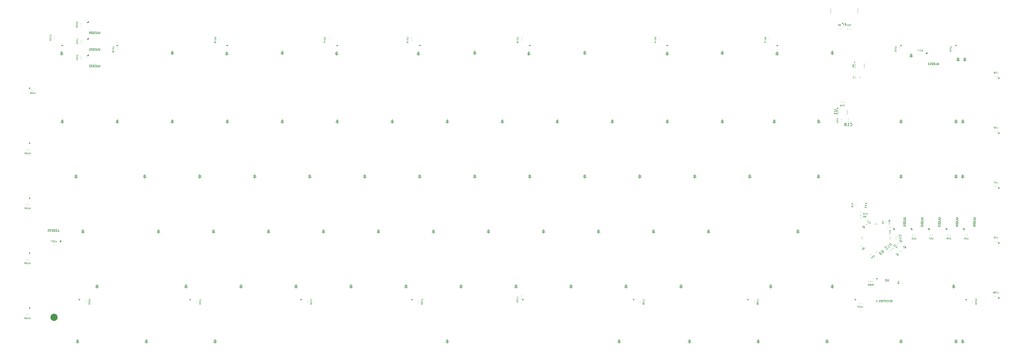
<source format=gbr>
%TF.GenerationSoftware,KiCad,Pcbnew,8.0.1*%
%TF.CreationDate,2025-07-10T21:51:53+09:00*%
%TF.ProjectId,OrionV2V3_rp2040,4f72696f-6e56-4325-9633-5f7270323034,rev?*%
%TF.SameCoordinates,Original*%
%TF.FileFunction,Legend,Bot*%
%TF.FilePolarity,Positive*%
%FSLAX46Y46*%
G04 Gerber Fmt 4.6, Leading zero omitted, Abs format (unit mm)*
G04 Created by KiCad (PCBNEW 8.0.1) date 2025-07-10 21:51:53*
%MOMM*%
%LPD*%
G01*
G04 APERTURE LIST*
%ADD10C,0.150000*%
%ADD11C,0.075000*%
%ADD12C,0.100000*%
%ADD13C,0.120000*%
%ADD14C,2.500000*%
G04 APERTURE END LIST*
D10*
X-16104166Y-117583966D02*
X-16104166Y-117017300D01*
X-16104166Y-117017300D02*
X-16070833Y-116950633D01*
X-16070833Y-116950633D02*
X-16037499Y-116917300D01*
X-16037499Y-116917300D02*
X-15970833Y-116883966D01*
X-15970833Y-116883966D02*
X-15837499Y-116883966D01*
X-15837499Y-116883966D02*
X-15770833Y-116917300D01*
X-15770833Y-116917300D02*
X-15737499Y-116950633D01*
X-15737499Y-116950633D02*
X-15704166Y-117017300D01*
X-15704166Y-117017300D02*
X-15704166Y-117583966D01*
X-15037500Y-116883966D02*
X-15370833Y-116883966D01*
X-15370833Y-116883966D02*
X-15370833Y-117583966D01*
X-14804166Y-117250633D02*
X-14570833Y-117250633D01*
X-14470833Y-116883966D02*
X-14804166Y-116883966D01*
X-14804166Y-116883966D02*
X-14804166Y-117583966D01*
X-14804166Y-117583966D02*
X-14470833Y-117583966D01*
X-14170833Y-116883966D02*
X-14170833Y-117583966D01*
X-14170833Y-117583966D02*
X-14004166Y-117583966D01*
X-14004166Y-117583966D02*
X-13904166Y-117550633D01*
X-13904166Y-117550633D02*
X-13837500Y-117483966D01*
X-13837500Y-117483966D02*
X-13804166Y-117417300D01*
X-13804166Y-117417300D02*
X-13770833Y-117283966D01*
X-13770833Y-117283966D02*
X-13770833Y-117183966D01*
X-13770833Y-117183966D02*
X-13804166Y-117050633D01*
X-13804166Y-117050633D02*
X-13837500Y-116983966D01*
X-13837500Y-116983966D02*
X-13904166Y-116917300D01*
X-13904166Y-116917300D02*
X-14004166Y-116883966D01*
X-14004166Y-116883966D02*
X-14170833Y-116883966D01*
X-13504166Y-117517300D02*
X-13470833Y-117550633D01*
X-13470833Y-117550633D02*
X-13404166Y-117583966D01*
X-13404166Y-117583966D02*
X-13237500Y-117583966D01*
X-13237500Y-117583966D02*
X-13170833Y-117550633D01*
X-13170833Y-117550633D02*
X-13137500Y-117517300D01*
X-13137500Y-117517300D02*
X-13104166Y-117450633D01*
X-13104166Y-117450633D02*
X-13104166Y-117383966D01*
X-13104166Y-117383966D02*
X-13137500Y-117283966D01*
X-13137500Y-117283966D02*
X-13537500Y-116883966D01*
X-13537500Y-116883966D02*
X-13104166Y-116883966D01*
X-12870833Y-117583966D02*
X-12404166Y-117583966D01*
X-12404166Y-117583966D02*
X-12704166Y-116883966D01*
X292228533Y-112816666D02*
X292795200Y-112816666D01*
X292795200Y-112816666D02*
X292861866Y-112850000D01*
X292861866Y-112850000D02*
X292895200Y-112883333D01*
X292895200Y-112883333D02*
X292928533Y-112950000D01*
X292928533Y-112950000D02*
X292928533Y-113083333D01*
X292928533Y-113083333D02*
X292895200Y-113150000D01*
X292895200Y-113150000D02*
X292861866Y-113183333D01*
X292861866Y-113183333D02*
X292795200Y-113216666D01*
X292795200Y-113216666D02*
X292228533Y-113216666D01*
X292928533Y-113883333D02*
X292928533Y-113549999D01*
X292928533Y-113549999D02*
X292228533Y-113549999D01*
X292561866Y-114116666D02*
X292561866Y-114350000D01*
X292928533Y-114450000D02*
X292928533Y-114116666D01*
X292928533Y-114116666D02*
X292228533Y-114116666D01*
X292228533Y-114116666D02*
X292228533Y-114450000D01*
X292928533Y-114749999D02*
X292228533Y-114749999D01*
X292228533Y-114749999D02*
X292228533Y-114916666D01*
X292228533Y-114916666D02*
X292261866Y-115016666D01*
X292261866Y-115016666D02*
X292328533Y-115083333D01*
X292328533Y-115083333D02*
X292395200Y-115116666D01*
X292395200Y-115116666D02*
X292528533Y-115149999D01*
X292528533Y-115149999D02*
X292628533Y-115149999D01*
X292628533Y-115149999D02*
X292761866Y-115116666D01*
X292761866Y-115116666D02*
X292828533Y-115083333D01*
X292828533Y-115083333D02*
X292895200Y-115016666D01*
X292895200Y-115016666D02*
X292928533Y-114916666D01*
X292928533Y-114916666D02*
X292928533Y-114749999D01*
X292228533Y-115383333D02*
X292228533Y-115816666D01*
X292228533Y-115816666D02*
X292495200Y-115583333D01*
X292495200Y-115583333D02*
X292495200Y-115683333D01*
X292495200Y-115683333D02*
X292528533Y-115749999D01*
X292528533Y-115749999D02*
X292561866Y-115783333D01*
X292561866Y-115783333D02*
X292628533Y-115816666D01*
X292628533Y-115816666D02*
X292795200Y-115816666D01*
X292795200Y-115816666D02*
X292861866Y-115783333D01*
X292861866Y-115783333D02*
X292895200Y-115749999D01*
X292895200Y-115749999D02*
X292928533Y-115683333D01*
X292928533Y-115683333D02*
X292928533Y-115483333D01*
X292928533Y-115483333D02*
X292895200Y-115416666D01*
X292895200Y-115416666D02*
X292861866Y-115383333D01*
X1816666Y-59863533D02*
X1816666Y-60430200D01*
X1816666Y-60430200D02*
X1783333Y-60496866D01*
X1783333Y-60496866D02*
X1749999Y-60530200D01*
X1749999Y-60530200D02*
X1683333Y-60563533D01*
X1683333Y-60563533D02*
X1549999Y-60563533D01*
X1549999Y-60563533D02*
X1483333Y-60530200D01*
X1483333Y-60530200D02*
X1449999Y-60496866D01*
X1449999Y-60496866D02*
X1416666Y-60430200D01*
X1416666Y-60430200D02*
X1416666Y-59863533D01*
X750000Y-60563533D02*
X1083333Y-60563533D01*
X1083333Y-60563533D02*
X1083333Y-59863533D01*
X516666Y-60196866D02*
X283333Y-60196866D01*
X183333Y-60563533D02*
X516666Y-60563533D01*
X516666Y-60563533D02*
X516666Y-59863533D01*
X516666Y-59863533D02*
X183333Y-59863533D01*
X-116666Y-60563533D02*
X-116666Y-59863533D01*
X-116666Y-59863533D02*
X-283333Y-59863533D01*
X-283333Y-59863533D02*
X-383333Y-59896866D01*
X-383333Y-59896866D02*
X-449999Y-59963533D01*
X-449999Y-59963533D02*
X-483333Y-60030200D01*
X-483333Y-60030200D02*
X-516666Y-60163533D01*
X-516666Y-60163533D02*
X-516666Y-60263533D01*
X-516666Y-60263533D02*
X-483333Y-60396866D01*
X-483333Y-60396866D02*
X-449999Y-60463533D01*
X-449999Y-60463533D02*
X-383333Y-60530200D01*
X-383333Y-60530200D02*
X-283333Y-60563533D01*
X-283333Y-60563533D02*
X-116666Y-60563533D01*
X-783333Y-59930200D02*
X-816666Y-59896866D01*
X-816666Y-59896866D02*
X-883333Y-59863533D01*
X-883333Y-59863533D02*
X-1050000Y-59863533D01*
X-1050000Y-59863533D02*
X-1116666Y-59896866D01*
X-1116666Y-59896866D02*
X-1150000Y-59930200D01*
X-1150000Y-59930200D02*
X-1183333Y-59996866D01*
X-1183333Y-59996866D02*
X-1183333Y-60063533D01*
X-1183333Y-60063533D02*
X-1150000Y-60163533D01*
X-1150000Y-60163533D02*
X-750000Y-60563533D01*
X-750000Y-60563533D02*
X-1183333Y-60563533D01*
X-1450000Y-59930200D02*
X-1483333Y-59896866D01*
X-1483333Y-59896866D02*
X-1550000Y-59863533D01*
X-1550000Y-59863533D02*
X-1716667Y-59863533D01*
X-1716667Y-59863533D02*
X-1783333Y-59896866D01*
X-1783333Y-59896866D02*
X-1816667Y-59930200D01*
X-1816667Y-59930200D02*
X-1850000Y-59996866D01*
X-1850000Y-59996866D02*
X-1850000Y-60063533D01*
X-1850000Y-60063533D02*
X-1816667Y-60163533D01*
X-1816667Y-60163533D02*
X-1416667Y-60563533D01*
X-1416667Y-60563533D02*
X-1850000Y-60563533D01*
X286178533Y-112821666D02*
X286745200Y-112821666D01*
X286745200Y-112821666D02*
X286811866Y-112855000D01*
X286811866Y-112855000D02*
X286845200Y-112888333D01*
X286845200Y-112888333D02*
X286878533Y-112955000D01*
X286878533Y-112955000D02*
X286878533Y-113088333D01*
X286878533Y-113088333D02*
X286845200Y-113155000D01*
X286845200Y-113155000D02*
X286811866Y-113188333D01*
X286811866Y-113188333D02*
X286745200Y-113221666D01*
X286745200Y-113221666D02*
X286178533Y-113221666D01*
X286878533Y-113888333D02*
X286878533Y-113554999D01*
X286878533Y-113554999D02*
X286178533Y-113554999D01*
X286511866Y-114121666D02*
X286511866Y-114355000D01*
X286878533Y-114455000D02*
X286878533Y-114121666D01*
X286878533Y-114121666D02*
X286178533Y-114121666D01*
X286178533Y-114121666D02*
X286178533Y-114455000D01*
X286878533Y-114754999D02*
X286178533Y-114754999D01*
X286178533Y-114754999D02*
X286178533Y-114921666D01*
X286178533Y-114921666D02*
X286211866Y-115021666D01*
X286211866Y-115021666D02*
X286278533Y-115088333D01*
X286278533Y-115088333D02*
X286345200Y-115121666D01*
X286345200Y-115121666D02*
X286478533Y-115154999D01*
X286478533Y-115154999D02*
X286578533Y-115154999D01*
X286578533Y-115154999D02*
X286711866Y-115121666D01*
X286711866Y-115121666D02*
X286778533Y-115088333D01*
X286778533Y-115088333D02*
X286845200Y-115021666D01*
X286845200Y-115021666D02*
X286878533Y-114921666D01*
X286878533Y-114921666D02*
X286878533Y-114754999D01*
X286245200Y-115421666D02*
X286211866Y-115454999D01*
X286211866Y-115454999D02*
X286178533Y-115521666D01*
X286178533Y-115521666D02*
X286178533Y-115688333D01*
X286178533Y-115688333D02*
X286211866Y-115754999D01*
X286211866Y-115754999D02*
X286245200Y-115788333D01*
X286245200Y-115788333D02*
X286311866Y-115821666D01*
X286311866Y-115821666D02*
X286378533Y-115821666D01*
X286378533Y-115821666D02*
X286478533Y-115788333D01*
X286478533Y-115788333D02*
X286878533Y-115388333D01*
X286878533Y-115388333D02*
X286878533Y-115821666D01*
X304328533Y-112816666D02*
X304895200Y-112816666D01*
X304895200Y-112816666D02*
X304961866Y-112850000D01*
X304961866Y-112850000D02*
X304995200Y-112883333D01*
X304995200Y-112883333D02*
X305028533Y-112950000D01*
X305028533Y-112950000D02*
X305028533Y-113083333D01*
X305028533Y-113083333D02*
X304995200Y-113150000D01*
X304995200Y-113150000D02*
X304961866Y-113183333D01*
X304961866Y-113183333D02*
X304895200Y-113216666D01*
X304895200Y-113216666D02*
X304328533Y-113216666D01*
X305028533Y-113883333D02*
X305028533Y-113549999D01*
X305028533Y-113549999D02*
X304328533Y-113549999D01*
X304661866Y-114116666D02*
X304661866Y-114350000D01*
X305028533Y-114450000D02*
X305028533Y-114116666D01*
X305028533Y-114116666D02*
X304328533Y-114116666D01*
X304328533Y-114116666D02*
X304328533Y-114450000D01*
X305028533Y-114749999D02*
X304328533Y-114749999D01*
X304328533Y-114749999D02*
X304328533Y-114916666D01*
X304328533Y-114916666D02*
X304361866Y-115016666D01*
X304361866Y-115016666D02*
X304428533Y-115083333D01*
X304428533Y-115083333D02*
X304495200Y-115116666D01*
X304495200Y-115116666D02*
X304628533Y-115149999D01*
X304628533Y-115149999D02*
X304728533Y-115149999D01*
X304728533Y-115149999D02*
X304861866Y-115116666D01*
X304861866Y-115116666D02*
X304928533Y-115083333D01*
X304928533Y-115083333D02*
X304995200Y-115016666D01*
X304995200Y-115016666D02*
X305028533Y-114916666D01*
X305028533Y-114916666D02*
X305028533Y-114749999D01*
X304328533Y-115783333D02*
X304328533Y-115449999D01*
X304328533Y-115449999D02*
X304661866Y-115416666D01*
X304661866Y-115416666D02*
X304628533Y-115449999D01*
X304628533Y-115449999D02*
X304595200Y-115516666D01*
X304595200Y-115516666D02*
X304595200Y-115683333D01*
X304595200Y-115683333D02*
X304628533Y-115749999D01*
X304628533Y-115749999D02*
X304661866Y-115783333D01*
X304661866Y-115783333D02*
X304728533Y-115816666D01*
X304728533Y-115816666D02*
X304895200Y-115816666D01*
X304895200Y-115816666D02*
X304961866Y-115783333D01*
X304961866Y-115783333D02*
X304995200Y-115749999D01*
X304995200Y-115749999D02*
X305028533Y-115683333D01*
X305028533Y-115683333D02*
X305028533Y-115516666D01*
X305028533Y-115516666D02*
X304995200Y-115449999D01*
X304995200Y-115449999D02*
X304961866Y-115416666D01*
X280128533Y-112816666D02*
X280695200Y-112816666D01*
X280695200Y-112816666D02*
X280761866Y-112850000D01*
X280761866Y-112850000D02*
X280795200Y-112883333D01*
X280795200Y-112883333D02*
X280828533Y-112950000D01*
X280828533Y-112950000D02*
X280828533Y-113083333D01*
X280828533Y-113083333D02*
X280795200Y-113150000D01*
X280795200Y-113150000D02*
X280761866Y-113183333D01*
X280761866Y-113183333D02*
X280695200Y-113216666D01*
X280695200Y-113216666D02*
X280128533Y-113216666D01*
X280828533Y-113883333D02*
X280828533Y-113549999D01*
X280828533Y-113549999D02*
X280128533Y-113549999D01*
X280461866Y-114116666D02*
X280461866Y-114350000D01*
X280828533Y-114450000D02*
X280828533Y-114116666D01*
X280828533Y-114116666D02*
X280128533Y-114116666D01*
X280128533Y-114116666D02*
X280128533Y-114450000D01*
X280828533Y-114749999D02*
X280128533Y-114749999D01*
X280128533Y-114749999D02*
X280128533Y-114916666D01*
X280128533Y-114916666D02*
X280161866Y-115016666D01*
X280161866Y-115016666D02*
X280228533Y-115083333D01*
X280228533Y-115083333D02*
X280295200Y-115116666D01*
X280295200Y-115116666D02*
X280428533Y-115149999D01*
X280428533Y-115149999D02*
X280528533Y-115149999D01*
X280528533Y-115149999D02*
X280661866Y-115116666D01*
X280661866Y-115116666D02*
X280728533Y-115083333D01*
X280728533Y-115083333D02*
X280795200Y-115016666D01*
X280795200Y-115016666D02*
X280828533Y-114916666D01*
X280828533Y-114916666D02*
X280828533Y-114749999D01*
X280828533Y-115816666D02*
X280828533Y-115416666D01*
X280828533Y-115616666D02*
X280128533Y-115616666D01*
X280128533Y-115616666D02*
X280228533Y-115549999D01*
X280228533Y-115549999D02*
X280295200Y-115483333D01*
X280295200Y-115483333D02*
X280328533Y-115416666D01*
X298278534Y-112816666D02*
X298845201Y-112816666D01*
X298845201Y-112816666D02*
X298911867Y-112850000D01*
X298911867Y-112850000D02*
X298945201Y-112883333D01*
X298945201Y-112883333D02*
X298978534Y-112950000D01*
X298978534Y-112950000D02*
X298978534Y-113083333D01*
X298978534Y-113083333D02*
X298945201Y-113150000D01*
X298945201Y-113150000D02*
X298911867Y-113183333D01*
X298911867Y-113183333D02*
X298845201Y-113216666D01*
X298845201Y-113216666D02*
X298278534Y-113216666D01*
X298978534Y-113883333D02*
X298978534Y-113549999D01*
X298978534Y-113549999D02*
X298278534Y-113549999D01*
X298611867Y-114116666D02*
X298611867Y-114350000D01*
X298978534Y-114450000D02*
X298978534Y-114116666D01*
X298978534Y-114116666D02*
X298278534Y-114116666D01*
X298278534Y-114116666D02*
X298278534Y-114450000D01*
X298978534Y-114749999D02*
X298278534Y-114749999D01*
X298278534Y-114749999D02*
X298278534Y-114916666D01*
X298278534Y-114916666D02*
X298311867Y-115016666D01*
X298311867Y-115016666D02*
X298378534Y-115083333D01*
X298378534Y-115083333D02*
X298445201Y-115116666D01*
X298445201Y-115116666D02*
X298578534Y-115149999D01*
X298578534Y-115149999D02*
X298678534Y-115149999D01*
X298678534Y-115149999D02*
X298811867Y-115116666D01*
X298811867Y-115116666D02*
X298878534Y-115083333D01*
X298878534Y-115083333D02*
X298945201Y-115016666D01*
X298945201Y-115016666D02*
X298978534Y-114916666D01*
X298978534Y-114916666D02*
X298978534Y-114749999D01*
X298511867Y-115749999D02*
X298978534Y-115749999D01*
X298245201Y-115583333D02*
X298745201Y-115416666D01*
X298745201Y-115416666D02*
X298745201Y-115849999D01*
X1816666Y-48343533D02*
X1816666Y-48910200D01*
X1816666Y-48910200D02*
X1783333Y-48976866D01*
X1783333Y-48976866D02*
X1749999Y-49010200D01*
X1749999Y-49010200D02*
X1683333Y-49043533D01*
X1683333Y-49043533D02*
X1549999Y-49043533D01*
X1549999Y-49043533D02*
X1483333Y-49010200D01*
X1483333Y-49010200D02*
X1449999Y-48976866D01*
X1449999Y-48976866D02*
X1416666Y-48910200D01*
X1416666Y-48910200D02*
X1416666Y-48343533D01*
X750000Y-49043533D02*
X1083333Y-49043533D01*
X1083333Y-49043533D02*
X1083333Y-48343533D01*
X516666Y-48676866D02*
X283333Y-48676866D01*
X183333Y-49043533D02*
X516666Y-49043533D01*
X516666Y-49043533D02*
X516666Y-48343533D01*
X516666Y-48343533D02*
X183333Y-48343533D01*
X-116666Y-49043533D02*
X-116666Y-48343533D01*
X-116666Y-48343533D02*
X-283333Y-48343533D01*
X-283333Y-48343533D02*
X-383333Y-48376866D01*
X-383333Y-48376866D02*
X-449999Y-48443533D01*
X-449999Y-48443533D02*
X-483333Y-48510200D01*
X-483333Y-48510200D02*
X-516666Y-48643533D01*
X-516666Y-48643533D02*
X-516666Y-48743533D01*
X-516666Y-48743533D02*
X-483333Y-48876866D01*
X-483333Y-48876866D02*
X-449999Y-48943533D01*
X-449999Y-48943533D02*
X-383333Y-49010200D01*
X-383333Y-49010200D02*
X-283333Y-49043533D01*
X-283333Y-49043533D02*
X-116666Y-49043533D01*
X-783333Y-48410200D02*
X-816666Y-48376866D01*
X-816666Y-48376866D02*
X-883333Y-48343533D01*
X-883333Y-48343533D02*
X-1050000Y-48343533D01*
X-1050000Y-48343533D02*
X-1116666Y-48376866D01*
X-1116666Y-48376866D02*
X-1150000Y-48410200D01*
X-1150000Y-48410200D02*
X-1183333Y-48476866D01*
X-1183333Y-48476866D02*
X-1183333Y-48543533D01*
X-1183333Y-48543533D02*
X-1150000Y-48643533D01*
X-1150000Y-48643533D02*
X-750000Y-49043533D01*
X-750000Y-49043533D02*
X-1183333Y-49043533D01*
X-1616667Y-48343533D02*
X-1683333Y-48343533D01*
X-1683333Y-48343533D02*
X-1750000Y-48376866D01*
X-1750000Y-48376866D02*
X-1783333Y-48410200D01*
X-1783333Y-48410200D02*
X-1816667Y-48476866D01*
X-1816667Y-48476866D02*
X-1850000Y-48610200D01*
X-1850000Y-48610200D02*
X-1850000Y-48776866D01*
X-1850000Y-48776866D02*
X-1816667Y-48910200D01*
X-1816667Y-48910200D02*
X-1783333Y-48976866D01*
X-1783333Y-48976866D02*
X-1750000Y-49010200D01*
X-1750000Y-49010200D02*
X-1683333Y-49043533D01*
X-1683333Y-49043533D02*
X-1616667Y-49043533D01*
X-1616667Y-49043533D02*
X-1550000Y-49010200D01*
X-1550000Y-49010200D02*
X-1516667Y-48976866D01*
X-1516667Y-48976866D02*
X-1483333Y-48910200D01*
X-1483333Y-48910200D02*
X-1450000Y-48776866D01*
X-1450000Y-48776866D02*
X-1450000Y-48610200D01*
X-1450000Y-48610200D02*
X-1483333Y-48476866D01*
X-1483333Y-48476866D02*
X-1516667Y-48410200D01*
X-1516667Y-48410200D02*
X-1550000Y-48376866D01*
X-1550000Y-48376866D02*
X-1616667Y-48343533D01*
X1816666Y-54103533D02*
X1816666Y-54670200D01*
X1816666Y-54670200D02*
X1783333Y-54736866D01*
X1783333Y-54736866D02*
X1749999Y-54770200D01*
X1749999Y-54770200D02*
X1683333Y-54803533D01*
X1683333Y-54803533D02*
X1549999Y-54803533D01*
X1549999Y-54803533D02*
X1483333Y-54770200D01*
X1483333Y-54770200D02*
X1449999Y-54736866D01*
X1449999Y-54736866D02*
X1416666Y-54670200D01*
X1416666Y-54670200D02*
X1416666Y-54103533D01*
X750000Y-54803533D02*
X1083333Y-54803533D01*
X1083333Y-54803533D02*
X1083333Y-54103533D01*
X516666Y-54436866D02*
X283333Y-54436866D01*
X183333Y-54803533D02*
X516666Y-54803533D01*
X516666Y-54803533D02*
X516666Y-54103533D01*
X516666Y-54103533D02*
X183333Y-54103533D01*
X-116666Y-54803533D02*
X-116666Y-54103533D01*
X-116666Y-54103533D02*
X-283333Y-54103533D01*
X-283333Y-54103533D02*
X-383333Y-54136866D01*
X-383333Y-54136866D02*
X-449999Y-54203533D01*
X-449999Y-54203533D02*
X-483333Y-54270200D01*
X-483333Y-54270200D02*
X-516666Y-54403533D01*
X-516666Y-54403533D02*
X-516666Y-54503533D01*
X-516666Y-54503533D02*
X-483333Y-54636866D01*
X-483333Y-54636866D02*
X-449999Y-54703533D01*
X-449999Y-54703533D02*
X-383333Y-54770200D01*
X-383333Y-54770200D02*
X-283333Y-54803533D01*
X-283333Y-54803533D02*
X-116666Y-54803533D01*
X-783333Y-54170200D02*
X-816666Y-54136866D01*
X-816666Y-54136866D02*
X-883333Y-54103533D01*
X-883333Y-54103533D02*
X-1050000Y-54103533D01*
X-1050000Y-54103533D02*
X-1116666Y-54136866D01*
X-1116666Y-54136866D02*
X-1150000Y-54170200D01*
X-1150000Y-54170200D02*
X-1183333Y-54236866D01*
X-1183333Y-54236866D02*
X-1183333Y-54303533D01*
X-1183333Y-54303533D02*
X-1150000Y-54403533D01*
X-1150000Y-54403533D02*
X-750000Y-54803533D01*
X-750000Y-54803533D02*
X-1183333Y-54803533D01*
X-1850000Y-54803533D02*
X-1450000Y-54803533D01*
X-1650000Y-54803533D02*
X-1650000Y-54103533D01*
X-1650000Y-54103533D02*
X-1583333Y-54203533D01*
X-1583333Y-54203533D02*
X-1516667Y-54270200D01*
X-1516667Y-54270200D02*
X-1450000Y-54303533D01*
X292329166Y-59103533D02*
X292329166Y-59670200D01*
X292329166Y-59670200D02*
X292295833Y-59736866D01*
X292295833Y-59736866D02*
X292262499Y-59770200D01*
X292262499Y-59770200D02*
X292195833Y-59803533D01*
X292195833Y-59803533D02*
X292062499Y-59803533D01*
X292062499Y-59803533D02*
X291995833Y-59770200D01*
X291995833Y-59770200D02*
X291962499Y-59736866D01*
X291962499Y-59736866D02*
X291929166Y-59670200D01*
X291929166Y-59670200D02*
X291929166Y-59103533D01*
X291262500Y-59803533D02*
X291595833Y-59803533D01*
X291595833Y-59803533D02*
X291595833Y-59103533D01*
X291029166Y-59436866D02*
X290795833Y-59436866D01*
X290695833Y-59803533D02*
X291029166Y-59803533D01*
X291029166Y-59803533D02*
X291029166Y-59103533D01*
X291029166Y-59103533D02*
X290695833Y-59103533D01*
X290395833Y-59803533D02*
X290395833Y-59103533D01*
X290395833Y-59103533D02*
X290229166Y-59103533D01*
X290229166Y-59103533D02*
X290129166Y-59136866D01*
X290129166Y-59136866D02*
X290062500Y-59203533D01*
X290062500Y-59203533D02*
X290029166Y-59270200D01*
X290029166Y-59270200D02*
X289995833Y-59403533D01*
X289995833Y-59403533D02*
X289995833Y-59503533D01*
X289995833Y-59503533D02*
X290029166Y-59636866D01*
X290029166Y-59636866D02*
X290062500Y-59703533D01*
X290062500Y-59703533D02*
X290129166Y-59770200D01*
X290129166Y-59770200D02*
X290229166Y-59803533D01*
X290229166Y-59803533D02*
X290395833Y-59803533D01*
X289329166Y-59803533D02*
X289729166Y-59803533D01*
X289529166Y-59803533D02*
X289529166Y-59103533D01*
X289529166Y-59103533D02*
X289595833Y-59203533D01*
X289595833Y-59203533D02*
X289662500Y-59270200D01*
X289662500Y-59270200D02*
X289729166Y-59303533D01*
X288662499Y-59803533D02*
X289062499Y-59803533D01*
X288862499Y-59803533D02*
X288862499Y-59103533D01*
X288862499Y-59103533D02*
X288929166Y-59203533D01*
X288929166Y-59203533D02*
X288995833Y-59270200D01*
X288995833Y-59270200D02*
X289062499Y-59303533D01*
G36*
X262559369Y-64116288D02*
G01*
X262559369Y-63802094D01*
X262567241Y-63773390D01*
X262589294Y-63750941D01*
X262617646Y-63742525D01*
X262620772Y-63742450D01*
X263108036Y-63742450D01*
X263137213Y-63749698D01*
X263160502Y-63771465D01*
X263169359Y-63799834D01*
X263169439Y-63802973D01*
X263161987Y-63832051D01*
X263139784Y-63855298D01*
X263111178Y-63864149D01*
X263108036Y-63864229D01*
X262923242Y-63864229D01*
X262902286Y-63885185D01*
X262902286Y-64057523D01*
X262892990Y-64087420D01*
X262868963Y-64107023D01*
X262847625Y-64111305D01*
X262817728Y-64102016D01*
X262798124Y-64078291D01*
X262793842Y-64057523D01*
X262793842Y-63885185D01*
X262772886Y-63864229D01*
X262688769Y-63864229D01*
X262667813Y-63885185D01*
X262667813Y-64116288D01*
X262658516Y-64146249D01*
X262634490Y-64165809D01*
X262613152Y-64170070D01*
X262583255Y-64160820D01*
X262563651Y-64137118D01*
X262559369Y-64116288D01*
G37*
G36*
X263117122Y-64432094D02*
G01*
X263146200Y-64439342D01*
X263169447Y-64461109D01*
X263178298Y-64489478D01*
X263178378Y-64492617D01*
X263170930Y-64521695D01*
X263148765Y-64544942D01*
X263120251Y-64553793D01*
X263117122Y-64553873D01*
X262629858Y-64553873D01*
X262600057Y-64546784D01*
X262580130Y-64524497D01*
X262575343Y-64499358D01*
X262581944Y-64468468D01*
X262602233Y-64446698D01*
X262628246Y-64430482D01*
X262650093Y-64409544D01*
X262665855Y-64384541D01*
X262676166Y-64359847D01*
X262692783Y-64334588D01*
X262719348Y-64319099D01*
X262729069Y-64317788D01*
X262756986Y-64329329D01*
X262772740Y-64355597D01*
X262775283Y-64385730D01*
X262775231Y-64412750D01*
X262798770Y-64431966D01*
X262808057Y-64432094D01*
X263117122Y-64432094D01*
G37*
D11*
G36*
X-5847878Y-50681919D02*
G01*
X-5818800Y-50689367D01*
X-5795553Y-50711532D01*
X-5786702Y-50740046D01*
X-5786622Y-50743175D01*
X-5786622Y-51069239D01*
X-5794070Y-51098317D01*
X-5816235Y-51121564D01*
X-5844749Y-51130415D01*
X-5847878Y-51130495D01*
X-5876786Y-51123047D01*
X-5899670Y-51100882D01*
X-5908323Y-51072367D01*
X-5908401Y-51069239D01*
X-5908401Y-50824654D01*
X-5929357Y-50803698D01*
X-6335142Y-50803698D01*
X-6364220Y-50796250D01*
X-6387467Y-50774085D01*
X-6396318Y-50745570D01*
X-6396398Y-50742442D01*
X-6388950Y-50713469D01*
X-6366785Y-50690616D01*
X-6338270Y-50681997D01*
X-6335142Y-50681919D01*
X-5847878Y-50681919D01*
G37*
G36*
X-5991053Y-51616441D02*
G01*
X-5994332Y-51587021D01*
X-5982283Y-51558974D01*
X-5961304Y-51538185D01*
X-5960425Y-51537452D01*
X-5935525Y-51517644D01*
X-5915842Y-51494861D01*
X-5900491Y-51465734D01*
X-5893603Y-51433931D01*
X-5893307Y-51425638D01*
X-5897318Y-51395321D01*
X-5908829Y-51367091D01*
X-5927055Y-51341550D01*
X-5951211Y-51319301D01*
X-5980512Y-51300947D01*
X-6014173Y-51287091D01*
X-6051409Y-51278335D01*
X-6081211Y-51275478D01*
X-6091437Y-51275282D01*
X-6121448Y-51277013D01*
X-6159267Y-51284400D01*
X-6193829Y-51297038D01*
X-6224316Y-51314324D01*
X-6249909Y-51335655D01*
X-6269793Y-51360430D01*
X-6283149Y-51388044D01*
X-6289161Y-51417896D01*
X-6289420Y-51425638D01*
X-6285067Y-51456813D01*
X-6272602Y-51485834D01*
X-6252919Y-51512021D01*
X-6230980Y-51531694D01*
X-6209552Y-51545806D01*
X-6185991Y-51566645D01*
X-6174882Y-51596130D01*
X-6178924Y-51619811D01*
X-6197462Y-51643873D01*
X-6224689Y-51655265D01*
X-6252051Y-51650000D01*
X-6252930Y-51649120D01*
X-6283828Y-51630159D01*
X-6311677Y-51608081D01*
X-6336145Y-51583162D01*
X-6356904Y-51555679D01*
X-6373624Y-51525909D01*
X-6385975Y-51494128D01*
X-6393628Y-51460612D01*
X-6396252Y-51425638D01*
X-6392737Y-51385148D01*
X-6382538Y-51346646D01*
X-6366175Y-51310569D01*
X-6344165Y-51277351D01*
X-6317028Y-51247428D01*
X-6285282Y-51221235D01*
X-6249445Y-51199209D01*
X-6210038Y-51181784D01*
X-6182038Y-51172938D01*
X-6152836Y-51166460D01*
X-6122584Y-51162479D01*
X-6091437Y-51161123D01*
X-6060120Y-51162489D01*
X-6029743Y-51166496D01*
X-6000454Y-51173014D01*
X-5972403Y-51181907D01*
X-5932972Y-51199414D01*
X-5897166Y-51221519D01*
X-5865486Y-51247777D01*
X-5838438Y-51277737D01*
X-5816523Y-51310952D01*
X-5800247Y-51346973D01*
X-5790112Y-51385351D01*
X-5786622Y-51425638D01*
X-5789053Y-51459143D01*
X-5796152Y-51491444D01*
X-5807626Y-51522272D01*
X-5823185Y-51551356D01*
X-5842535Y-51578428D01*
X-5865385Y-51603217D01*
X-5891444Y-51625455D01*
X-5920418Y-51644870D01*
X-5950225Y-51650533D01*
X-5978100Y-51635762D01*
X-5991053Y-51616441D01*
G37*
G36*
X-5842895Y-52133454D02*
G01*
X-5871855Y-52124276D01*
X-5889162Y-52100553D01*
X-5894333Y-52071172D01*
X-5894097Y-52029965D01*
X-5893529Y-51994470D01*
X-5892837Y-51964325D01*
X-5892083Y-51931827D01*
X-5892107Y-51902365D01*
X-5900471Y-51873328D01*
X-5905763Y-51872163D01*
X-5931204Y-51888435D01*
X-5952438Y-51909734D01*
X-5974352Y-51935467D01*
X-5993839Y-51962189D01*
X-6003949Y-51978848D01*
X-6020711Y-52006055D01*
X-6040061Y-52030785D01*
X-6061757Y-52052774D01*
X-6085557Y-52071758D01*
X-6111218Y-52087472D01*
X-6138498Y-52099652D01*
X-6167156Y-52108033D01*
X-6196950Y-52112351D01*
X-6228222Y-52111281D01*
X-6261517Y-52103817D01*
X-6294915Y-52090174D01*
X-6326496Y-52070567D01*
X-6354340Y-52045211D01*
X-6376528Y-52014319D01*
X-6391138Y-51978107D01*
X-6395969Y-51947586D01*
X-6396252Y-51936790D01*
X-6394188Y-51899428D01*
X-6388799Y-51866969D01*
X-6377024Y-51830669D01*
X-6360737Y-51801528D01*
X-6340740Y-51778657D01*
X-6311743Y-51757531D01*
X-6279761Y-51743074D01*
X-6253077Y-51735143D01*
X-6223381Y-51734815D01*
X-6196616Y-51749528D01*
X-6185519Y-51778960D01*
X-6193471Y-51807322D01*
X-6218446Y-51824307D01*
X-6250887Y-51835875D01*
X-6276465Y-51851446D01*
X-6294594Y-51881024D01*
X-6299875Y-51920199D01*
X-6299532Y-51932686D01*
X-6288799Y-51962416D01*
X-6268134Y-51985736D01*
X-6242457Y-52000413D01*
X-6209917Y-52005844D01*
X-6184640Y-52002295D01*
X-6151158Y-51987546D01*
X-6126018Y-51969081D01*
X-6102476Y-51946644D01*
X-6080654Y-51922031D01*
X-6060677Y-51897045D01*
X-6042667Y-51873484D01*
X-6023112Y-51848779D01*
X-6016259Y-51841095D01*
X-5994214Y-51817685D01*
X-5969990Y-51793096D01*
X-5943596Y-51769437D01*
X-5915043Y-51748811D01*
X-5884341Y-51733328D01*
X-5851499Y-51725091D01*
X-5837766Y-51724298D01*
X-5809277Y-51733916D01*
X-5791901Y-51758438D01*
X-5786622Y-51788192D01*
X-5786622Y-52071172D01*
X-5792884Y-52100553D01*
X-5812549Y-52124276D01*
X-5842895Y-52133454D01*
G37*
G36*
X-5842895Y-52636985D02*
G01*
X-5871855Y-52627807D01*
X-5889162Y-52604084D01*
X-5894333Y-52574703D01*
X-5894097Y-52533496D01*
X-5893529Y-52498001D01*
X-5892837Y-52467856D01*
X-5892083Y-52435358D01*
X-5892107Y-52405896D01*
X-5900471Y-52376859D01*
X-5905763Y-52375694D01*
X-5931204Y-52391967D01*
X-5952438Y-52413265D01*
X-5974352Y-52438998D01*
X-5993839Y-52465720D01*
X-6003949Y-52482379D01*
X-6020711Y-52509586D01*
X-6040061Y-52534316D01*
X-6061757Y-52556305D01*
X-6085557Y-52575289D01*
X-6111218Y-52591003D01*
X-6138498Y-52603183D01*
X-6167156Y-52611564D01*
X-6196950Y-52615882D01*
X-6228222Y-52614812D01*
X-6261517Y-52607348D01*
X-6294915Y-52593706D01*
X-6326496Y-52574098D01*
X-6354340Y-52548742D01*
X-6376528Y-52517850D01*
X-6391138Y-52481638D01*
X-6395969Y-52451117D01*
X-6396252Y-52440321D01*
X-6394188Y-52402959D01*
X-6388799Y-52370500D01*
X-6377024Y-52334200D01*
X-6360737Y-52305059D01*
X-6340740Y-52282188D01*
X-6311743Y-52261062D01*
X-6279761Y-52246605D01*
X-6253077Y-52238674D01*
X-6223381Y-52238346D01*
X-6196616Y-52253060D01*
X-6185519Y-52282491D01*
X-6193471Y-52310853D01*
X-6218446Y-52327838D01*
X-6250887Y-52339406D01*
X-6276465Y-52354977D01*
X-6294594Y-52384555D01*
X-6299875Y-52423731D01*
X-6299532Y-52436217D01*
X-6288799Y-52465947D01*
X-6268134Y-52489267D01*
X-6242457Y-52503944D01*
X-6209917Y-52509375D01*
X-6184640Y-52505826D01*
X-6151158Y-52491077D01*
X-6126018Y-52472613D01*
X-6102476Y-52450175D01*
X-6080654Y-52425562D01*
X-6060677Y-52400576D01*
X-6042667Y-52377015D01*
X-6023112Y-52352310D01*
X-6016259Y-52344626D01*
X-5994214Y-52321216D01*
X-5969990Y-52296627D01*
X-5943596Y-52272968D01*
X-5915043Y-52252342D01*
X-5884341Y-52236859D01*
X-5851499Y-52228623D01*
X-5837766Y-52227829D01*
X-5809277Y-52237447D01*
X-5791901Y-52261969D01*
X-5786622Y-52291723D01*
X-5786622Y-52574703D01*
X-5792884Y-52604084D01*
X-5812549Y-52627807D01*
X-5842895Y-52636985D01*
G37*
G36*
X312884564Y-119942121D02*
G01*
X312877116Y-119971199D01*
X312854951Y-119994446D01*
X312826437Y-120003297D01*
X312823308Y-120003377D01*
X312497244Y-120003377D01*
X312468166Y-119995929D01*
X312444919Y-119973764D01*
X312436068Y-119945250D01*
X312435988Y-119942121D01*
X312443436Y-119913213D01*
X312465601Y-119890329D01*
X312494116Y-119881676D01*
X312497244Y-119881598D01*
X312741829Y-119881598D01*
X312762785Y-119860642D01*
X312762785Y-119454857D01*
X312770233Y-119425779D01*
X312792398Y-119402532D01*
X312820913Y-119393681D01*
X312824041Y-119393601D01*
X312853014Y-119401049D01*
X312875867Y-119423214D01*
X312884486Y-119451729D01*
X312884564Y-119454857D01*
X312884564Y-119942121D01*
G37*
G36*
X311950042Y-119798946D02*
G01*
X311979462Y-119795667D01*
X312007509Y-119807716D01*
X312028298Y-119828695D01*
X312029031Y-119829574D01*
X312048839Y-119854474D01*
X312071622Y-119874157D01*
X312100749Y-119889508D01*
X312132552Y-119896396D01*
X312140845Y-119896692D01*
X312171162Y-119892681D01*
X312199392Y-119881170D01*
X312224933Y-119862944D01*
X312247182Y-119838788D01*
X312265536Y-119809487D01*
X312279392Y-119775826D01*
X312288148Y-119738590D01*
X312291005Y-119708788D01*
X312291201Y-119698562D01*
X312289470Y-119668551D01*
X312282083Y-119630732D01*
X312269445Y-119596170D01*
X312252159Y-119565683D01*
X312230828Y-119540090D01*
X312206053Y-119520206D01*
X312178439Y-119506850D01*
X312148587Y-119500838D01*
X312140845Y-119500579D01*
X312109670Y-119504932D01*
X312080649Y-119517397D01*
X312054462Y-119537080D01*
X312034789Y-119559019D01*
X312020677Y-119580447D01*
X311999838Y-119604008D01*
X311970353Y-119615117D01*
X311946672Y-119611075D01*
X311922610Y-119592537D01*
X311911218Y-119565310D01*
X311916483Y-119537948D01*
X311917363Y-119537069D01*
X311936324Y-119506171D01*
X311958402Y-119478322D01*
X311983321Y-119453854D01*
X312010804Y-119433095D01*
X312040574Y-119416375D01*
X312072355Y-119404024D01*
X312105871Y-119396371D01*
X312140845Y-119393747D01*
X312181335Y-119397262D01*
X312219837Y-119407461D01*
X312255914Y-119423824D01*
X312289132Y-119445834D01*
X312319055Y-119472971D01*
X312345248Y-119504717D01*
X312367274Y-119540554D01*
X312384699Y-119579961D01*
X312393545Y-119607961D01*
X312400023Y-119637163D01*
X312404004Y-119667415D01*
X312405360Y-119698562D01*
X312403994Y-119729879D01*
X312399987Y-119760256D01*
X312393469Y-119789545D01*
X312384576Y-119817596D01*
X312367069Y-119857027D01*
X312344964Y-119892833D01*
X312318706Y-119924513D01*
X312288746Y-119951561D01*
X312255531Y-119973476D01*
X312219510Y-119989752D01*
X312181132Y-119999887D01*
X312140845Y-120003377D01*
X312107340Y-120000946D01*
X312075039Y-119993847D01*
X312044211Y-119982373D01*
X312015127Y-119966814D01*
X311988055Y-119947464D01*
X311963266Y-119924614D01*
X311941028Y-119898555D01*
X311921613Y-119869581D01*
X311915950Y-119839774D01*
X311930721Y-119811899D01*
X311950042Y-119798946D01*
G37*
G36*
X311665867Y-119391915D02*
G01*
X311698136Y-119399726D01*
X311728094Y-119413634D01*
X311755530Y-119433070D01*
X311780229Y-119457463D01*
X311801980Y-119486243D01*
X311820568Y-119518840D01*
X311835780Y-119554684D01*
X311847405Y-119593205D01*
X311855228Y-119633831D01*
X311859038Y-119675994D01*
X311859457Y-119713753D01*
X311857642Y-119748903D01*
X311853680Y-119781474D01*
X311847657Y-119811494D01*
X311834951Y-119851807D01*
X311818098Y-119886546D01*
X311797395Y-119915810D01*
X311773134Y-119939696D01*
X311745610Y-119958305D01*
X311715116Y-119971734D01*
X311681948Y-119980082D01*
X311646400Y-119983447D01*
X311635172Y-119983511D01*
X311602838Y-119980908D01*
X311572693Y-119974297D01*
X311544955Y-119963910D01*
X311512088Y-119944591D01*
X311484399Y-119919527D01*
X311462400Y-119889272D01*
X311446604Y-119854378D01*
X311439138Y-119825496D01*
X311435667Y-119794550D01*
X311435810Y-119782680D01*
X311537223Y-119782680D01*
X311537609Y-119791392D01*
X311545085Y-119823532D01*
X311559194Y-119850187D01*
X311580546Y-119872592D01*
X311609268Y-119887500D01*
X311638926Y-119891856D01*
X311648366Y-119891341D01*
X311680339Y-119881818D01*
X311704625Y-119864896D01*
X311723926Y-119840824D01*
X311736249Y-119810490D01*
X311739749Y-119781068D01*
X311734765Y-119749499D01*
X311721140Y-119721843D01*
X311700870Y-119699507D01*
X311671481Y-119682053D01*
X311638926Y-119675994D01*
X311632419Y-119676247D01*
X311603311Y-119682211D01*
X311575706Y-119697965D01*
X311555775Y-119720400D01*
X311541772Y-119751207D01*
X311537223Y-119782680D01*
X311435810Y-119782680D01*
X311435995Y-119767301D01*
X311441285Y-119730691D01*
X311452330Y-119695139D01*
X311469357Y-119662144D01*
X311492592Y-119633205D01*
X311522262Y-119609820D01*
X311548873Y-119596830D01*
X311579327Y-119588440D01*
X311613720Y-119585283D01*
X311639202Y-119585813D01*
X311673634Y-119589308D01*
X311707021Y-119597082D01*
X311735499Y-119605506D01*
X311733531Y-119586526D01*
X311723155Y-119558146D01*
X311708420Y-119532355D01*
X311688437Y-119508929D01*
X311663473Y-119491910D01*
X311633797Y-119485338D01*
X311611736Y-119486754D01*
X311581380Y-119496737D01*
X311559259Y-119518001D01*
X311540594Y-119542491D01*
X311530392Y-119551511D01*
X311502040Y-119561287D01*
X311473476Y-119554215D01*
X311465918Y-119548824D01*
X311452976Y-119522506D01*
X311456623Y-119492959D01*
X311469865Y-119466031D01*
X311489082Y-119442348D01*
X311514217Y-119422449D01*
X311545213Y-119406876D01*
X311574192Y-119397894D01*
X311606856Y-119392302D01*
X311643176Y-119390377D01*
X311665867Y-119391915D01*
G37*
G36*
X313136330Y-138992121D02*
G01*
X313128882Y-139021199D01*
X313106717Y-139044446D01*
X313078203Y-139053297D01*
X313075074Y-139053377D01*
X312749010Y-139053377D01*
X312719932Y-139045929D01*
X312696685Y-139023764D01*
X312687834Y-138995250D01*
X312687754Y-138992121D01*
X312695202Y-138963213D01*
X312717367Y-138940329D01*
X312745882Y-138931676D01*
X312749010Y-138931598D01*
X312993595Y-138931598D01*
X313014551Y-138910642D01*
X313014551Y-138504857D01*
X313021999Y-138475779D01*
X313044164Y-138452532D01*
X313072679Y-138443681D01*
X313075807Y-138443601D01*
X313104780Y-138451049D01*
X313127633Y-138473214D01*
X313136252Y-138501729D01*
X313136330Y-138504857D01*
X313136330Y-138992121D01*
G37*
G36*
X312201808Y-138848946D02*
G01*
X312231228Y-138845667D01*
X312259275Y-138857716D01*
X312280064Y-138878695D01*
X312280797Y-138879574D01*
X312300605Y-138904474D01*
X312323388Y-138924157D01*
X312352515Y-138939508D01*
X312384318Y-138946396D01*
X312392611Y-138946692D01*
X312422928Y-138942681D01*
X312451158Y-138931170D01*
X312476699Y-138912944D01*
X312498948Y-138888788D01*
X312517302Y-138859487D01*
X312531158Y-138825826D01*
X312539914Y-138788590D01*
X312542771Y-138758788D01*
X312542967Y-138748562D01*
X312541236Y-138718551D01*
X312533849Y-138680732D01*
X312521211Y-138646170D01*
X312503925Y-138615683D01*
X312482594Y-138590090D01*
X312457819Y-138570206D01*
X312430205Y-138556850D01*
X312400353Y-138550838D01*
X312392611Y-138550579D01*
X312361436Y-138554932D01*
X312332415Y-138567397D01*
X312306228Y-138587080D01*
X312286555Y-138609019D01*
X312272443Y-138630447D01*
X312251604Y-138654008D01*
X312222119Y-138665117D01*
X312198438Y-138661075D01*
X312174376Y-138642537D01*
X312162984Y-138615310D01*
X312168249Y-138587948D01*
X312169129Y-138587069D01*
X312188090Y-138556171D01*
X312210168Y-138528322D01*
X312235087Y-138503854D01*
X312262570Y-138483095D01*
X312292340Y-138466375D01*
X312324121Y-138454024D01*
X312357637Y-138446371D01*
X312392611Y-138443747D01*
X312433101Y-138447262D01*
X312471603Y-138457461D01*
X312507680Y-138473824D01*
X312540898Y-138495834D01*
X312570821Y-138522971D01*
X312597014Y-138554717D01*
X312619040Y-138590554D01*
X312636465Y-138629961D01*
X312645311Y-138657961D01*
X312651789Y-138687163D01*
X312655770Y-138717415D01*
X312657126Y-138748562D01*
X312655760Y-138779879D01*
X312651753Y-138810256D01*
X312645235Y-138839545D01*
X312636342Y-138867596D01*
X312618835Y-138907027D01*
X312596730Y-138942833D01*
X312570472Y-138974513D01*
X312540512Y-139001561D01*
X312507297Y-139023476D01*
X312471276Y-139039752D01*
X312432898Y-139049887D01*
X312392611Y-139053377D01*
X312359106Y-139050946D01*
X312326805Y-139043847D01*
X312295977Y-139032373D01*
X312266893Y-139016814D01*
X312239821Y-138997464D01*
X312215032Y-138974614D01*
X312192794Y-138948555D01*
X312173379Y-138919581D01*
X312167716Y-138889774D01*
X312182487Y-138861899D01*
X312201808Y-138848946D01*
G37*
G36*
X312062883Y-138625611D02*
G01*
X312032827Y-138630625D01*
X312004127Y-138617486D01*
X311988145Y-138598793D01*
X311971458Y-138574282D01*
X311949339Y-138553811D01*
X311921435Y-138541969D01*
X311899045Y-138539588D01*
X311867997Y-138542362D01*
X311838135Y-138553727D01*
X311817664Y-138577610D01*
X311813316Y-138602163D01*
X311820071Y-138630698D01*
X311839443Y-138656802D01*
X311863813Y-138673488D01*
X311888201Y-138682177D01*
X311915282Y-138695603D01*
X311929230Y-138722991D01*
X311929380Y-138726434D01*
X311917595Y-138753624D01*
X311890046Y-138767813D01*
X311888201Y-138768199D01*
X311858891Y-138779534D01*
X311834220Y-138796812D01*
X311813605Y-138821033D01*
X311802775Y-138851677D01*
X311805354Y-138881742D01*
X311807454Y-138888220D01*
X311823017Y-138913852D01*
X311849522Y-138933256D01*
X311877378Y-138942932D01*
X311906820Y-138947057D01*
X311919268Y-138947425D01*
X311949264Y-138940548D01*
X311976758Y-138925122D01*
X312000554Y-138904022D01*
X312014963Y-138883238D01*
X312031029Y-138858431D01*
X312057106Y-138844268D01*
X312079736Y-138844843D01*
X312104152Y-138863412D01*
X312111225Y-138894714D01*
X312105674Y-138922366D01*
X312092232Y-138948768D01*
X312073366Y-138972427D01*
X312050110Y-138993115D01*
X312023499Y-139010604D01*
X311994566Y-139024666D01*
X311964345Y-139035071D01*
X311933870Y-139041591D01*
X311904174Y-139043999D01*
X311869783Y-139041196D01*
X311834551Y-139032346D01*
X311800150Y-139017777D01*
X311768253Y-138997818D01*
X311740532Y-138972796D01*
X311718661Y-138943040D01*
X311704311Y-138908877D01*
X311699157Y-138870635D01*
X311701806Y-138835631D01*
X311712305Y-138799932D01*
X311728477Y-138774671D01*
X311752866Y-138754278D01*
X311781817Y-138740293D01*
X311807040Y-138724633D01*
X311807454Y-138722331D01*
X311782209Y-138705944D01*
X311756381Y-138691063D01*
X311735326Y-138669749D01*
X311719305Y-138636557D01*
X311713016Y-138599073D01*
X311712639Y-138587948D01*
X311715941Y-138558342D01*
X311729575Y-138524907D01*
X311747269Y-138501526D01*
X311770269Y-138481589D01*
X311797902Y-138465514D01*
X311829497Y-138453718D01*
X311864383Y-138446618D01*
X311892304Y-138444627D01*
X311921605Y-138445969D01*
X311956793Y-138452444D01*
X311989445Y-138463605D01*
X312018560Y-138478766D01*
X312043134Y-138497239D01*
X312065216Y-138522810D01*
X312070503Y-138531968D01*
X312082701Y-138561332D01*
X312087033Y-138590822D01*
X312074745Y-138617884D01*
X312062883Y-138625611D01*
G37*
G36*
X311443818Y-138446089D02*
G01*
X311472981Y-138452898D01*
X311500388Y-138463851D01*
X311533593Y-138484341D01*
X311562226Y-138510854D01*
X311580202Y-138534229D01*
X311594791Y-138560237D01*
X311605645Y-138588554D01*
X311612413Y-138618855D01*
X311614740Y-138650742D01*
X311612413Y-138682328D01*
X311605645Y-138712376D01*
X311594791Y-138740484D01*
X311580202Y-138766324D01*
X311562226Y-138789569D01*
X311533593Y-138815958D01*
X311500388Y-138836371D01*
X311472981Y-138847290D01*
X311443818Y-138854083D01*
X311413246Y-138856420D01*
X311382186Y-138854279D01*
X311352184Y-138847778D01*
X311324160Y-138836800D01*
X311309785Y-138828723D01*
X311290587Y-138837516D01*
X311294211Y-138869363D01*
X311306716Y-138899030D01*
X311326844Y-138924154D01*
X311353339Y-138942369D01*
X311384941Y-138951310D01*
X311396393Y-138951821D01*
X311427134Y-138946919D01*
X311456437Y-138933553D01*
X311481833Y-138913737D01*
X311486226Y-138909176D01*
X311509043Y-138887219D01*
X311536084Y-138872447D01*
X311565819Y-138875568D01*
X311571955Y-138879281D01*
X311589128Y-138906165D01*
X311591065Y-138938358D01*
X311581171Y-138967122D01*
X311579575Y-138969407D01*
X311556122Y-138994820D01*
X311528325Y-139015312D01*
X311497378Y-139031133D01*
X311464474Y-139042535D01*
X311430808Y-139049770D01*
X311397575Y-139053090D01*
X311384670Y-139053377D01*
X311350735Y-139051137D01*
X311320355Y-139044653D01*
X311281039Y-139027744D01*
X311248663Y-139003282D01*
X311222590Y-138972465D01*
X311202183Y-138936489D01*
X311186808Y-138896553D01*
X311175828Y-138853853D01*
X311170635Y-138824443D01*
X311166924Y-138794693D01*
X311164507Y-138764956D01*
X311163195Y-138735588D01*
X311162799Y-138706943D01*
X311164079Y-138673220D01*
X311167204Y-138647299D01*
X311290587Y-138647299D01*
X311294677Y-138679136D01*
X311306306Y-138707436D01*
X311324511Y-138730546D01*
X311352779Y-138748746D01*
X311381933Y-138754946D01*
X311387161Y-138755010D01*
X311419159Y-138751281D01*
X311449746Y-138738858D01*
X311472151Y-138719127D01*
X311486733Y-138693532D01*
X311493852Y-138663515D01*
X311494725Y-138647299D01*
X311491098Y-138615686D01*
X311480235Y-138587904D01*
X311458456Y-138562229D01*
X311432016Y-138547619D01*
X311398433Y-138541338D01*
X311392143Y-138541200D01*
X311361664Y-138544530D01*
X311332697Y-138556521D01*
X311308842Y-138579741D01*
X311295036Y-138610752D01*
X311290676Y-138641825D01*
X311290587Y-138647299D01*
X311167204Y-138647299D01*
X311167839Y-138642031D01*
X311173957Y-138613326D01*
X311187293Y-138574818D01*
X311205257Y-138541621D01*
X311227443Y-138513569D01*
X311253443Y-138490496D01*
X311282850Y-138472234D01*
X311315257Y-138458617D01*
X311350257Y-138449479D01*
X311387443Y-138444652D01*
X311413246Y-138443747D01*
X311443818Y-138446089D01*
G37*
G36*
X311614746Y-138650816D02*
G01*
X311614740Y-138650742D01*
X311614746Y-138650670D01*
X311614746Y-138650816D01*
G37*
G36*
X286768080Y-55052121D02*
G01*
X286760632Y-55081199D01*
X286738467Y-55104446D01*
X286709953Y-55113297D01*
X286706824Y-55113377D01*
X286380760Y-55113377D01*
X286351682Y-55105929D01*
X286328435Y-55083764D01*
X286319584Y-55055250D01*
X286319504Y-55052121D01*
X286326952Y-55023213D01*
X286349117Y-55000329D01*
X286377632Y-54991676D01*
X286380760Y-54991598D01*
X286625345Y-54991598D01*
X286646301Y-54970642D01*
X286646301Y-54564857D01*
X286653749Y-54535779D01*
X286675914Y-54512532D01*
X286704429Y-54503681D01*
X286707557Y-54503601D01*
X286736530Y-54511049D01*
X286759383Y-54533214D01*
X286768002Y-54561729D01*
X286768080Y-54564857D01*
X286768080Y-55052121D01*
G37*
G36*
X285833558Y-54908946D02*
G01*
X285862978Y-54905667D01*
X285891025Y-54917716D01*
X285911814Y-54938695D01*
X285912547Y-54939574D01*
X285932355Y-54964474D01*
X285955138Y-54984157D01*
X285984265Y-54999508D01*
X286016068Y-55006396D01*
X286024361Y-55006692D01*
X286054678Y-55002681D01*
X286082908Y-54991170D01*
X286108449Y-54972944D01*
X286130698Y-54948788D01*
X286149052Y-54919487D01*
X286162908Y-54885826D01*
X286171664Y-54848590D01*
X286174521Y-54818788D01*
X286174717Y-54808562D01*
X286172986Y-54778551D01*
X286165599Y-54740732D01*
X286152961Y-54706170D01*
X286135675Y-54675683D01*
X286114344Y-54650090D01*
X286089569Y-54630206D01*
X286061955Y-54616850D01*
X286032103Y-54610838D01*
X286024361Y-54610579D01*
X285993186Y-54614932D01*
X285964165Y-54627397D01*
X285937978Y-54647080D01*
X285918305Y-54669019D01*
X285904193Y-54690447D01*
X285883354Y-54714008D01*
X285853869Y-54725117D01*
X285830188Y-54721075D01*
X285806126Y-54702537D01*
X285794734Y-54675310D01*
X285799999Y-54647948D01*
X285800879Y-54647069D01*
X285819840Y-54616171D01*
X285841918Y-54588322D01*
X285866837Y-54563854D01*
X285894320Y-54543095D01*
X285924090Y-54526375D01*
X285955871Y-54514024D01*
X285989387Y-54506371D01*
X286024361Y-54503747D01*
X286064851Y-54507262D01*
X286103353Y-54517461D01*
X286139430Y-54533824D01*
X286172648Y-54555834D01*
X286202571Y-54582971D01*
X286228764Y-54614717D01*
X286250790Y-54650554D01*
X286268215Y-54689961D01*
X286277061Y-54717961D01*
X286283539Y-54747163D01*
X286287520Y-54777415D01*
X286288876Y-54808562D01*
X286287510Y-54839879D01*
X286283503Y-54870256D01*
X286276985Y-54899545D01*
X286268092Y-54927596D01*
X286250585Y-54967027D01*
X286228480Y-55002833D01*
X286202222Y-55034513D01*
X286172262Y-55061561D01*
X286139047Y-55083476D01*
X286103026Y-55099752D01*
X286064648Y-55109887D01*
X286024361Y-55113377D01*
X285990856Y-55110946D01*
X285958555Y-55103847D01*
X285927727Y-55092373D01*
X285898643Y-55076814D01*
X285871571Y-55057464D01*
X285846782Y-55034614D01*
X285824544Y-55008555D01*
X285805129Y-54979581D01*
X285799466Y-54949774D01*
X285814237Y-54921899D01*
X285833558Y-54908946D01*
G37*
G36*
X285540907Y-55052121D02*
G01*
X285533658Y-55081199D01*
X285511891Y-55104446D01*
X285483522Y-55113297D01*
X285480383Y-55113377D01*
X285451305Y-55105929D01*
X285428059Y-55083764D01*
X285419208Y-55055250D01*
X285419127Y-55052121D01*
X285419127Y-54564857D01*
X285426217Y-54535056D01*
X285448503Y-54515129D01*
X285473642Y-54510342D01*
X285504533Y-54516943D01*
X285526303Y-54537232D01*
X285542519Y-54563245D01*
X285563456Y-54585092D01*
X285588459Y-54600854D01*
X285613154Y-54611165D01*
X285638412Y-54627782D01*
X285653902Y-54654347D01*
X285655212Y-54664068D01*
X285643672Y-54691985D01*
X285617403Y-54707739D01*
X285587270Y-54710282D01*
X285560251Y-54710230D01*
X285541034Y-54733769D01*
X285540907Y-54743056D01*
X285540907Y-55052121D01*
G37*
G36*
X285037376Y-55052121D02*
G01*
X285030127Y-55081199D01*
X285008360Y-55104446D01*
X284979991Y-55113297D01*
X284976852Y-55113377D01*
X284947774Y-55105929D01*
X284924528Y-55083764D01*
X284915677Y-55055250D01*
X284915596Y-55052121D01*
X284915596Y-54564857D01*
X284922686Y-54535056D01*
X284944972Y-54515129D01*
X284970111Y-54510342D01*
X285001002Y-54516943D01*
X285022772Y-54537232D01*
X285038988Y-54563245D01*
X285059925Y-54585092D01*
X285084928Y-54600854D01*
X285109623Y-54611165D01*
X285134881Y-54627782D01*
X285150371Y-54654347D01*
X285151681Y-54664068D01*
X285140141Y-54691985D01*
X285113872Y-54707739D01*
X285083739Y-54710282D01*
X285056720Y-54710230D01*
X285037503Y-54733769D01*
X285037376Y-54743056D01*
X285037376Y-55052121D01*
G37*
G36*
X296622122Y-53396919D02*
G01*
X296651200Y-53404367D01*
X296674447Y-53426532D01*
X296683298Y-53455046D01*
X296683378Y-53458175D01*
X296683378Y-53784239D01*
X296675930Y-53813317D01*
X296653765Y-53836564D01*
X296625251Y-53845415D01*
X296622122Y-53845495D01*
X296593214Y-53838047D01*
X296570330Y-53815882D01*
X296561677Y-53787367D01*
X296561599Y-53784239D01*
X296561599Y-53539654D01*
X296540643Y-53518698D01*
X296134858Y-53518698D01*
X296105780Y-53511250D01*
X296082533Y-53489085D01*
X296073682Y-53460570D01*
X296073602Y-53457442D01*
X296081050Y-53428469D01*
X296103215Y-53405616D01*
X296131730Y-53396997D01*
X296134858Y-53396919D01*
X296622122Y-53396919D01*
G37*
G36*
X296478947Y-54331441D02*
G01*
X296475668Y-54302021D01*
X296487717Y-54273974D01*
X296508696Y-54253185D01*
X296509575Y-54252452D01*
X296534475Y-54232644D01*
X296554158Y-54209861D01*
X296569509Y-54180734D01*
X296576397Y-54148931D01*
X296576693Y-54140638D01*
X296572682Y-54110321D01*
X296561171Y-54082091D01*
X296542945Y-54056550D01*
X296518789Y-54034301D01*
X296489488Y-54015947D01*
X296455827Y-54002091D01*
X296418591Y-53993335D01*
X296388789Y-53990478D01*
X296378563Y-53990282D01*
X296348552Y-53992013D01*
X296310733Y-53999400D01*
X296276171Y-54012038D01*
X296245684Y-54029324D01*
X296220091Y-54050655D01*
X296200207Y-54075430D01*
X296186851Y-54103044D01*
X296180839Y-54132896D01*
X296180580Y-54140638D01*
X296184933Y-54171813D01*
X296197398Y-54200834D01*
X296217081Y-54227021D01*
X296239020Y-54246694D01*
X296260448Y-54260806D01*
X296284009Y-54281645D01*
X296295118Y-54311130D01*
X296291076Y-54334811D01*
X296272538Y-54358873D01*
X296245311Y-54370265D01*
X296217949Y-54365000D01*
X296217070Y-54364120D01*
X296186172Y-54345159D01*
X296158323Y-54323081D01*
X296133855Y-54298162D01*
X296113096Y-54270679D01*
X296096376Y-54240909D01*
X296084025Y-54209128D01*
X296076372Y-54175612D01*
X296073748Y-54140638D01*
X296077263Y-54100148D01*
X296087462Y-54061646D01*
X296103825Y-54025569D01*
X296125835Y-53992351D01*
X296152972Y-53962428D01*
X296184718Y-53936235D01*
X296220555Y-53914209D01*
X296259962Y-53896784D01*
X296287962Y-53887938D01*
X296317164Y-53881460D01*
X296347416Y-53877479D01*
X296378563Y-53876123D01*
X296409880Y-53877489D01*
X296440257Y-53881496D01*
X296469546Y-53888014D01*
X296497597Y-53896907D01*
X296537028Y-53914414D01*
X296572834Y-53936519D01*
X296604514Y-53962777D01*
X296631562Y-53992737D01*
X296653477Y-54025952D01*
X296669753Y-54061973D01*
X296679888Y-54100351D01*
X296683378Y-54140638D01*
X296680947Y-54174143D01*
X296673848Y-54206444D01*
X296662374Y-54237272D01*
X296646815Y-54266356D01*
X296627465Y-54293428D01*
X296604615Y-54318217D01*
X296578556Y-54340455D01*
X296549582Y-54359870D01*
X296519775Y-54365533D01*
X296491900Y-54350762D01*
X296478947Y-54331441D01*
G37*
G36*
X296622122Y-54624092D02*
G01*
X296651200Y-54631341D01*
X296674447Y-54653108D01*
X296683298Y-54681477D01*
X296683378Y-54684616D01*
X296675930Y-54713694D01*
X296653765Y-54736940D01*
X296625251Y-54745791D01*
X296622122Y-54745872D01*
X296134858Y-54745872D01*
X296105057Y-54738782D01*
X296085130Y-54716496D01*
X296080343Y-54691357D01*
X296086944Y-54660466D01*
X296107233Y-54638696D01*
X296133246Y-54622480D01*
X296155093Y-54601543D01*
X296170855Y-54576540D01*
X296181166Y-54551845D01*
X296197783Y-54526587D01*
X296224348Y-54511097D01*
X296234069Y-54509787D01*
X296261986Y-54521327D01*
X296277740Y-54547596D01*
X296280283Y-54577729D01*
X296280231Y-54604748D01*
X296303770Y-54623965D01*
X296313057Y-54624092D01*
X296622122Y-54624092D01*
G37*
G36*
X296409880Y-54907120D02*
G01*
X296440257Y-54910704D01*
X296469546Y-54916533D01*
X296511112Y-54929234D01*
X296549391Y-54946333D01*
X296583877Y-54967434D01*
X296614069Y-54992144D01*
X296639462Y-55020069D01*
X296659553Y-55050815D01*
X296673839Y-55083988D01*
X296681815Y-55119192D01*
X296683378Y-55143597D01*
X296679888Y-55179717D01*
X296669753Y-55214115D01*
X296653477Y-55246392D01*
X296631562Y-55276147D01*
X296604514Y-55302982D01*
X296572834Y-55326495D01*
X296537028Y-55346288D01*
X296497597Y-55361959D01*
X296455047Y-55373110D01*
X296425195Y-55377834D01*
X296394330Y-55380253D01*
X296378563Y-55380561D01*
X296347416Y-55379339D01*
X296317164Y-55375753D01*
X296287962Y-55369920D01*
X296246461Y-55357218D01*
X296208187Y-55340128D01*
X296173656Y-55319051D01*
X296143389Y-55294386D01*
X296117903Y-55266534D01*
X296097718Y-55235893D01*
X296083351Y-55202865D01*
X296075323Y-55167848D01*
X296073748Y-55143597D01*
X296180580Y-55143597D01*
X296184627Y-55174477D01*
X296200207Y-55205584D01*
X296225986Y-55229064D01*
X296252879Y-55242860D01*
X296284461Y-55252637D01*
X296319914Y-55258776D01*
X296358421Y-55261663D01*
X296378563Y-55262006D01*
X296408815Y-55261225D01*
X296446823Y-55257561D01*
X296481451Y-55250548D01*
X296511916Y-55239803D01*
X296537431Y-55224942D01*
X296561171Y-55199996D01*
X296574418Y-55167274D01*
X296576693Y-55143597D01*
X296572682Y-55112427D01*
X296557213Y-55081057D01*
X296531559Y-55057407D01*
X296504733Y-55043528D01*
X296473154Y-55033705D01*
X296437607Y-55027544D01*
X296398877Y-55024652D01*
X296378563Y-55024309D01*
X296348552Y-55025090D01*
X296310733Y-55028762D01*
X296276171Y-55035802D01*
X296245684Y-55046602D01*
X296220091Y-55061556D01*
X296196224Y-55086689D01*
X296182876Y-55119695D01*
X296180580Y-55143597D01*
X296073748Y-55143597D01*
X296077263Y-55107256D01*
X296087462Y-55072685D01*
X296103825Y-55040277D01*
X296125835Y-55010428D01*
X296152972Y-54983531D01*
X296184718Y-54959980D01*
X296220555Y-54940169D01*
X296259962Y-54924493D01*
X296302422Y-54913345D01*
X296332168Y-54908624D01*
X296362887Y-54906207D01*
X296378563Y-54905900D01*
X296409880Y-54907120D01*
G37*
G36*
X-22363670Y-109732122D02*
G01*
X-22371118Y-109761200D01*
X-22393283Y-109784447D01*
X-22421797Y-109793298D01*
X-22424926Y-109793378D01*
X-22750990Y-109793378D01*
X-22780068Y-109785930D01*
X-22803315Y-109763765D01*
X-22812166Y-109735251D01*
X-22812246Y-109732122D01*
X-22804798Y-109703214D01*
X-22782633Y-109680330D01*
X-22754118Y-109671677D01*
X-22750990Y-109671599D01*
X-22506405Y-109671599D01*
X-22485449Y-109650643D01*
X-22485449Y-109244858D01*
X-22478001Y-109215780D01*
X-22455836Y-109192533D01*
X-22427321Y-109183682D01*
X-22424193Y-109183602D01*
X-22395220Y-109191050D01*
X-22372367Y-109213215D01*
X-22363748Y-109241730D01*
X-22363670Y-109244858D01*
X-22363670Y-109732122D01*
G37*
G36*
X-23298192Y-109588947D02*
G01*
X-23268772Y-109585668D01*
X-23240725Y-109597717D01*
X-23219936Y-109618696D01*
X-23219203Y-109619575D01*
X-23199395Y-109644475D01*
X-23176612Y-109664158D01*
X-23147485Y-109679509D01*
X-23115682Y-109686397D01*
X-23107389Y-109686693D01*
X-23077072Y-109682682D01*
X-23048842Y-109671171D01*
X-23023301Y-109652945D01*
X-23001052Y-109628789D01*
X-22982698Y-109599488D01*
X-22968842Y-109565827D01*
X-22960086Y-109528591D01*
X-22957229Y-109498789D01*
X-22957033Y-109488563D01*
X-22958764Y-109458552D01*
X-22966151Y-109420733D01*
X-22978789Y-109386171D01*
X-22996075Y-109355684D01*
X-23017406Y-109330091D01*
X-23042181Y-109310207D01*
X-23069795Y-109296851D01*
X-23099647Y-109290839D01*
X-23107389Y-109290580D01*
X-23138564Y-109294933D01*
X-23167585Y-109307398D01*
X-23193772Y-109327081D01*
X-23213445Y-109349020D01*
X-23227557Y-109370448D01*
X-23248396Y-109394009D01*
X-23277881Y-109405118D01*
X-23301562Y-109401076D01*
X-23325624Y-109382538D01*
X-23337016Y-109355311D01*
X-23331751Y-109327949D01*
X-23330871Y-109327070D01*
X-23311910Y-109296172D01*
X-23289832Y-109268323D01*
X-23264913Y-109243855D01*
X-23237430Y-109223096D01*
X-23207660Y-109206376D01*
X-23175879Y-109194025D01*
X-23142363Y-109186372D01*
X-23107389Y-109183748D01*
X-23066899Y-109187263D01*
X-23028397Y-109197462D01*
X-22992320Y-109213825D01*
X-22959102Y-109235835D01*
X-22929179Y-109262972D01*
X-22902986Y-109294718D01*
X-22880960Y-109330555D01*
X-22863535Y-109369962D01*
X-22854689Y-109397962D01*
X-22848211Y-109427164D01*
X-22844230Y-109457416D01*
X-22842874Y-109488563D01*
X-22844240Y-109519880D01*
X-22848247Y-109550257D01*
X-22854765Y-109579546D01*
X-22863658Y-109607597D01*
X-22881165Y-109647028D01*
X-22903270Y-109682834D01*
X-22929528Y-109714514D01*
X-22959488Y-109741562D01*
X-22992703Y-109763477D01*
X-23028724Y-109779753D01*
X-23067102Y-109789888D01*
X-23107389Y-109793378D01*
X-23140894Y-109790947D01*
X-23173195Y-109783848D01*
X-23204023Y-109772374D01*
X-23233107Y-109756815D01*
X-23260179Y-109737465D01*
X-23284968Y-109714615D01*
X-23307206Y-109688556D01*
X-23326621Y-109659582D01*
X-23332284Y-109629775D01*
X-23317513Y-109601900D01*
X-23298192Y-109588947D01*
G37*
G36*
X-23815205Y-109737105D02*
G01*
X-23806027Y-109708145D01*
X-23782304Y-109690838D01*
X-23752923Y-109685667D01*
X-23711716Y-109685903D01*
X-23676221Y-109686471D01*
X-23646076Y-109687163D01*
X-23613578Y-109687917D01*
X-23584116Y-109687893D01*
X-23555079Y-109679529D01*
X-23553914Y-109674237D01*
X-23570186Y-109648796D01*
X-23591485Y-109627562D01*
X-23617218Y-109605648D01*
X-23643940Y-109586161D01*
X-23660599Y-109576051D01*
X-23687806Y-109559289D01*
X-23712536Y-109539939D01*
X-23734525Y-109518243D01*
X-23753509Y-109494443D01*
X-23769223Y-109468782D01*
X-23781403Y-109441502D01*
X-23789784Y-109412844D01*
X-23794102Y-109383050D01*
X-23793032Y-109351778D01*
X-23785568Y-109318483D01*
X-23771925Y-109285085D01*
X-23752318Y-109253504D01*
X-23726962Y-109225660D01*
X-23696070Y-109203472D01*
X-23659858Y-109188862D01*
X-23629337Y-109184031D01*
X-23618541Y-109183748D01*
X-23581179Y-109185812D01*
X-23548720Y-109191201D01*
X-23512420Y-109202976D01*
X-23483279Y-109219263D01*
X-23460408Y-109239260D01*
X-23439282Y-109268257D01*
X-23424825Y-109300239D01*
X-23416894Y-109326923D01*
X-23416566Y-109356619D01*
X-23431279Y-109383384D01*
X-23460711Y-109394481D01*
X-23489073Y-109386529D01*
X-23506058Y-109361554D01*
X-23517626Y-109329113D01*
X-23533197Y-109303535D01*
X-23562775Y-109285406D01*
X-23601950Y-109280125D01*
X-23614437Y-109280468D01*
X-23644167Y-109291201D01*
X-23667487Y-109311866D01*
X-23682164Y-109337543D01*
X-23687595Y-109370083D01*
X-23684046Y-109395360D01*
X-23669297Y-109428842D01*
X-23650832Y-109453982D01*
X-23628395Y-109477524D01*
X-23603782Y-109499346D01*
X-23578796Y-109519323D01*
X-23555235Y-109537333D01*
X-23530530Y-109556888D01*
X-23522846Y-109563741D01*
X-23499436Y-109585786D01*
X-23474847Y-109610010D01*
X-23451188Y-109636404D01*
X-23430562Y-109664957D01*
X-23415079Y-109695659D01*
X-23406842Y-109728501D01*
X-23406049Y-109742234D01*
X-23415667Y-109770723D01*
X-23440189Y-109788099D01*
X-23469943Y-109793378D01*
X-23752923Y-109793378D01*
X-23782304Y-109787116D01*
X-23806027Y-109767451D01*
X-23815205Y-109737105D01*
G37*
G36*
X-24085898Y-109181916D02*
G01*
X-24053629Y-109189727D01*
X-24023671Y-109203635D01*
X-23996235Y-109223071D01*
X-23971536Y-109247464D01*
X-23949785Y-109276244D01*
X-23931197Y-109308841D01*
X-23915985Y-109344685D01*
X-23904360Y-109383206D01*
X-23896537Y-109423832D01*
X-23892728Y-109465995D01*
X-23892308Y-109503754D01*
X-23894123Y-109538904D01*
X-23898085Y-109571475D01*
X-23904108Y-109601495D01*
X-23916814Y-109641808D01*
X-23933667Y-109676547D01*
X-23954370Y-109705811D01*
X-23978631Y-109729697D01*
X-24006156Y-109748306D01*
X-24036649Y-109761735D01*
X-24069817Y-109770083D01*
X-24105365Y-109773448D01*
X-24116593Y-109773512D01*
X-24148927Y-109770909D01*
X-24179072Y-109764298D01*
X-24206811Y-109753911D01*
X-24239677Y-109734592D01*
X-24267366Y-109709528D01*
X-24289365Y-109679273D01*
X-24305161Y-109644379D01*
X-24312627Y-109615497D01*
X-24316098Y-109584551D01*
X-24315955Y-109572681D01*
X-24214542Y-109572681D01*
X-24214156Y-109581393D01*
X-24206680Y-109613533D01*
X-24192571Y-109640188D01*
X-24171219Y-109662593D01*
X-24142497Y-109677501D01*
X-24112839Y-109681857D01*
X-24103399Y-109681342D01*
X-24071426Y-109671819D01*
X-24047140Y-109654897D01*
X-24027839Y-109630825D01*
X-24015516Y-109600491D01*
X-24012016Y-109571069D01*
X-24017000Y-109539500D01*
X-24030625Y-109511844D01*
X-24050895Y-109489508D01*
X-24080284Y-109472054D01*
X-24112839Y-109465995D01*
X-24119346Y-109466248D01*
X-24148454Y-109472212D01*
X-24176059Y-109487966D01*
X-24195990Y-109510401D01*
X-24209993Y-109541208D01*
X-24214542Y-109572681D01*
X-24315955Y-109572681D01*
X-24315770Y-109557302D01*
X-24310480Y-109520692D01*
X-24299435Y-109485140D01*
X-24282408Y-109452145D01*
X-24259173Y-109423206D01*
X-24229503Y-109399821D01*
X-24202892Y-109386831D01*
X-24172438Y-109378441D01*
X-24138045Y-109375284D01*
X-24112563Y-109375814D01*
X-24078131Y-109379309D01*
X-24044744Y-109387083D01*
X-24016266Y-109395507D01*
X-24018234Y-109376527D01*
X-24028610Y-109348147D01*
X-24043345Y-109322356D01*
X-24063328Y-109298930D01*
X-24088292Y-109281911D01*
X-24117968Y-109275339D01*
X-24140029Y-109276755D01*
X-24170385Y-109286738D01*
X-24192506Y-109308002D01*
X-24211171Y-109332492D01*
X-24221373Y-109341512D01*
X-24249725Y-109351288D01*
X-24278289Y-109344216D01*
X-24285848Y-109338825D01*
X-24298789Y-109312507D01*
X-24295142Y-109282960D01*
X-24281900Y-109256032D01*
X-24262683Y-109232349D01*
X-24237548Y-109212450D01*
X-24206552Y-109196877D01*
X-24177573Y-109187895D01*
X-24144910Y-109182303D01*
X-24108589Y-109180378D01*
X-24085898Y-109181916D01*
G37*
G36*
X113548372Y-140956919D02*
G01*
X113577450Y-140964367D01*
X113600697Y-140986532D01*
X113609548Y-141015046D01*
X113609628Y-141018175D01*
X113609628Y-141344239D01*
X113602180Y-141373317D01*
X113580015Y-141396564D01*
X113551501Y-141405415D01*
X113548372Y-141405495D01*
X113519464Y-141398047D01*
X113496580Y-141375882D01*
X113487927Y-141347367D01*
X113487849Y-141344239D01*
X113487849Y-141099654D01*
X113466893Y-141078698D01*
X113061108Y-141078698D01*
X113032030Y-141071250D01*
X113008783Y-141049085D01*
X112999932Y-141020570D01*
X112999852Y-141017442D01*
X113007300Y-140988469D01*
X113029465Y-140965616D01*
X113057980Y-140956997D01*
X113061108Y-140956919D01*
X113548372Y-140956919D01*
G37*
G36*
X113405197Y-141891441D02*
G01*
X113401918Y-141862021D01*
X113413967Y-141833974D01*
X113434946Y-141813185D01*
X113435825Y-141812452D01*
X113460725Y-141792644D01*
X113480408Y-141769861D01*
X113495759Y-141740734D01*
X113502647Y-141708931D01*
X113502943Y-141700638D01*
X113498932Y-141670321D01*
X113487421Y-141642091D01*
X113469195Y-141616550D01*
X113445039Y-141594301D01*
X113415738Y-141575947D01*
X113382077Y-141562091D01*
X113344841Y-141553335D01*
X113315039Y-141550478D01*
X113304813Y-141550282D01*
X113274802Y-141552013D01*
X113236983Y-141559400D01*
X113202421Y-141572038D01*
X113171934Y-141589324D01*
X113146341Y-141610655D01*
X113126457Y-141635430D01*
X113113101Y-141663044D01*
X113107089Y-141692896D01*
X113106830Y-141700638D01*
X113111183Y-141731813D01*
X113123648Y-141760834D01*
X113143331Y-141787021D01*
X113165270Y-141806694D01*
X113186698Y-141820806D01*
X113210259Y-141841645D01*
X113221368Y-141871130D01*
X113217326Y-141894811D01*
X113198788Y-141918873D01*
X113171561Y-141930265D01*
X113144199Y-141925000D01*
X113143320Y-141924120D01*
X113112422Y-141905159D01*
X113084573Y-141883081D01*
X113060105Y-141858162D01*
X113039346Y-141830679D01*
X113022626Y-141800909D01*
X113010275Y-141769128D01*
X113002622Y-141735612D01*
X112999998Y-141700638D01*
X113003513Y-141660148D01*
X113013712Y-141621646D01*
X113030075Y-141585569D01*
X113052085Y-141552351D01*
X113079222Y-141522428D01*
X113110968Y-141496235D01*
X113146805Y-141474209D01*
X113186212Y-141456784D01*
X113214212Y-141447938D01*
X113243414Y-141441460D01*
X113273666Y-141437479D01*
X113304813Y-141436123D01*
X113336130Y-141437489D01*
X113366507Y-141441496D01*
X113395796Y-141448014D01*
X113423847Y-141456907D01*
X113463278Y-141474414D01*
X113499084Y-141496519D01*
X113530764Y-141522777D01*
X113557812Y-141552737D01*
X113579727Y-141585952D01*
X113596003Y-141621973D01*
X113606138Y-141660351D01*
X113609628Y-141700638D01*
X113607197Y-141734143D01*
X113600098Y-141766444D01*
X113588624Y-141797272D01*
X113573065Y-141826356D01*
X113553715Y-141853428D01*
X113530865Y-141878217D01*
X113504806Y-141900455D01*
X113475832Y-141919870D01*
X113446025Y-141925533D01*
X113418150Y-141910762D01*
X113405197Y-141891441D01*
G37*
G36*
X113181862Y-142030366D02*
G01*
X113186876Y-142060422D01*
X113173737Y-142089122D01*
X113155044Y-142105104D01*
X113130533Y-142121791D01*
X113110062Y-142143910D01*
X113098220Y-142171814D01*
X113095839Y-142194204D01*
X113098613Y-142225252D01*
X113109978Y-142255114D01*
X113133861Y-142275585D01*
X113158414Y-142279933D01*
X113186949Y-142273178D01*
X113213053Y-142253806D01*
X113229739Y-142229436D01*
X113238428Y-142205048D01*
X113251854Y-142177967D01*
X113279242Y-142164019D01*
X113282685Y-142163869D01*
X113309875Y-142175654D01*
X113324064Y-142203203D01*
X113324450Y-142205048D01*
X113335785Y-142234358D01*
X113353063Y-142259029D01*
X113377284Y-142279644D01*
X113407928Y-142290474D01*
X113437993Y-142287895D01*
X113444471Y-142285795D01*
X113470103Y-142270232D01*
X113489507Y-142243727D01*
X113499183Y-142215871D01*
X113503308Y-142186429D01*
X113503676Y-142173981D01*
X113496799Y-142143985D01*
X113481373Y-142116491D01*
X113460273Y-142092695D01*
X113439489Y-142078286D01*
X113414682Y-142062220D01*
X113400519Y-142036143D01*
X113401094Y-142013513D01*
X113419663Y-141989097D01*
X113450965Y-141982024D01*
X113478617Y-141987575D01*
X113505019Y-142001017D01*
X113528678Y-142019883D01*
X113549366Y-142043139D01*
X113566855Y-142069750D01*
X113580917Y-142098683D01*
X113591322Y-142128904D01*
X113597842Y-142159379D01*
X113600250Y-142189075D01*
X113597447Y-142223466D01*
X113588597Y-142258698D01*
X113574028Y-142293099D01*
X113554069Y-142324996D01*
X113529047Y-142352717D01*
X113499291Y-142374588D01*
X113465128Y-142388938D01*
X113426886Y-142394092D01*
X113391882Y-142391443D01*
X113356183Y-142380944D01*
X113330922Y-142364772D01*
X113310529Y-142340383D01*
X113296544Y-142311432D01*
X113280884Y-142286209D01*
X113278582Y-142285795D01*
X113262195Y-142311040D01*
X113247314Y-142336868D01*
X113226000Y-142357923D01*
X113192808Y-142373944D01*
X113155324Y-142380233D01*
X113144199Y-142380610D01*
X113114593Y-142377308D01*
X113081158Y-142363674D01*
X113057777Y-142345980D01*
X113037840Y-142322980D01*
X113021765Y-142295347D01*
X113009969Y-142263752D01*
X113002869Y-142228866D01*
X113000878Y-142200945D01*
X113002220Y-142171644D01*
X113008695Y-142136456D01*
X113019856Y-142103804D01*
X113035017Y-142074689D01*
X113053490Y-142050115D01*
X113079061Y-142028033D01*
X113088219Y-142022746D01*
X113117583Y-142010548D01*
X113147073Y-142006216D01*
X113174135Y-142018504D01*
X113181862Y-142030366D01*
G37*
G36*
X113181862Y-142533897D02*
G01*
X113186876Y-142563953D01*
X113173737Y-142592653D01*
X113155044Y-142608635D01*
X113130533Y-142625322D01*
X113110062Y-142647441D01*
X113098220Y-142675345D01*
X113095839Y-142697735D01*
X113098613Y-142728783D01*
X113109978Y-142758645D01*
X113133861Y-142779116D01*
X113158414Y-142783464D01*
X113186949Y-142776709D01*
X113213053Y-142757337D01*
X113229739Y-142732967D01*
X113238428Y-142708579D01*
X113251854Y-142681498D01*
X113279242Y-142667550D01*
X113282685Y-142667400D01*
X113309875Y-142679185D01*
X113324064Y-142706734D01*
X113324450Y-142708579D01*
X113335785Y-142737889D01*
X113353063Y-142762560D01*
X113377284Y-142783175D01*
X113407928Y-142794005D01*
X113437993Y-142791426D01*
X113444471Y-142789326D01*
X113470103Y-142773763D01*
X113489507Y-142747258D01*
X113499183Y-142719402D01*
X113503308Y-142689960D01*
X113503676Y-142677512D01*
X113496799Y-142647516D01*
X113481373Y-142620022D01*
X113460273Y-142596226D01*
X113439489Y-142581817D01*
X113414682Y-142565751D01*
X113400519Y-142539674D01*
X113401094Y-142517044D01*
X113419663Y-142492628D01*
X113450965Y-142485555D01*
X113478617Y-142491106D01*
X113505019Y-142504548D01*
X113528678Y-142523414D01*
X113549366Y-142546670D01*
X113566855Y-142573281D01*
X113580917Y-142602214D01*
X113591322Y-142632435D01*
X113597842Y-142662910D01*
X113600250Y-142692606D01*
X113597447Y-142726997D01*
X113588597Y-142762229D01*
X113574028Y-142796630D01*
X113554069Y-142828527D01*
X113529047Y-142856248D01*
X113499291Y-142878119D01*
X113465128Y-142892469D01*
X113426886Y-142897623D01*
X113391882Y-142894974D01*
X113356183Y-142884476D01*
X113330922Y-142868303D01*
X113310529Y-142843914D01*
X113296544Y-142814963D01*
X113280884Y-142789740D01*
X113278582Y-142789326D01*
X113262195Y-142814572D01*
X113247314Y-142840399D01*
X113226000Y-142861454D01*
X113192808Y-142877475D01*
X113155324Y-142883764D01*
X113144199Y-142884141D01*
X113114593Y-142880839D01*
X113081158Y-142867205D01*
X113057777Y-142849511D01*
X113037840Y-142826512D01*
X113021765Y-142798878D01*
X113009969Y-142767283D01*
X113002869Y-142732397D01*
X113000878Y-142704476D01*
X113002220Y-142675175D01*
X113008695Y-142639987D01*
X113019856Y-142607335D01*
X113035017Y-142578220D01*
X113053490Y-142553646D01*
X113079061Y-142531564D01*
X113088219Y-142526277D01*
X113117583Y-142514079D01*
X113147073Y-142509747D01*
X113174135Y-142522035D01*
X113181862Y-142533897D01*
G37*
G36*
X259263254Y-73998948D02*
G01*
X259292674Y-73995669D01*
X259320721Y-74007718D01*
X259341510Y-74028697D01*
X259342242Y-74029576D01*
X259362051Y-74054476D01*
X259384834Y-74074159D01*
X259413961Y-74089510D01*
X259445764Y-74096398D01*
X259454057Y-74096694D01*
X259484374Y-74092683D01*
X259512604Y-74081172D01*
X259538145Y-74062946D01*
X259560394Y-74038790D01*
X259578748Y-74009489D01*
X259592604Y-73975828D01*
X259601360Y-73938592D01*
X259604217Y-73908790D01*
X259604413Y-73898564D01*
X259602682Y-73868553D01*
X259595295Y-73830734D01*
X259582657Y-73796172D01*
X259565371Y-73765685D01*
X259544040Y-73740092D01*
X259519265Y-73720208D01*
X259491650Y-73706852D01*
X259461799Y-73700840D01*
X259454057Y-73700581D01*
X259422882Y-73704934D01*
X259393861Y-73717399D01*
X259367674Y-73737082D01*
X259348001Y-73759021D01*
X259333889Y-73780449D01*
X259313050Y-73804010D01*
X259283565Y-73815119D01*
X259259884Y-73811077D01*
X259235822Y-73792539D01*
X259224430Y-73765312D01*
X259229695Y-73737950D01*
X259230575Y-73737071D01*
X259249536Y-73706173D01*
X259271614Y-73678324D01*
X259296533Y-73653856D01*
X259324016Y-73633097D01*
X259353786Y-73616377D01*
X259385567Y-73604026D01*
X259419083Y-73596373D01*
X259454057Y-73593749D01*
X259494547Y-73597264D01*
X259533049Y-73607463D01*
X259569126Y-73623826D01*
X259602344Y-73645836D01*
X259632267Y-73672973D01*
X259658459Y-73704719D01*
X259680486Y-73740556D01*
X259697911Y-73779963D01*
X259706757Y-73807963D01*
X259713235Y-73837165D01*
X259717216Y-73867417D01*
X259718572Y-73898564D01*
X259717206Y-73929881D01*
X259713199Y-73960258D01*
X259706681Y-73989547D01*
X259697788Y-74017598D01*
X259680281Y-74057029D01*
X259658175Y-74092835D01*
X259631918Y-74124515D01*
X259601958Y-74151563D01*
X259568743Y-74173478D01*
X259532722Y-74189754D01*
X259494344Y-74199889D01*
X259454057Y-74203379D01*
X259420552Y-74200948D01*
X259388251Y-74193849D01*
X259357423Y-74182375D01*
X259328339Y-74166816D01*
X259301267Y-74147466D01*
X259276478Y-74124616D01*
X259254240Y-74098557D01*
X259234824Y-74069583D01*
X259229162Y-74039776D01*
X259243933Y-74011901D01*
X259263254Y-73998948D01*
G37*
G36*
X258970603Y-74142123D02*
G01*
X258963354Y-74171201D01*
X258941587Y-74194448D01*
X258913218Y-74203299D01*
X258910079Y-74203379D01*
X258881001Y-74195931D01*
X258857755Y-74173766D01*
X258848904Y-74145252D01*
X258848823Y-74142123D01*
X258848823Y-73654859D01*
X258855912Y-73625058D01*
X258878199Y-73605131D01*
X258903338Y-73600344D01*
X258934229Y-73606945D01*
X258955999Y-73627234D01*
X258972215Y-73653247D01*
X258993152Y-73675094D01*
X259018155Y-73690856D01*
X259042850Y-73701167D01*
X259068108Y-73717784D01*
X259083598Y-73744349D01*
X259084908Y-73754070D01*
X259073367Y-73781987D01*
X259047099Y-73797741D01*
X259016966Y-73800284D01*
X258989947Y-73800232D01*
X258970730Y-73823771D01*
X258970603Y-73833058D01*
X258970603Y-74142123D01*
G37*
G36*
X258399493Y-73615807D02*
G01*
X258424528Y-73633475D01*
X258447970Y-73658529D01*
X258468683Y-73683875D01*
X258487368Y-73707421D01*
X258510461Y-73736738D01*
X258532043Y-73764256D01*
X258552732Y-73790604D01*
X258573150Y-73816410D01*
X258593916Y-73842302D01*
X258615651Y-73868910D01*
X258638973Y-73896862D01*
X258645124Y-73904133D01*
X258663126Y-73927351D01*
X258676222Y-73954195D01*
X258679563Y-73977259D01*
X258673083Y-74009758D01*
X258655419Y-74037105D01*
X258629238Y-74055961D01*
X258597204Y-74062989D01*
X258436883Y-74062989D01*
X258415807Y-74083717D01*
X258415780Y-74084824D01*
X258415780Y-74131865D01*
X258408536Y-74160943D01*
X258386806Y-74184190D01*
X258358529Y-74193041D01*
X258355404Y-74193121D01*
X258326227Y-74185673D01*
X258302938Y-74163508D01*
X258294081Y-74134993D01*
X258294001Y-74131865D01*
X258294001Y-74083945D01*
X258273260Y-74063015D01*
X258272166Y-74062989D01*
X258262054Y-74062989D01*
X258233314Y-74054295D01*
X258213976Y-74029433D01*
X258210910Y-74011698D01*
X258219557Y-73982633D01*
X258242007Y-73963660D01*
X258262054Y-73959527D01*
X258273045Y-73959527D01*
X258293974Y-73938799D01*
X258294001Y-73937692D01*
X258294001Y-73936080D01*
X258402445Y-73936080D01*
X258421014Y-73959073D01*
X258425892Y-73959527D01*
X258537560Y-73959527D01*
X258550163Y-73935201D01*
X258435124Y-73780449D01*
X258405137Y-73780874D01*
X258402445Y-73791293D01*
X258402445Y-73936080D01*
X258294001Y-73936080D01*
X258294001Y-73676255D01*
X258301246Y-73645505D01*
X258320805Y-73623570D01*
X258349409Y-73611680D01*
X258368007Y-73609869D01*
X258399493Y-73615807D01*
G37*
G36*
X146647121Y-140206919D02*
G01*
X146676199Y-140214367D01*
X146699446Y-140236532D01*
X146708297Y-140265046D01*
X146708377Y-140268175D01*
X146708377Y-140594239D01*
X146700929Y-140623317D01*
X146678764Y-140646564D01*
X146650250Y-140655415D01*
X146647121Y-140655495D01*
X146618213Y-140648047D01*
X146595329Y-140625882D01*
X146586676Y-140597367D01*
X146586598Y-140594239D01*
X146586598Y-140349654D01*
X146565642Y-140328698D01*
X146159857Y-140328698D01*
X146130779Y-140321250D01*
X146107532Y-140299085D01*
X146098681Y-140270570D01*
X146098601Y-140267442D01*
X146106049Y-140238469D01*
X146128214Y-140215616D01*
X146156729Y-140206997D01*
X146159857Y-140206919D01*
X146647121Y-140206919D01*
G37*
G36*
X146503946Y-141141441D02*
G01*
X146500667Y-141112021D01*
X146512716Y-141083974D01*
X146533695Y-141063185D01*
X146534574Y-141062452D01*
X146559474Y-141042644D01*
X146579157Y-141019861D01*
X146594508Y-140990734D01*
X146601396Y-140958931D01*
X146601692Y-140950638D01*
X146597681Y-140920321D01*
X146586170Y-140892091D01*
X146567944Y-140866550D01*
X146543788Y-140844301D01*
X146514487Y-140825947D01*
X146480826Y-140812091D01*
X146443590Y-140803335D01*
X146413788Y-140800478D01*
X146403562Y-140800282D01*
X146373551Y-140802013D01*
X146335732Y-140809400D01*
X146301170Y-140822038D01*
X146270683Y-140839324D01*
X146245090Y-140860655D01*
X146225206Y-140885430D01*
X146211850Y-140913044D01*
X146205838Y-140942896D01*
X146205579Y-140950638D01*
X146209932Y-140981813D01*
X146222397Y-141010834D01*
X146242080Y-141037021D01*
X146264019Y-141056694D01*
X146285447Y-141070806D01*
X146309008Y-141091645D01*
X146320117Y-141121130D01*
X146316075Y-141144811D01*
X146297537Y-141168873D01*
X146270310Y-141180265D01*
X146242948Y-141175000D01*
X146242069Y-141174120D01*
X146211171Y-141155159D01*
X146183322Y-141133081D01*
X146158854Y-141108162D01*
X146138095Y-141080679D01*
X146121375Y-141050909D01*
X146109024Y-141019128D01*
X146101371Y-140985612D01*
X146098747Y-140950638D01*
X146102262Y-140910148D01*
X146112461Y-140871646D01*
X146128824Y-140835569D01*
X146150834Y-140802351D01*
X146177971Y-140772428D01*
X146209717Y-140746235D01*
X146245554Y-140724209D01*
X146284961Y-140706784D01*
X146312961Y-140697938D01*
X146342163Y-140691460D01*
X146372415Y-140687479D01*
X146403562Y-140686123D01*
X146434879Y-140687489D01*
X146465256Y-140691496D01*
X146494545Y-140698014D01*
X146522596Y-140706907D01*
X146562027Y-140724414D01*
X146597833Y-140746519D01*
X146629513Y-140772777D01*
X146656561Y-140802737D01*
X146678476Y-140835952D01*
X146694752Y-140871973D01*
X146704887Y-140910351D01*
X146708377Y-140950638D01*
X146705946Y-140984143D01*
X146698847Y-141016444D01*
X146687373Y-141047272D01*
X146671814Y-141076356D01*
X146652464Y-141103428D01*
X146629614Y-141128217D01*
X146603555Y-141150455D01*
X146574581Y-141169870D01*
X146544774Y-141175533D01*
X146516899Y-141160762D01*
X146503946Y-141141441D01*
G37*
G36*
X146280611Y-141280366D02*
G01*
X146285625Y-141310422D01*
X146272486Y-141339122D01*
X146253793Y-141355104D01*
X146229282Y-141371791D01*
X146208811Y-141393910D01*
X146196969Y-141421814D01*
X146194588Y-141444204D01*
X146197362Y-141475252D01*
X146208727Y-141505114D01*
X146232610Y-141525585D01*
X146257163Y-141529933D01*
X146285698Y-141523178D01*
X146311802Y-141503806D01*
X146328488Y-141479436D01*
X146337177Y-141455048D01*
X146350603Y-141427967D01*
X146377991Y-141414019D01*
X146381434Y-141413869D01*
X146408624Y-141425654D01*
X146422813Y-141453203D01*
X146423199Y-141455048D01*
X146434534Y-141484358D01*
X146451812Y-141509029D01*
X146476033Y-141529644D01*
X146506677Y-141540474D01*
X146536742Y-141537895D01*
X146543220Y-141535795D01*
X146568852Y-141520232D01*
X146588256Y-141493727D01*
X146597932Y-141465871D01*
X146602057Y-141436429D01*
X146602425Y-141423981D01*
X146595548Y-141393985D01*
X146580122Y-141366491D01*
X146559022Y-141342695D01*
X146538238Y-141328286D01*
X146513431Y-141312220D01*
X146499268Y-141286143D01*
X146499843Y-141263513D01*
X146518412Y-141239097D01*
X146549714Y-141232024D01*
X146577366Y-141237575D01*
X146603768Y-141251017D01*
X146627427Y-141269883D01*
X146648115Y-141293139D01*
X146665604Y-141319750D01*
X146679666Y-141348683D01*
X146690071Y-141378904D01*
X146696591Y-141409379D01*
X146698999Y-141439075D01*
X146696196Y-141473466D01*
X146687346Y-141508698D01*
X146672777Y-141543099D01*
X146652818Y-141574996D01*
X146627796Y-141602717D01*
X146598040Y-141624588D01*
X146563877Y-141638938D01*
X146525635Y-141644092D01*
X146490631Y-141641443D01*
X146454932Y-141630944D01*
X146429671Y-141614772D01*
X146409278Y-141590383D01*
X146395293Y-141561432D01*
X146379633Y-141536209D01*
X146377331Y-141535795D01*
X146360944Y-141561040D01*
X146346063Y-141586868D01*
X146324749Y-141607923D01*
X146291557Y-141623944D01*
X146254073Y-141630233D01*
X146242948Y-141630610D01*
X146213342Y-141627308D01*
X146179907Y-141613674D01*
X146156526Y-141595980D01*
X146136589Y-141572980D01*
X146120514Y-141545347D01*
X146108718Y-141513752D01*
X146101618Y-141478866D01*
X146099627Y-141450945D01*
X146100969Y-141421644D01*
X146107444Y-141386456D01*
X146118605Y-141353804D01*
X146133766Y-141324689D01*
X146152239Y-141300115D01*
X146177810Y-141278033D01*
X146186968Y-141272746D01*
X146216332Y-141260548D01*
X146245822Y-141256216D01*
X146272884Y-141268504D01*
X146280611Y-141280366D01*
G37*
G36*
X146514756Y-141731612D02*
G01*
X146542103Y-141749276D01*
X146560959Y-141775457D01*
X146567987Y-141807491D01*
X146567987Y-141967812D01*
X146588715Y-141988888D01*
X146589822Y-141988914D01*
X146636863Y-141988914D01*
X146665941Y-141996159D01*
X146689188Y-142017889D01*
X146698039Y-142046165D01*
X146698119Y-142049291D01*
X146690671Y-142078468D01*
X146668506Y-142101756D01*
X146639991Y-142110613D01*
X146636863Y-142110694D01*
X146588943Y-142110694D01*
X146568013Y-142131435D01*
X146567987Y-142132529D01*
X146567987Y-142142641D01*
X146559293Y-142171381D01*
X146534431Y-142190719D01*
X146516696Y-142193785D01*
X146487631Y-142185138D01*
X146468658Y-142162688D01*
X146464525Y-142142641D01*
X146464525Y-142131650D01*
X146443797Y-142110721D01*
X146442690Y-142110694D01*
X146181253Y-142110694D01*
X146150503Y-142103449D01*
X146128568Y-142083890D01*
X146116678Y-142055286D01*
X146114867Y-142036688D01*
X146120805Y-142005202D01*
X146138473Y-141980167D01*
X146149799Y-141969570D01*
X146285447Y-141969570D01*
X146285872Y-141999558D01*
X146296291Y-142002250D01*
X146441078Y-142002250D01*
X146464071Y-141983681D01*
X146464525Y-141978803D01*
X146464525Y-141867135D01*
X146440199Y-141854532D01*
X146285447Y-141969570D01*
X146149799Y-141969570D01*
X146163527Y-141956725D01*
X146188873Y-141936011D01*
X146212419Y-141917327D01*
X146241736Y-141894234D01*
X146269254Y-141872652D01*
X146295602Y-141851962D01*
X146321408Y-141831544D01*
X146347300Y-141810778D01*
X146373908Y-141789044D01*
X146401860Y-141765722D01*
X146409131Y-141759570D01*
X146432349Y-141741569D01*
X146459193Y-141728473D01*
X146482257Y-141725132D01*
X146514756Y-141731612D01*
G37*
D10*
G36*
X259297873Y-46252515D02*
G01*
X259249750Y-46240102D01*
X259211730Y-46203160D01*
X259197375Y-46155636D01*
X259197245Y-46150422D01*
X259197245Y-45482418D01*
X259184025Y-45431099D01*
X259149017Y-45396847D01*
X259099196Y-45381986D01*
X259088068Y-45381545D01*
X259035219Y-45395412D01*
X258994015Y-45427574D01*
X258965497Y-45473636D01*
X258956422Y-45521741D01*
X258940270Y-45570220D01*
X258899283Y-45599176D01*
X258875089Y-45602829D01*
X258827139Y-45586694D01*
X258798983Y-45545821D01*
X258795466Y-45521741D01*
X258801626Y-45460923D01*
X258819287Y-45404222D01*
X258847217Y-45352867D01*
X258884187Y-45308089D01*
X258928964Y-45271120D01*
X258980319Y-45243189D01*
X259037021Y-45225528D01*
X259097838Y-45219368D01*
X259158656Y-45225528D01*
X259215357Y-45243189D01*
X259266712Y-45271120D01*
X259311490Y-45308089D01*
X259348459Y-45352867D01*
X259376389Y-45404222D01*
X259394050Y-45460923D01*
X259400211Y-45521741D01*
X259400211Y-46150422D01*
X259387790Y-46199534D01*
X259350786Y-46237970D01*
X259303109Y-46252385D01*
X259297873Y-46252515D01*
G37*
G36*
X259896512Y-45321461D02*
G01*
X259908593Y-45272998D01*
X259944872Y-45234254D01*
X259992153Y-45219502D01*
X259997385Y-45219368D01*
X260045848Y-45231781D01*
X260084592Y-45268723D01*
X260099344Y-45316248D01*
X260099478Y-45321461D01*
X260099478Y-46133569D01*
X260087662Y-46183237D01*
X260050518Y-46216449D01*
X260008620Y-46224427D01*
X259957135Y-46213426D01*
X259920852Y-46179610D01*
X259893826Y-46136256D01*
X259858929Y-46099844D01*
X259817258Y-46073574D01*
X259776101Y-46056388D01*
X259734003Y-46028693D01*
X259708187Y-45984419D01*
X259706003Y-45968217D01*
X259725237Y-45921689D01*
X259769017Y-45895432D01*
X259819240Y-45891194D01*
X259864272Y-45891280D01*
X259896300Y-45852049D01*
X259896512Y-45836570D01*
X259896512Y-45321461D01*
G37*
D11*
G36*
X6617122Y-53471919D02*
G01*
X6646200Y-53479367D01*
X6669447Y-53501532D01*
X6678298Y-53530046D01*
X6678378Y-53533175D01*
X6678378Y-53859239D01*
X6670930Y-53888317D01*
X6648765Y-53911564D01*
X6620251Y-53920415D01*
X6617122Y-53920495D01*
X6588214Y-53913047D01*
X6565330Y-53890882D01*
X6556677Y-53862367D01*
X6556599Y-53859239D01*
X6556599Y-53614654D01*
X6535643Y-53593698D01*
X6129858Y-53593698D01*
X6100780Y-53586250D01*
X6077533Y-53564085D01*
X6068682Y-53535570D01*
X6068602Y-53532442D01*
X6076050Y-53503469D01*
X6098215Y-53480616D01*
X6126730Y-53471997D01*
X6129858Y-53471919D01*
X6617122Y-53471919D01*
G37*
G36*
X6473947Y-54406441D02*
G01*
X6470668Y-54377021D01*
X6482717Y-54348974D01*
X6503696Y-54328185D01*
X6504575Y-54327452D01*
X6529475Y-54307644D01*
X6549158Y-54284861D01*
X6564509Y-54255734D01*
X6571397Y-54223931D01*
X6571693Y-54215638D01*
X6567682Y-54185321D01*
X6556171Y-54157091D01*
X6537945Y-54131550D01*
X6513789Y-54109301D01*
X6484488Y-54090947D01*
X6450827Y-54077091D01*
X6413591Y-54068335D01*
X6383789Y-54065478D01*
X6373563Y-54065282D01*
X6343552Y-54067013D01*
X6305733Y-54074400D01*
X6271171Y-54087038D01*
X6240684Y-54104324D01*
X6215091Y-54125655D01*
X6195207Y-54150430D01*
X6181851Y-54178044D01*
X6175839Y-54207896D01*
X6175580Y-54215638D01*
X6179933Y-54246813D01*
X6192398Y-54275834D01*
X6212081Y-54302021D01*
X6234020Y-54321694D01*
X6255448Y-54335806D01*
X6279009Y-54356645D01*
X6290118Y-54386130D01*
X6286076Y-54409811D01*
X6267538Y-54433873D01*
X6240311Y-54445265D01*
X6212949Y-54440000D01*
X6212070Y-54439120D01*
X6181172Y-54420159D01*
X6153323Y-54398081D01*
X6128855Y-54373162D01*
X6108096Y-54345679D01*
X6091376Y-54315909D01*
X6079025Y-54284128D01*
X6071372Y-54250612D01*
X6068748Y-54215638D01*
X6072263Y-54175148D01*
X6082462Y-54136646D01*
X6098825Y-54100569D01*
X6120835Y-54067351D01*
X6147972Y-54037428D01*
X6179718Y-54011235D01*
X6215555Y-53989209D01*
X6254962Y-53971784D01*
X6282962Y-53962938D01*
X6312164Y-53956460D01*
X6342416Y-53952479D01*
X6373563Y-53951123D01*
X6404880Y-53952489D01*
X6435257Y-53956496D01*
X6464546Y-53963014D01*
X6492597Y-53971907D01*
X6532028Y-53989414D01*
X6567834Y-54011519D01*
X6599514Y-54037777D01*
X6626562Y-54067737D01*
X6648477Y-54100952D01*
X6664753Y-54136973D01*
X6674888Y-54175351D01*
X6678378Y-54215638D01*
X6675947Y-54249143D01*
X6668848Y-54281444D01*
X6657374Y-54312272D01*
X6641815Y-54341356D01*
X6622465Y-54368428D01*
X6599615Y-54393217D01*
X6573556Y-54415455D01*
X6544582Y-54434870D01*
X6514775Y-54440533D01*
X6486900Y-54425762D01*
X6473947Y-54406441D01*
G37*
G36*
X6617122Y-54699092D02*
G01*
X6646200Y-54706341D01*
X6669447Y-54728108D01*
X6678298Y-54756477D01*
X6678378Y-54759616D01*
X6670930Y-54788694D01*
X6648765Y-54811940D01*
X6620251Y-54820791D01*
X6617122Y-54820872D01*
X6129858Y-54820872D01*
X6100057Y-54813782D01*
X6080130Y-54791496D01*
X6075343Y-54766357D01*
X6081944Y-54735466D01*
X6102233Y-54713696D01*
X6128246Y-54697480D01*
X6150093Y-54676543D01*
X6165855Y-54651540D01*
X6176166Y-54626845D01*
X6192783Y-54601587D01*
X6219348Y-54586097D01*
X6229069Y-54584787D01*
X6256986Y-54596327D01*
X6272740Y-54622596D01*
X6275283Y-54652729D01*
X6275231Y-54679748D01*
X6298770Y-54698965D01*
X6308057Y-54699092D01*
X6617122Y-54699092D01*
G37*
G36*
X6307329Y-54995836D02*
G01*
X6337377Y-55002604D01*
X6365485Y-55013458D01*
X6391325Y-55028047D01*
X6414570Y-55046023D01*
X6440959Y-55074656D01*
X6461372Y-55107861D01*
X6472291Y-55135268D01*
X6479084Y-55164431D01*
X6481421Y-55195003D01*
X6479280Y-55226063D01*
X6472779Y-55256065D01*
X6461801Y-55284089D01*
X6453724Y-55298464D01*
X6462517Y-55317662D01*
X6494364Y-55314038D01*
X6524031Y-55301533D01*
X6549155Y-55281405D01*
X6567370Y-55254910D01*
X6576311Y-55223308D01*
X6576822Y-55211856D01*
X6571920Y-55181115D01*
X6558554Y-55151812D01*
X6538738Y-55126416D01*
X6534177Y-55122023D01*
X6512220Y-55099206D01*
X6497448Y-55072165D01*
X6500569Y-55042430D01*
X6504282Y-55036294D01*
X6531166Y-55019121D01*
X6563359Y-55017184D01*
X6592123Y-55027078D01*
X6594408Y-55028674D01*
X6619821Y-55052127D01*
X6640313Y-55079924D01*
X6656134Y-55110871D01*
X6667536Y-55143775D01*
X6674771Y-55177441D01*
X6678091Y-55210674D01*
X6678378Y-55223579D01*
X6676138Y-55257514D01*
X6669654Y-55287894D01*
X6652745Y-55327210D01*
X6628283Y-55359586D01*
X6597466Y-55385659D01*
X6561490Y-55406066D01*
X6521554Y-55421441D01*
X6478854Y-55432421D01*
X6449444Y-55437614D01*
X6419694Y-55441325D01*
X6389957Y-55443742D01*
X6360589Y-55445054D01*
X6331944Y-55445450D01*
X6298221Y-55444170D01*
X6267032Y-55440410D01*
X6238327Y-55434292D01*
X6199819Y-55420956D01*
X6166622Y-55402992D01*
X6138570Y-55380806D01*
X6115497Y-55354806D01*
X6097235Y-55325399D01*
X6083618Y-55292992D01*
X6074480Y-55257992D01*
X6069653Y-55220806D01*
X6069488Y-55216106D01*
X6166201Y-55216106D01*
X6169531Y-55246585D01*
X6181522Y-55275552D01*
X6204742Y-55299407D01*
X6235753Y-55313213D01*
X6266826Y-55317573D01*
X6272300Y-55317662D01*
X6304137Y-55313572D01*
X6332437Y-55301943D01*
X6355547Y-55283738D01*
X6373747Y-55255470D01*
X6379947Y-55226316D01*
X6380011Y-55221088D01*
X6376282Y-55189090D01*
X6363859Y-55158503D01*
X6344128Y-55136098D01*
X6318533Y-55121516D01*
X6288516Y-55114397D01*
X6272300Y-55113524D01*
X6240687Y-55117151D01*
X6212905Y-55128014D01*
X6187230Y-55149793D01*
X6172620Y-55176233D01*
X6166339Y-55209816D01*
X6166201Y-55216106D01*
X6069488Y-55216106D01*
X6068748Y-55195003D01*
X6071090Y-55164431D01*
X6077899Y-55135268D01*
X6088852Y-55107861D01*
X6109342Y-55074656D01*
X6135855Y-55046023D01*
X6159230Y-55028047D01*
X6185238Y-55013458D01*
X6213555Y-55002604D01*
X6243856Y-54995836D01*
X6275743Y-54993508D01*
X6307329Y-54995836D01*
G37*
G36*
X6275817Y-54993503D02*
G01*
X6275743Y-54993508D01*
X6275671Y-54993503D01*
X6275817Y-54993503D01*
G37*
D10*
X256067319Y-75388095D02*
X256876842Y-75388095D01*
X256876842Y-75388095D02*
X256972080Y-75435714D01*
X256972080Y-75435714D02*
X257019700Y-75483333D01*
X257019700Y-75483333D02*
X257067319Y-75578571D01*
X257067319Y-75578571D02*
X257067319Y-75769047D01*
X257067319Y-75769047D02*
X257019700Y-75864285D01*
X257019700Y-75864285D02*
X256972080Y-75911904D01*
X256972080Y-75911904D02*
X256876842Y-75959523D01*
X256876842Y-75959523D02*
X256067319Y-75959523D01*
X257067319Y-76959523D02*
X257067319Y-76388095D01*
X257067319Y-76673809D02*
X256067319Y-76673809D01*
X256067319Y-76673809D02*
X256210176Y-76578571D01*
X256210176Y-76578571D02*
X256305414Y-76483333D01*
X256305414Y-76483333D02*
X256353033Y-76388095D01*
D11*
G36*
X41938872Y-50251919D02*
G01*
X41967950Y-50259367D01*
X41991197Y-50281532D01*
X42000048Y-50310046D01*
X42000128Y-50313175D01*
X42000128Y-50639239D01*
X41992680Y-50668317D01*
X41970515Y-50691564D01*
X41942001Y-50700415D01*
X41938872Y-50700495D01*
X41909964Y-50693047D01*
X41887080Y-50670882D01*
X41878427Y-50642367D01*
X41878349Y-50639239D01*
X41878349Y-50394654D01*
X41857393Y-50373698D01*
X41451608Y-50373698D01*
X41422530Y-50366250D01*
X41399283Y-50344085D01*
X41390432Y-50315570D01*
X41390352Y-50312442D01*
X41397800Y-50283469D01*
X41419965Y-50260616D01*
X41448480Y-50251997D01*
X41451608Y-50251919D01*
X41938872Y-50251919D01*
G37*
G36*
X41795697Y-51186441D02*
G01*
X41792418Y-51157021D01*
X41804467Y-51128974D01*
X41825446Y-51108185D01*
X41826325Y-51107452D01*
X41851225Y-51087644D01*
X41870908Y-51064861D01*
X41886259Y-51035734D01*
X41893147Y-51003931D01*
X41893443Y-50995638D01*
X41889432Y-50965321D01*
X41877921Y-50937091D01*
X41859695Y-50911550D01*
X41835539Y-50889301D01*
X41806238Y-50870947D01*
X41772577Y-50857091D01*
X41735341Y-50848335D01*
X41705539Y-50845478D01*
X41695313Y-50845282D01*
X41665302Y-50847013D01*
X41627483Y-50854400D01*
X41592921Y-50867038D01*
X41562434Y-50884324D01*
X41536841Y-50905655D01*
X41516957Y-50930430D01*
X41503601Y-50958044D01*
X41497589Y-50987896D01*
X41497330Y-50995638D01*
X41501683Y-51026813D01*
X41514148Y-51055834D01*
X41533831Y-51082021D01*
X41555770Y-51101694D01*
X41577198Y-51115806D01*
X41600759Y-51136645D01*
X41611868Y-51166130D01*
X41607826Y-51189811D01*
X41589288Y-51213873D01*
X41562061Y-51225265D01*
X41534699Y-51220000D01*
X41533820Y-51219120D01*
X41502922Y-51200159D01*
X41475073Y-51178081D01*
X41450605Y-51153162D01*
X41429846Y-51125679D01*
X41413126Y-51095909D01*
X41400775Y-51064128D01*
X41393122Y-51030612D01*
X41390498Y-50995638D01*
X41394013Y-50955148D01*
X41404212Y-50916646D01*
X41420575Y-50880569D01*
X41442585Y-50847351D01*
X41469722Y-50817428D01*
X41501468Y-50791235D01*
X41537305Y-50769209D01*
X41576712Y-50751784D01*
X41604712Y-50742938D01*
X41633914Y-50736460D01*
X41664166Y-50732479D01*
X41695313Y-50731123D01*
X41726630Y-50732489D01*
X41757007Y-50736496D01*
X41786296Y-50743014D01*
X41814347Y-50751907D01*
X41853778Y-50769414D01*
X41889584Y-50791519D01*
X41921264Y-50817777D01*
X41948312Y-50847737D01*
X41970227Y-50880952D01*
X41986503Y-50916973D01*
X41996638Y-50955351D01*
X42000128Y-50995638D01*
X41997697Y-51029143D01*
X41990598Y-51061444D01*
X41979124Y-51092272D01*
X41963565Y-51121356D01*
X41944215Y-51148428D01*
X41921365Y-51173217D01*
X41895306Y-51195455D01*
X41866332Y-51214870D01*
X41836525Y-51220533D01*
X41808650Y-51205762D01*
X41795697Y-51186441D01*
G37*
G36*
X41938872Y-51479092D02*
G01*
X41967950Y-51486341D01*
X41991197Y-51508108D01*
X42000048Y-51536477D01*
X42000128Y-51539616D01*
X41992680Y-51568694D01*
X41970515Y-51591940D01*
X41942001Y-51600791D01*
X41938872Y-51600872D01*
X41451608Y-51600872D01*
X41421807Y-51593782D01*
X41401880Y-51571496D01*
X41397093Y-51546357D01*
X41403694Y-51515466D01*
X41423983Y-51493696D01*
X41449996Y-51477480D01*
X41471843Y-51456543D01*
X41487605Y-51431540D01*
X41497916Y-51406845D01*
X41514533Y-51381587D01*
X41541098Y-51366097D01*
X41550819Y-51364787D01*
X41578736Y-51376327D01*
X41594490Y-51402596D01*
X41597033Y-51432729D01*
X41596981Y-51459748D01*
X41620520Y-51478965D01*
X41629807Y-51479092D01*
X41938872Y-51479092D01*
G37*
G36*
X41852446Y-51781444D02*
G01*
X41887485Y-51794562D01*
X41919027Y-51815335D01*
X41946383Y-51842874D01*
X41963736Y-51867431D01*
X41978055Y-51894915D01*
X41989048Y-51924951D01*
X41996424Y-51957163D01*
X41999892Y-51991175D01*
X42000128Y-52002847D01*
X41998029Y-52037116D01*
X41991923Y-52069766D01*
X41982104Y-52100415D01*
X41968861Y-52128679D01*
X41952487Y-52154177D01*
X41933272Y-52176526D01*
X41903736Y-52200764D01*
X41870360Y-52217817D01*
X41833832Y-52226778D01*
X41814602Y-52227941D01*
X41781273Y-52224365D01*
X41749955Y-52214312D01*
X41721227Y-52198795D01*
X41695669Y-52178826D01*
X41682710Y-52165806D01*
X41653291Y-52159656D01*
X41647393Y-52164047D01*
X41621592Y-52181377D01*
X41592834Y-52195188D01*
X41564554Y-52204102D01*
X41540268Y-52206985D01*
X41508016Y-52202830D01*
X41478059Y-52190915D01*
X41451015Y-52172070D01*
X41427501Y-52147121D01*
X41408136Y-52116896D01*
X41393539Y-52082224D01*
X41386092Y-52053799D01*
X41381934Y-52023686D01*
X41381119Y-52002847D01*
X41471978Y-52002847D01*
X41476839Y-52033242D01*
X41492762Y-52062469D01*
X41517228Y-52082947D01*
X41547615Y-52091683D01*
X41551699Y-52091800D01*
X41583657Y-52084743D01*
X41609529Y-52065568D01*
X41626856Y-52037271D01*
X41633074Y-52007383D01*
X41633178Y-52002847D01*
X41718761Y-52002847D01*
X41723153Y-52035899D01*
X41735414Y-52065098D01*
X41754171Y-52088881D01*
X41782431Y-52107692D01*
X41815481Y-52114515D01*
X41844785Y-52109459D01*
X41870504Y-52095334D01*
X41891339Y-52073705D01*
X41905991Y-52046137D01*
X41913163Y-52014196D01*
X41913666Y-52002847D01*
X41909277Y-51969319D01*
X41896974Y-51939820D01*
X41878056Y-51915873D01*
X41853821Y-51899003D01*
X41825567Y-51890734D01*
X41815481Y-51890153D01*
X41782431Y-51896986D01*
X41754171Y-51915873D01*
X41735414Y-51939820D01*
X41723153Y-51969319D01*
X41718761Y-52002847D01*
X41633178Y-52002847D01*
X41628298Y-51971915D01*
X41614758Y-51945618D01*
X41590792Y-51923731D01*
X41560124Y-51913332D01*
X41551699Y-51912868D01*
X41520757Y-51919941D01*
X41495407Y-51939228D01*
X41478272Y-51967829D01*
X41472082Y-51998218D01*
X41471978Y-52002847D01*
X41381119Y-52002847D01*
X41382938Y-51971579D01*
X41388221Y-51941807D01*
X41400203Y-51905035D01*
X41417261Y-51872354D01*
X41438778Y-51844581D01*
X41464134Y-51822534D01*
X41492712Y-51807029D01*
X41523894Y-51798886D01*
X41540268Y-51797829D01*
X41572751Y-51802258D01*
X41604272Y-51813143D01*
X41630572Y-51826887D01*
X41647393Y-51839888D01*
X41676776Y-51845176D01*
X41682710Y-51839009D01*
X41706197Y-51816891D01*
X41733184Y-51798704D01*
X41763093Y-51785431D01*
X41795344Y-51778058D01*
X41814602Y-51776873D01*
X41852446Y-51781444D01*
G37*
G36*
X269621681Y-135760147D02*
G01*
X269644534Y-135782172D01*
X269653153Y-135811039D01*
X269653231Y-135814245D01*
X269653231Y-136304001D01*
X269645983Y-136333079D01*
X269624216Y-136356325D01*
X269595847Y-136365176D01*
X269592708Y-136365257D01*
X269563630Y-136357809D01*
X269540383Y-136335644D01*
X269531532Y-136307129D01*
X269531452Y-136304001D01*
X269531452Y-136138404D01*
X269516358Y-136118327D01*
X269442352Y-136117448D01*
X269412584Y-136120374D01*
X269383978Y-136131089D01*
X269360518Y-136151427D01*
X269345231Y-136180722D01*
X269339483Y-136210333D01*
X269339037Y-136221642D01*
X269339037Y-136304001D01*
X269331789Y-136333079D01*
X269310022Y-136356325D01*
X269281653Y-136365176D01*
X269278514Y-136365257D01*
X269249436Y-136357809D01*
X269226189Y-136335644D01*
X269217338Y-136307129D01*
X269217258Y-136304001D01*
X269217258Y-136221642D01*
X269219337Y-136188715D01*
X269225728Y-136156930D01*
X269236663Y-136127615D01*
X269252374Y-136102095D01*
X269277049Y-136078891D01*
X269281152Y-136076269D01*
X269281885Y-136056192D01*
X269257691Y-136039420D01*
X269234428Y-136015559D01*
X269217306Y-135986679D01*
X269208153Y-135957616D01*
X269206717Y-135943938D01*
X269314711Y-135943938D01*
X269320753Y-135973884D01*
X269337470Y-135998833D01*
X269362743Y-136017240D01*
X269394456Y-136027558D01*
X269414655Y-136029228D01*
X269510496Y-136029228D01*
X269532331Y-136011349D01*
X269531452Y-135878285D01*
X269510496Y-135859674D01*
X269414655Y-135859674D01*
X269384862Y-135863294D01*
X269354772Y-135875836D01*
X269331728Y-135895960D01*
X269317845Y-135922222D01*
X269314711Y-135943938D01*
X269206717Y-135943938D01*
X269204655Y-135924301D01*
X269208040Y-135886303D01*
X269218962Y-135852503D01*
X269236587Y-135823167D01*
X269260086Y-135798565D01*
X269288627Y-135778963D01*
X269321379Y-135764630D01*
X269357510Y-135755834D01*
X269396190Y-135752842D01*
X269592708Y-135752842D01*
X269621681Y-135760147D01*
G37*
G36*
X269079798Y-135944085D02*
G01*
X269049742Y-135949099D01*
X269021042Y-135935960D01*
X269005060Y-135917267D01*
X268988373Y-135892756D01*
X268966254Y-135872285D01*
X268938350Y-135860443D01*
X268915960Y-135858062D01*
X268884912Y-135860836D01*
X268855050Y-135872201D01*
X268834579Y-135896084D01*
X268830231Y-135920637D01*
X268836986Y-135949172D01*
X268856358Y-135975276D01*
X268880728Y-135991962D01*
X268905116Y-136000651D01*
X268932197Y-136014077D01*
X268946145Y-136041465D01*
X268946295Y-136044908D01*
X268934510Y-136072098D01*
X268906961Y-136086287D01*
X268905116Y-136086673D01*
X268875806Y-136098008D01*
X268851135Y-136115286D01*
X268830520Y-136139507D01*
X268819690Y-136170151D01*
X268822269Y-136200216D01*
X268824369Y-136206694D01*
X268839932Y-136232326D01*
X268866437Y-136251730D01*
X268894293Y-136261406D01*
X268923735Y-136265531D01*
X268936183Y-136265899D01*
X268966179Y-136259022D01*
X268993673Y-136243596D01*
X269017469Y-136222496D01*
X269031878Y-136201712D01*
X269047944Y-136176905D01*
X269074021Y-136162742D01*
X269096651Y-136163317D01*
X269121067Y-136181886D01*
X269128140Y-136213188D01*
X269122589Y-136240840D01*
X269109147Y-136267242D01*
X269090281Y-136290901D01*
X269067025Y-136311589D01*
X269040414Y-136329078D01*
X269011481Y-136343140D01*
X268981260Y-136353545D01*
X268950785Y-136360065D01*
X268921089Y-136362473D01*
X268886698Y-136359670D01*
X268851466Y-136350820D01*
X268817065Y-136336251D01*
X268785168Y-136316292D01*
X268757447Y-136291270D01*
X268735576Y-136261514D01*
X268721226Y-136227351D01*
X268716072Y-136189109D01*
X268718721Y-136154105D01*
X268729219Y-136118406D01*
X268745392Y-136093145D01*
X268769781Y-136072752D01*
X268798732Y-136058767D01*
X268823955Y-136043107D01*
X268824369Y-136040805D01*
X268799123Y-136024418D01*
X268773296Y-136009537D01*
X268752241Y-135988223D01*
X268736220Y-135955031D01*
X268729931Y-135917547D01*
X268729554Y-135906422D01*
X268732856Y-135876816D01*
X268746490Y-135843381D01*
X268764184Y-135820000D01*
X268787184Y-135800063D01*
X268814817Y-135783988D01*
X268846412Y-135772192D01*
X268881298Y-135765092D01*
X268909219Y-135763101D01*
X268938520Y-135764443D01*
X268973708Y-135770918D01*
X269006360Y-135782079D01*
X269035475Y-135797240D01*
X269060049Y-135815713D01*
X269082131Y-135841284D01*
X269087418Y-135850442D01*
X269099616Y-135879806D01*
X269103948Y-135909296D01*
X269091660Y-135936358D01*
X269079798Y-135944085D01*
G37*
G36*
X36748373Y-140956919D02*
G01*
X36777451Y-140964367D01*
X36800698Y-140986532D01*
X36809549Y-141015046D01*
X36809629Y-141018175D01*
X36809629Y-141344239D01*
X36802181Y-141373317D01*
X36780016Y-141396564D01*
X36751502Y-141405415D01*
X36748373Y-141405495D01*
X36719465Y-141398047D01*
X36696581Y-141375882D01*
X36687928Y-141347367D01*
X36687850Y-141344239D01*
X36687850Y-141099654D01*
X36666894Y-141078698D01*
X36261109Y-141078698D01*
X36232031Y-141071250D01*
X36208784Y-141049085D01*
X36199933Y-141020570D01*
X36199853Y-141017442D01*
X36207301Y-140988469D01*
X36229466Y-140965616D01*
X36257981Y-140956997D01*
X36261109Y-140956919D01*
X36748373Y-140956919D01*
G37*
G36*
X36605198Y-141891441D02*
G01*
X36601919Y-141862021D01*
X36613968Y-141833974D01*
X36634947Y-141813185D01*
X36635826Y-141812452D01*
X36660726Y-141792644D01*
X36680409Y-141769861D01*
X36695760Y-141740734D01*
X36702648Y-141708931D01*
X36702944Y-141700638D01*
X36698933Y-141670321D01*
X36687422Y-141642091D01*
X36669196Y-141616550D01*
X36645040Y-141594301D01*
X36615739Y-141575947D01*
X36582078Y-141562091D01*
X36544842Y-141553335D01*
X36515040Y-141550478D01*
X36504814Y-141550282D01*
X36474803Y-141552013D01*
X36436984Y-141559400D01*
X36402422Y-141572038D01*
X36371935Y-141589324D01*
X36346342Y-141610655D01*
X36326458Y-141635430D01*
X36313102Y-141663044D01*
X36307090Y-141692896D01*
X36306831Y-141700638D01*
X36311184Y-141731813D01*
X36323649Y-141760834D01*
X36343332Y-141787021D01*
X36365271Y-141806694D01*
X36386699Y-141820806D01*
X36410260Y-141841645D01*
X36421369Y-141871130D01*
X36417327Y-141894811D01*
X36398789Y-141918873D01*
X36371562Y-141930265D01*
X36344200Y-141925000D01*
X36343321Y-141924120D01*
X36312423Y-141905159D01*
X36284574Y-141883081D01*
X36260106Y-141858162D01*
X36239347Y-141830679D01*
X36222627Y-141800909D01*
X36210276Y-141769128D01*
X36202623Y-141735612D01*
X36199999Y-141700638D01*
X36203514Y-141660148D01*
X36213713Y-141621646D01*
X36230076Y-141585569D01*
X36252086Y-141552351D01*
X36279223Y-141522428D01*
X36310969Y-141496235D01*
X36346806Y-141474209D01*
X36386213Y-141456784D01*
X36414213Y-141447938D01*
X36443415Y-141441460D01*
X36473667Y-141437479D01*
X36504814Y-141436123D01*
X36536131Y-141437489D01*
X36566508Y-141441496D01*
X36595797Y-141448014D01*
X36623848Y-141456907D01*
X36663279Y-141474414D01*
X36699085Y-141496519D01*
X36730765Y-141522777D01*
X36757813Y-141552737D01*
X36779728Y-141585952D01*
X36796004Y-141621973D01*
X36806139Y-141660351D01*
X36809629Y-141700638D01*
X36807198Y-141734143D01*
X36800099Y-141766444D01*
X36788625Y-141797272D01*
X36773066Y-141826356D01*
X36753716Y-141853428D01*
X36730866Y-141878217D01*
X36704807Y-141900455D01*
X36675833Y-141919870D01*
X36646026Y-141925533D01*
X36618151Y-141910762D01*
X36605198Y-141891441D01*
G37*
G36*
X36381863Y-142030366D02*
G01*
X36386877Y-142060422D01*
X36373738Y-142089122D01*
X36355045Y-142105104D01*
X36330534Y-142121791D01*
X36310063Y-142143910D01*
X36298221Y-142171814D01*
X36295840Y-142194204D01*
X36298614Y-142225252D01*
X36309979Y-142255114D01*
X36333862Y-142275585D01*
X36358415Y-142279933D01*
X36386950Y-142273178D01*
X36413054Y-142253806D01*
X36429740Y-142229436D01*
X36438429Y-142205048D01*
X36451855Y-142177967D01*
X36479243Y-142164019D01*
X36482686Y-142163869D01*
X36509876Y-142175654D01*
X36524065Y-142203203D01*
X36524451Y-142205048D01*
X36535786Y-142234358D01*
X36553064Y-142259029D01*
X36577285Y-142279644D01*
X36607929Y-142290474D01*
X36637994Y-142287895D01*
X36644472Y-142285795D01*
X36670104Y-142270232D01*
X36689508Y-142243727D01*
X36699184Y-142215871D01*
X36703309Y-142186429D01*
X36703677Y-142173981D01*
X36696800Y-142143985D01*
X36681374Y-142116491D01*
X36660274Y-142092695D01*
X36639490Y-142078286D01*
X36614683Y-142062220D01*
X36600520Y-142036143D01*
X36601095Y-142013513D01*
X36619664Y-141989097D01*
X36650966Y-141982024D01*
X36678618Y-141987575D01*
X36705020Y-142001017D01*
X36728679Y-142019883D01*
X36749367Y-142043139D01*
X36766856Y-142069750D01*
X36780918Y-142098683D01*
X36791323Y-142128904D01*
X36797843Y-142159379D01*
X36800251Y-142189075D01*
X36797448Y-142223466D01*
X36788598Y-142258698D01*
X36774029Y-142293099D01*
X36754070Y-142324996D01*
X36729048Y-142352717D01*
X36699292Y-142374588D01*
X36665129Y-142388938D01*
X36626887Y-142394092D01*
X36591883Y-142391443D01*
X36556184Y-142380944D01*
X36530923Y-142364772D01*
X36510530Y-142340383D01*
X36496545Y-142311432D01*
X36480885Y-142286209D01*
X36478583Y-142285795D01*
X36462196Y-142311040D01*
X36447315Y-142336868D01*
X36426001Y-142357923D01*
X36392809Y-142373944D01*
X36355325Y-142380233D01*
X36344200Y-142380610D01*
X36314594Y-142377308D01*
X36281159Y-142363674D01*
X36257778Y-142345980D01*
X36237841Y-142322980D01*
X36221766Y-142295347D01*
X36209970Y-142263752D01*
X36202870Y-142228866D01*
X36200879Y-142200945D01*
X36202221Y-142171644D01*
X36208696Y-142136456D01*
X36219857Y-142103804D01*
X36235018Y-142074689D01*
X36253491Y-142050115D01*
X36279062Y-142028033D01*
X36288220Y-142022746D01*
X36317584Y-142010548D01*
X36347074Y-142006216D01*
X36374136Y-142018504D01*
X36381863Y-142030366D01*
G37*
G36*
X36748373Y-142687623D02*
G01*
X36777451Y-142694872D01*
X36800698Y-142716639D01*
X36809549Y-142745008D01*
X36809629Y-142748147D01*
X36802181Y-142777225D01*
X36780016Y-142800471D01*
X36751502Y-142809322D01*
X36748373Y-142809403D01*
X36261109Y-142809403D01*
X36231308Y-142802313D01*
X36211381Y-142780027D01*
X36206594Y-142754888D01*
X36213195Y-142723997D01*
X36233484Y-142702227D01*
X36259497Y-142686011D01*
X36281344Y-142665074D01*
X36297106Y-142640071D01*
X36307417Y-142615376D01*
X36324034Y-142590118D01*
X36350599Y-142574628D01*
X36360320Y-142573318D01*
X36388237Y-142584858D01*
X36403991Y-142611127D01*
X36406534Y-142641260D01*
X36406482Y-142668279D01*
X36430021Y-142687496D01*
X36439308Y-142687623D01*
X36748373Y-142687623D01*
G37*
G36*
X275672122Y-117108685D02*
G01*
X275701200Y-117116133D01*
X275724447Y-117138298D01*
X275733298Y-117166812D01*
X275733378Y-117169941D01*
X275733378Y-117496005D01*
X275725930Y-117525083D01*
X275703765Y-117548330D01*
X275675251Y-117557181D01*
X275672122Y-117557261D01*
X275643214Y-117549813D01*
X275620330Y-117527648D01*
X275611677Y-117499133D01*
X275611599Y-117496005D01*
X275611599Y-117251420D01*
X275590643Y-117230464D01*
X275184858Y-117230464D01*
X275155780Y-117223016D01*
X275132533Y-117200851D01*
X275123682Y-117172336D01*
X275123602Y-117169208D01*
X275131050Y-117140235D01*
X275153215Y-117117382D01*
X275181730Y-117108763D01*
X275184858Y-117108685D01*
X275672122Y-117108685D01*
G37*
G36*
X275528947Y-118043207D02*
G01*
X275525668Y-118013787D01*
X275537717Y-117985740D01*
X275558696Y-117964951D01*
X275559575Y-117964218D01*
X275584475Y-117944410D01*
X275604158Y-117921627D01*
X275619509Y-117892500D01*
X275626397Y-117860697D01*
X275626693Y-117852404D01*
X275622682Y-117822087D01*
X275611171Y-117793857D01*
X275592945Y-117768316D01*
X275568789Y-117746067D01*
X275539488Y-117727713D01*
X275505827Y-117713857D01*
X275468591Y-117705101D01*
X275438789Y-117702244D01*
X275428563Y-117702048D01*
X275398552Y-117703779D01*
X275360733Y-117711166D01*
X275326171Y-117723804D01*
X275295684Y-117741090D01*
X275270091Y-117762421D01*
X275250207Y-117787196D01*
X275236851Y-117814810D01*
X275230839Y-117844662D01*
X275230580Y-117852404D01*
X275234933Y-117883579D01*
X275247398Y-117912600D01*
X275267081Y-117938787D01*
X275289020Y-117958460D01*
X275310448Y-117972572D01*
X275334009Y-117993411D01*
X275345118Y-118022896D01*
X275341076Y-118046577D01*
X275322538Y-118070639D01*
X275295311Y-118082031D01*
X275267949Y-118076766D01*
X275267070Y-118075886D01*
X275236172Y-118056925D01*
X275208323Y-118034847D01*
X275183855Y-118009928D01*
X275163096Y-117982445D01*
X275146376Y-117952675D01*
X275134025Y-117920894D01*
X275126372Y-117887378D01*
X275123748Y-117852404D01*
X275127263Y-117811914D01*
X275137462Y-117773412D01*
X275153825Y-117737335D01*
X275175835Y-117704117D01*
X275202972Y-117674194D01*
X275234718Y-117648001D01*
X275270555Y-117625975D01*
X275309962Y-117608550D01*
X275337962Y-117599704D01*
X275367164Y-117593226D01*
X275397416Y-117589245D01*
X275428563Y-117587889D01*
X275459880Y-117589255D01*
X275490257Y-117593262D01*
X275519546Y-117599780D01*
X275547597Y-117608673D01*
X275587028Y-117626180D01*
X275622834Y-117648285D01*
X275654514Y-117674543D01*
X275681562Y-117704503D01*
X275703477Y-117737718D01*
X275719753Y-117773739D01*
X275729888Y-117812117D01*
X275733378Y-117852404D01*
X275730947Y-117885909D01*
X275723848Y-117918210D01*
X275712374Y-117949038D01*
X275696815Y-117978122D01*
X275677465Y-118005194D01*
X275654615Y-118029983D01*
X275628556Y-118052221D01*
X275599582Y-118071636D01*
X275569775Y-118077299D01*
X275541900Y-118062528D01*
X275528947Y-118043207D01*
G37*
G36*
X275672122Y-118335858D02*
G01*
X275701200Y-118343107D01*
X275724447Y-118364874D01*
X275733298Y-118393243D01*
X275733378Y-118396382D01*
X275725930Y-118425460D01*
X275703765Y-118448706D01*
X275675251Y-118457557D01*
X275672122Y-118457638D01*
X275184858Y-118457638D01*
X275155057Y-118450548D01*
X275135130Y-118428262D01*
X275130343Y-118403123D01*
X275136944Y-118372232D01*
X275157233Y-118350462D01*
X275183246Y-118334246D01*
X275205093Y-118313309D01*
X275220855Y-118288306D01*
X275231166Y-118263611D01*
X275247783Y-118238353D01*
X275274348Y-118222863D01*
X275284069Y-118221553D01*
X275311986Y-118233093D01*
X275327740Y-118259362D01*
X275330283Y-118289495D01*
X275330231Y-118316514D01*
X275353770Y-118335731D01*
X275363057Y-118335858D01*
X275672122Y-118335858D01*
G37*
G36*
X266287655Y-116143948D02*
G01*
X266310777Y-116162433D01*
X266322089Y-116190784D01*
X266321954Y-116220319D01*
X266321851Y-116221459D01*
X266318250Y-116253072D01*
X266320443Y-116283101D01*
X266330184Y-116314551D01*
X266347801Y-116341909D01*
X266353456Y-116347983D01*
X266377730Y-116366584D01*
X266405831Y-116378406D01*
X266436779Y-116383579D01*
X266469592Y-116382231D01*
X266503289Y-116374490D01*
X266536889Y-116360486D01*
X266569410Y-116340347D01*
X266592504Y-116321294D01*
X266599872Y-116314202D01*
X266619869Y-116291757D01*
X266641389Y-116259791D01*
X266656891Y-116226416D01*
X266666225Y-116192636D01*
X266669239Y-116159454D01*
X266665781Y-116127876D01*
X266655699Y-116098905D01*
X266638841Y-116073547D01*
X266633550Y-116067889D01*
X266608428Y-116048923D01*
X266579093Y-116037215D01*
X266546658Y-116032617D01*
X266517234Y-116034219D01*
X266492104Y-116039392D01*
X266460708Y-116041318D01*
X266432003Y-116028324D01*
X266418117Y-116008720D01*
X266414211Y-115978598D01*
X266425407Y-115951290D01*
X266448479Y-115935665D01*
X266449722Y-115935665D01*
X266484978Y-115927225D01*
X266520282Y-115923145D01*
X266555204Y-115923463D01*
X266589316Y-115928217D01*
X266622189Y-115937445D01*
X266653396Y-115951185D01*
X266682506Y-115969473D01*
X266709092Y-115992347D01*
X266735237Y-116023464D01*
X266755251Y-116057900D01*
X266769190Y-116094981D01*
X266777116Y-116134033D01*
X266779085Y-116174381D01*
X266775158Y-116215350D01*
X266765393Y-116256265D01*
X266749850Y-116296451D01*
X266736306Y-116322505D01*
X266720237Y-116347735D01*
X266701661Y-116371941D01*
X266680595Y-116394924D01*
X266657485Y-116416103D01*
X266633172Y-116434749D01*
X266607853Y-116450851D01*
X266581729Y-116464398D01*
X266541468Y-116479900D01*
X266500518Y-116489588D01*
X266459551Y-116493422D01*
X266419239Y-116491363D01*
X266380257Y-116483372D01*
X266343277Y-116469411D01*
X266308973Y-116449440D01*
X266278018Y-116423421D01*
X266256046Y-116398010D01*
X266238225Y-116370150D01*
X266224540Y-116340238D01*
X266214976Y-116308671D01*
X266209516Y-116275846D01*
X266208145Y-116242159D01*
X266210847Y-116208009D01*
X266217605Y-116173792D01*
X266234678Y-116148712D01*
X266264833Y-116139446D01*
X266287655Y-116143948D01*
G37*
G36*
X266295012Y-115761889D02*
G01*
X266272466Y-115739737D01*
X266250527Y-115718542D01*
X266228793Y-115697235D01*
X266206861Y-115674749D01*
X266194083Y-115660959D01*
X266177053Y-115635176D01*
X266178282Y-115605269D01*
X266189938Y-115589045D01*
X266217463Y-115573143D01*
X266247099Y-115576115D01*
X266265998Y-115589045D01*
X266289543Y-115611979D01*
X266312518Y-115635024D01*
X266335126Y-115658033D01*
X266357573Y-115680859D01*
X266380061Y-115703355D01*
X266402795Y-115725373D01*
X266412003Y-115734014D01*
X266427030Y-115760402D01*
X266422542Y-115789655D01*
X266420397Y-115793390D01*
X266401666Y-115822190D01*
X266384522Y-115847798D01*
X266365010Y-115876211D01*
X266345454Y-115904297D01*
X266328207Y-115929131D01*
X266309312Y-115956701D01*
X266290123Y-115981162D01*
X266263831Y-115997812D01*
X266244651Y-115998772D01*
X266216179Y-115987805D01*
X266193498Y-115965814D01*
X266185897Y-115945820D01*
X266178321Y-115916969D01*
X266163156Y-115888832D01*
X266142517Y-115863553D01*
X266134085Y-115855046D01*
X266110269Y-115837599D01*
X266080209Y-115827594D01*
X266049439Y-115828629D01*
X266019788Y-115840595D01*
X266000307Y-115855772D01*
X265982331Y-115879773D01*
X265972433Y-115907890D01*
X265971083Y-115938120D01*
X265978755Y-115968457D01*
X265995918Y-115996898D01*
X266003830Y-116005611D01*
X266029639Y-116026285D01*
X266057478Y-116038847D01*
X266087934Y-116041051D01*
X266115225Y-116030792D01*
X266144204Y-116019948D01*
X266175692Y-116023900D01*
X266195119Y-116038771D01*
X266205449Y-116068238D01*
X266199158Y-116097067D01*
X266179694Y-116122427D01*
X266177089Y-116124571D01*
X266150824Y-116141144D01*
X266122505Y-116151361D01*
X266092534Y-116155190D01*
X266061315Y-116152601D01*
X266029251Y-116143561D01*
X265996745Y-116128039D01*
X265964200Y-116106003D01*
X265940008Y-116085183D01*
X265932019Y-116077422D01*
X265910988Y-116054199D01*
X265887031Y-116019396D01*
X265871286Y-115985016D01*
X265862746Y-115951488D01*
X265860404Y-115919243D01*
X265863252Y-115888711D01*
X265873384Y-115851411D01*
X265888565Y-115818941D01*
X265906409Y-115792322D01*
X265920102Y-115776811D01*
X265946655Y-115755068D01*
X265977693Y-115738080D01*
X266011977Y-115726510D01*
X266048272Y-115721022D01*
X266085338Y-115722282D01*
X266121940Y-115730952D01*
X266156839Y-115747698D01*
X266181152Y-115765957D01*
X266188798Y-115773184D01*
X266208476Y-115796237D01*
X266225451Y-115820679D01*
X266241024Y-115843233D01*
X266266516Y-115843855D01*
X266281178Y-115817224D01*
X266296516Y-115790234D01*
X266299882Y-115784375D01*
X266295012Y-115761889D01*
G37*
G36*
X268235680Y-114561973D02*
G01*
X268258802Y-114580457D01*
X268270114Y-114608809D01*
X268269979Y-114638344D01*
X268269875Y-114639484D01*
X268266275Y-114671097D01*
X268268467Y-114701125D01*
X268278209Y-114732576D01*
X268295826Y-114759934D01*
X268301481Y-114766008D01*
X268325754Y-114784609D01*
X268353856Y-114796431D01*
X268384804Y-114801604D01*
X268417617Y-114800255D01*
X268451314Y-114792515D01*
X268484914Y-114778511D01*
X268517435Y-114758372D01*
X268540528Y-114739319D01*
X268547897Y-114732227D01*
X268567894Y-114709782D01*
X268589413Y-114677816D01*
X268604916Y-114644441D01*
X268614250Y-114610660D01*
X268617264Y-114577479D01*
X268613806Y-114545901D01*
X268603724Y-114516930D01*
X268586866Y-114491571D01*
X268581575Y-114485914D01*
X268556453Y-114466948D01*
X268527118Y-114455240D01*
X268494683Y-114450641D01*
X268465259Y-114452244D01*
X268440129Y-114457417D01*
X268408733Y-114459342D01*
X268380028Y-114446348D01*
X268366142Y-114426745D01*
X268362236Y-114396622D01*
X268373432Y-114369315D01*
X268396503Y-114353690D01*
X268397747Y-114353690D01*
X268433003Y-114345249D01*
X268468306Y-114341169D01*
X268503228Y-114341488D01*
X268537341Y-114346242D01*
X268570214Y-114355470D01*
X268601420Y-114369209D01*
X268630531Y-114387497D01*
X268657116Y-114410372D01*
X268683262Y-114441488D01*
X268703275Y-114475925D01*
X268717215Y-114513006D01*
X268725140Y-114552058D01*
X268727110Y-114592406D01*
X268723183Y-114633374D01*
X268713418Y-114674289D01*
X268697874Y-114714476D01*
X268684330Y-114740530D01*
X268668262Y-114765759D01*
X268649686Y-114789966D01*
X268628620Y-114812949D01*
X268605510Y-114834128D01*
X268581196Y-114852774D01*
X268555878Y-114868876D01*
X268529753Y-114882422D01*
X268489493Y-114897925D01*
X268448543Y-114907613D01*
X268407575Y-114911447D01*
X268367264Y-114909388D01*
X268328282Y-114901397D01*
X268291302Y-114887436D01*
X268256998Y-114867465D01*
X268226043Y-114841446D01*
X268204070Y-114816035D01*
X268186250Y-114788175D01*
X268172565Y-114758263D01*
X268163001Y-114726696D01*
X268157541Y-114693870D01*
X268156170Y-114660184D01*
X268158871Y-114626034D01*
X268165630Y-114591817D01*
X268182703Y-114566736D01*
X268212858Y-114557470D01*
X268235680Y-114561973D01*
G37*
G36*
X267927503Y-114456277D02*
G01*
X267901817Y-114471713D01*
X267869987Y-114472759D01*
X267843669Y-114458958D01*
X267841392Y-114456795D01*
X267826098Y-114430968D01*
X267825333Y-114398856D01*
X267839237Y-114372435D01*
X267841392Y-114370166D01*
X268185940Y-114025618D01*
X268212026Y-114009559D01*
X268241875Y-114011227D01*
X268263036Y-114025618D01*
X268280212Y-114052129D01*
X268281258Y-114081869D01*
X268274331Y-114111729D01*
X268273688Y-114141982D01*
X268280223Y-114170808D01*
X268290393Y-114195561D01*
X268296503Y-114225171D01*
X268288672Y-114254908D01*
X268282725Y-114262709D01*
X268254824Y-114274288D01*
X268225110Y-114266854D01*
X268202005Y-114247344D01*
X268182935Y-114228202D01*
X268152703Y-114231258D01*
X268146045Y-114237735D01*
X267927503Y-114456277D01*
G37*
G36*
X267571453Y-114100227D02*
G01*
X267545767Y-114115663D01*
X267513937Y-114116709D01*
X267487619Y-114102908D01*
X267485342Y-114100745D01*
X267470048Y-114074917D01*
X267469283Y-114042806D01*
X267483187Y-114016385D01*
X267485342Y-114014116D01*
X267829890Y-113669568D01*
X267855975Y-113653509D01*
X267885825Y-113655177D01*
X267906986Y-113669568D01*
X267924161Y-113696078D01*
X267925208Y-113725819D01*
X267918281Y-113755679D01*
X267917638Y-113785932D01*
X267924172Y-113814757D01*
X267934343Y-113839510D01*
X267940453Y-113869121D01*
X267932622Y-113898857D01*
X267926674Y-113906658D01*
X267898774Y-113918238D01*
X267869060Y-113910803D01*
X267845955Y-113891294D01*
X267826885Y-113872152D01*
X267796653Y-113875208D01*
X267789995Y-113881685D01*
X267571453Y-114100227D01*
G37*
D10*
X261642857Y-80889580D02*
X261690476Y-80937200D01*
X261690476Y-80937200D02*
X261833333Y-80984819D01*
X261833333Y-80984819D02*
X261928571Y-80984819D01*
X261928571Y-80984819D02*
X262071428Y-80937200D01*
X262071428Y-80937200D02*
X262166666Y-80841961D01*
X262166666Y-80841961D02*
X262214285Y-80746723D01*
X262214285Y-80746723D02*
X262261904Y-80556247D01*
X262261904Y-80556247D02*
X262261904Y-80413390D01*
X262261904Y-80413390D02*
X262214285Y-80222914D01*
X262214285Y-80222914D02*
X262166666Y-80127676D01*
X262166666Y-80127676D02*
X262071428Y-80032438D01*
X262071428Y-80032438D02*
X261928571Y-79984819D01*
X261928571Y-79984819D02*
X261833333Y-79984819D01*
X261833333Y-79984819D02*
X261690476Y-80032438D01*
X261690476Y-80032438D02*
X261642857Y-80080057D01*
X260690476Y-80984819D02*
X261261904Y-80984819D01*
X260976190Y-80984819D02*
X260976190Y-79984819D01*
X260976190Y-79984819D02*
X261071428Y-80127676D01*
X261071428Y-80127676D02*
X261166666Y-80222914D01*
X261166666Y-80222914D02*
X261261904Y-80270533D01*
X260119047Y-80413390D02*
X260214285Y-80365771D01*
X260214285Y-80365771D02*
X260261904Y-80318152D01*
X260261904Y-80318152D02*
X260309523Y-80222914D01*
X260309523Y-80222914D02*
X260309523Y-80175295D01*
X260309523Y-80175295D02*
X260261904Y-80080057D01*
X260261904Y-80080057D02*
X260214285Y-80032438D01*
X260214285Y-80032438D02*
X260119047Y-79984819D01*
X260119047Y-79984819D02*
X259928571Y-79984819D01*
X259928571Y-79984819D02*
X259833333Y-80032438D01*
X259833333Y-80032438D02*
X259785714Y-80080057D01*
X259785714Y-80080057D02*
X259738095Y-80175295D01*
X259738095Y-80175295D02*
X259738095Y-80222914D01*
X259738095Y-80222914D02*
X259785714Y-80318152D01*
X259785714Y-80318152D02*
X259833333Y-80365771D01*
X259833333Y-80365771D02*
X259928571Y-80413390D01*
X259928571Y-80413390D02*
X260119047Y-80413390D01*
X260119047Y-80413390D02*
X260214285Y-80461009D01*
X260214285Y-80461009D02*
X260261904Y-80508628D01*
X260261904Y-80508628D02*
X260309523Y-80603866D01*
X260309523Y-80603866D02*
X260309523Y-80794342D01*
X260309523Y-80794342D02*
X260261904Y-80889580D01*
X260261904Y-80889580D02*
X260214285Y-80937200D01*
X260214285Y-80937200D02*
X260119047Y-80984819D01*
X260119047Y-80984819D02*
X259928571Y-80984819D01*
X259928571Y-80984819D02*
X259833333Y-80937200D01*
X259833333Y-80937200D02*
X259785714Y-80889580D01*
X259785714Y-80889580D02*
X259738095Y-80794342D01*
X259738095Y-80794342D02*
X259738095Y-80603866D01*
X259738095Y-80603866D02*
X259785714Y-80508628D01*
X259785714Y-80508628D02*
X259833333Y-80461009D01*
X259833333Y-80461009D02*
X259928571Y-80413390D01*
D11*
G36*
X-15097878Y-49456919D02*
G01*
X-15068800Y-49464367D01*
X-15045553Y-49486532D01*
X-15036702Y-49515046D01*
X-15036622Y-49518175D01*
X-15036622Y-49844239D01*
X-15044070Y-49873317D01*
X-15066235Y-49896564D01*
X-15094749Y-49905415D01*
X-15097878Y-49905495D01*
X-15126786Y-49898047D01*
X-15149670Y-49875882D01*
X-15158323Y-49847367D01*
X-15158401Y-49844239D01*
X-15158401Y-49599654D01*
X-15179357Y-49578698D01*
X-15585142Y-49578698D01*
X-15614220Y-49571250D01*
X-15637467Y-49549085D01*
X-15646318Y-49520570D01*
X-15646398Y-49517442D01*
X-15638950Y-49488469D01*
X-15616785Y-49465616D01*
X-15588270Y-49456997D01*
X-15585142Y-49456919D01*
X-15097878Y-49456919D01*
G37*
G36*
X-15241053Y-50391441D02*
G01*
X-15244332Y-50362021D01*
X-15232283Y-50333974D01*
X-15211304Y-50313185D01*
X-15210425Y-50312452D01*
X-15185525Y-50292644D01*
X-15165842Y-50269861D01*
X-15150491Y-50240734D01*
X-15143603Y-50208931D01*
X-15143307Y-50200638D01*
X-15147318Y-50170321D01*
X-15158829Y-50142091D01*
X-15177055Y-50116550D01*
X-15201211Y-50094301D01*
X-15230512Y-50075947D01*
X-15264173Y-50062091D01*
X-15301409Y-50053335D01*
X-15331211Y-50050478D01*
X-15341437Y-50050282D01*
X-15371448Y-50052013D01*
X-15409267Y-50059400D01*
X-15443829Y-50072038D01*
X-15474316Y-50089324D01*
X-15499909Y-50110655D01*
X-15519793Y-50135430D01*
X-15533149Y-50163044D01*
X-15539161Y-50192896D01*
X-15539420Y-50200638D01*
X-15535067Y-50231813D01*
X-15522602Y-50260834D01*
X-15502919Y-50287021D01*
X-15480980Y-50306694D01*
X-15459552Y-50320806D01*
X-15435991Y-50341645D01*
X-15424882Y-50371130D01*
X-15428924Y-50394811D01*
X-15447462Y-50418873D01*
X-15474689Y-50430265D01*
X-15502051Y-50425000D01*
X-15502930Y-50424120D01*
X-15533828Y-50405159D01*
X-15561677Y-50383081D01*
X-15586145Y-50358162D01*
X-15606904Y-50330679D01*
X-15623624Y-50300909D01*
X-15635975Y-50269128D01*
X-15643628Y-50235612D01*
X-15646252Y-50200638D01*
X-15642737Y-50160148D01*
X-15632538Y-50121646D01*
X-15616175Y-50085569D01*
X-15594165Y-50052351D01*
X-15567028Y-50022428D01*
X-15535282Y-49996235D01*
X-15499445Y-49974209D01*
X-15460038Y-49956784D01*
X-15432038Y-49947938D01*
X-15402836Y-49941460D01*
X-15372584Y-49937479D01*
X-15341437Y-49936123D01*
X-15310120Y-49937489D01*
X-15279743Y-49941496D01*
X-15250454Y-49948014D01*
X-15222403Y-49956907D01*
X-15182972Y-49974414D01*
X-15147166Y-49996519D01*
X-15115486Y-50022777D01*
X-15088438Y-50052737D01*
X-15066523Y-50085952D01*
X-15050247Y-50121973D01*
X-15040112Y-50160351D01*
X-15036622Y-50200638D01*
X-15039053Y-50234143D01*
X-15046152Y-50266444D01*
X-15057626Y-50297272D01*
X-15073185Y-50326356D01*
X-15092535Y-50353428D01*
X-15115385Y-50378217D01*
X-15141444Y-50400455D01*
X-15170418Y-50419870D01*
X-15200225Y-50425533D01*
X-15228100Y-50410762D01*
X-15241053Y-50391441D01*
G37*
G36*
X-15092895Y-50908454D02*
G01*
X-15121855Y-50899276D01*
X-15139162Y-50875553D01*
X-15144333Y-50846172D01*
X-15144097Y-50804965D01*
X-15143529Y-50769470D01*
X-15142837Y-50739325D01*
X-15142083Y-50706827D01*
X-15142107Y-50677365D01*
X-15150471Y-50648328D01*
X-15155763Y-50647163D01*
X-15181204Y-50663435D01*
X-15202438Y-50684734D01*
X-15224352Y-50710467D01*
X-15243839Y-50737189D01*
X-15253949Y-50753848D01*
X-15270711Y-50781055D01*
X-15290061Y-50805785D01*
X-15311757Y-50827774D01*
X-15335557Y-50846758D01*
X-15361218Y-50862472D01*
X-15388498Y-50874652D01*
X-15417156Y-50883033D01*
X-15446950Y-50887351D01*
X-15478222Y-50886281D01*
X-15511517Y-50878817D01*
X-15544915Y-50865174D01*
X-15576496Y-50845567D01*
X-15604340Y-50820211D01*
X-15626528Y-50789319D01*
X-15641138Y-50753107D01*
X-15645969Y-50722586D01*
X-15646252Y-50711790D01*
X-15644188Y-50674428D01*
X-15638799Y-50641969D01*
X-15627024Y-50605669D01*
X-15610737Y-50576528D01*
X-15590740Y-50553657D01*
X-15561743Y-50532531D01*
X-15529761Y-50518074D01*
X-15503077Y-50510143D01*
X-15473381Y-50509815D01*
X-15446616Y-50524528D01*
X-15435519Y-50553960D01*
X-15443471Y-50582322D01*
X-15468446Y-50599307D01*
X-15500887Y-50610875D01*
X-15526465Y-50626446D01*
X-15544594Y-50656024D01*
X-15549875Y-50695199D01*
X-15549532Y-50707686D01*
X-15538799Y-50737416D01*
X-15518134Y-50760736D01*
X-15492457Y-50775413D01*
X-15459917Y-50780844D01*
X-15434640Y-50777295D01*
X-15401158Y-50762546D01*
X-15376018Y-50744081D01*
X-15352476Y-50721644D01*
X-15330654Y-50697031D01*
X-15310677Y-50672045D01*
X-15292667Y-50648484D01*
X-15273112Y-50623779D01*
X-15266259Y-50616095D01*
X-15244214Y-50592685D01*
X-15219990Y-50568096D01*
X-15193596Y-50544437D01*
X-15165043Y-50523811D01*
X-15134341Y-50508328D01*
X-15101499Y-50500091D01*
X-15087766Y-50499298D01*
X-15059277Y-50508916D01*
X-15041901Y-50533438D01*
X-15036622Y-50563192D01*
X-15036622Y-50846172D01*
X-15042884Y-50875553D01*
X-15062549Y-50899276D01*
X-15092895Y-50908454D01*
G37*
G36*
X-15464388Y-51033897D02*
G01*
X-15459374Y-51063953D01*
X-15472513Y-51092653D01*
X-15491206Y-51108635D01*
X-15515717Y-51125322D01*
X-15536188Y-51147441D01*
X-15548030Y-51175345D01*
X-15550411Y-51197735D01*
X-15547637Y-51228783D01*
X-15536272Y-51258645D01*
X-15512389Y-51279116D01*
X-15487836Y-51283464D01*
X-15459301Y-51276709D01*
X-15433197Y-51257337D01*
X-15416511Y-51232967D01*
X-15407822Y-51208579D01*
X-15394396Y-51181498D01*
X-15367008Y-51167550D01*
X-15363565Y-51167400D01*
X-15336375Y-51179185D01*
X-15322186Y-51206734D01*
X-15321800Y-51208579D01*
X-15310465Y-51237889D01*
X-15293187Y-51262560D01*
X-15268966Y-51283175D01*
X-15238322Y-51294005D01*
X-15208257Y-51291426D01*
X-15201779Y-51289326D01*
X-15176147Y-51273763D01*
X-15156743Y-51247258D01*
X-15147067Y-51219402D01*
X-15142942Y-51189960D01*
X-15142574Y-51177512D01*
X-15149451Y-51147516D01*
X-15164877Y-51120022D01*
X-15185977Y-51096226D01*
X-15206761Y-51081817D01*
X-15231568Y-51065751D01*
X-15245731Y-51039674D01*
X-15245156Y-51017044D01*
X-15226587Y-50992628D01*
X-15195285Y-50985555D01*
X-15167633Y-50991106D01*
X-15141231Y-51004548D01*
X-15117572Y-51023414D01*
X-15096884Y-51046670D01*
X-15079395Y-51073281D01*
X-15065333Y-51102214D01*
X-15054928Y-51132435D01*
X-15048408Y-51162910D01*
X-15046001Y-51192606D01*
X-15048803Y-51226997D01*
X-15057653Y-51262229D01*
X-15072222Y-51296630D01*
X-15092181Y-51328527D01*
X-15117203Y-51356248D01*
X-15146959Y-51378119D01*
X-15181122Y-51392469D01*
X-15219364Y-51397623D01*
X-15254368Y-51394974D01*
X-15290067Y-51384476D01*
X-15315328Y-51368303D01*
X-15335721Y-51343914D01*
X-15349706Y-51314963D01*
X-15365366Y-51289740D01*
X-15367668Y-51289326D01*
X-15384055Y-51314572D01*
X-15398936Y-51340399D01*
X-15420250Y-51361454D01*
X-15453442Y-51377475D01*
X-15490926Y-51383764D01*
X-15502051Y-51384141D01*
X-15531657Y-51380839D01*
X-15565092Y-51367205D01*
X-15588473Y-51349511D01*
X-15608410Y-51326512D01*
X-15624485Y-51298878D01*
X-15636281Y-51267283D01*
X-15643381Y-51232397D01*
X-15645372Y-51204476D01*
X-15644030Y-51175175D01*
X-15637555Y-51139987D01*
X-15626394Y-51107335D01*
X-15611233Y-51078220D01*
X-15592760Y-51053646D01*
X-15567189Y-51031564D01*
X-15558031Y-51026277D01*
X-15528667Y-51014079D01*
X-15499177Y-51009747D01*
X-15472115Y-51022035D01*
X-15464388Y-51033897D01*
G37*
G36*
X266068080Y-143867123D02*
G01*
X266060632Y-143896201D01*
X266038467Y-143919448D01*
X266009953Y-143928299D01*
X266006824Y-143928379D01*
X265680760Y-143928379D01*
X265651682Y-143920931D01*
X265628435Y-143898766D01*
X265619584Y-143870252D01*
X265619504Y-143867123D01*
X265626952Y-143838215D01*
X265649117Y-143815331D01*
X265677632Y-143806678D01*
X265680760Y-143806600D01*
X265925345Y-143806600D01*
X265946301Y-143785644D01*
X265946301Y-143379859D01*
X265953749Y-143350781D01*
X265975914Y-143327534D01*
X266004429Y-143318683D01*
X266007557Y-143318603D01*
X266036530Y-143326051D01*
X266059383Y-143348216D01*
X266068002Y-143376731D01*
X266068080Y-143379859D01*
X266068080Y-143867123D01*
G37*
G36*
X265133558Y-143723948D02*
G01*
X265162978Y-143720669D01*
X265191025Y-143732718D01*
X265211814Y-143753697D01*
X265212547Y-143754576D01*
X265232355Y-143779476D01*
X265255138Y-143799159D01*
X265284265Y-143814510D01*
X265316068Y-143821398D01*
X265324361Y-143821694D01*
X265354678Y-143817683D01*
X265382908Y-143806172D01*
X265408449Y-143787946D01*
X265430698Y-143763790D01*
X265449052Y-143734489D01*
X265462908Y-143700828D01*
X265471664Y-143663592D01*
X265474521Y-143633790D01*
X265474717Y-143623564D01*
X265472986Y-143593553D01*
X265465599Y-143555734D01*
X265452961Y-143521172D01*
X265435675Y-143490685D01*
X265414344Y-143465092D01*
X265389569Y-143445208D01*
X265361955Y-143431852D01*
X265332103Y-143425840D01*
X265324361Y-143425581D01*
X265293186Y-143429934D01*
X265264165Y-143442399D01*
X265237978Y-143462082D01*
X265218305Y-143484021D01*
X265204193Y-143505449D01*
X265183354Y-143529010D01*
X265153869Y-143540119D01*
X265130188Y-143536077D01*
X265106126Y-143517539D01*
X265094734Y-143490312D01*
X265099999Y-143462950D01*
X265100879Y-143462071D01*
X265119840Y-143431173D01*
X265141918Y-143403324D01*
X265166837Y-143378856D01*
X265194320Y-143358097D01*
X265224090Y-143341377D01*
X265255871Y-143329026D01*
X265289387Y-143321373D01*
X265324361Y-143318749D01*
X265364851Y-143322264D01*
X265403353Y-143332463D01*
X265439430Y-143348826D01*
X265472648Y-143370836D01*
X265502571Y-143397973D01*
X265528764Y-143429719D01*
X265550790Y-143465556D01*
X265568215Y-143504963D01*
X265577061Y-143532963D01*
X265583539Y-143562165D01*
X265587520Y-143592417D01*
X265588876Y-143623564D01*
X265587510Y-143654881D01*
X265583503Y-143685258D01*
X265576985Y-143714547D01*
X265568092Y-143742598D01*
X265550585Y-143782029D01*
X265528480Y-143817835D01*
X265502222Y-143849515D01*
X265472262Y-143876563D01*
X265439047Y-143898478D01*
X265403026Y-143914754D01*
X265364648Y-143924889D01*
X265324361Y-143928379D01*
X265290856Y-143925948D01*
X265258555Y-143918849D01*
X265227727Y-143907375D01*
X265198643Y-143891816D01*
X265171571Y-143872466D01*
X265146782Y-143849616D01*
X265124544Y-143823557D01*
X265105129Y-143794583D01*
X265099466Y-143764776D01*
X265114237Y-143736901D01*
X265133558Y-143723948D01*
G37*
G36*
X264994633Y-143500613D02*
G01*
X264964577Y-143505627D01*
X264935877Y-143492488D01*
X264919895Y-143473795D01*
X264903208Y-143449284D01*
X264881089Y-143428813D01*
X264853185Y-143416971D01*
X264830795Y-143414590D01*
X264799747Y-143417364D01*
X264769885Y-143428729D01*
X264749414Y-143452612D01*
X264745066Y-143477165D01*
X264751821Y-143505700D01*
X264771193Y-143531804D01*
X264795563Y-143548490D01*
X264819951Y-143557179D01*
X264847032Y-143570605D01*
X264860980Y-143597993D01*
X264861130Y-143601436D01*
X264849345Y-143628626D01*
X264821796Y-143642815D01*
X264819951Y-143643201D01*
X264790641Y-143654536D01*
X264765970Y-143671814D01*
X264745355Y-143696035D01*
X264734525Y-143726679D01*
X264737104Y-143756744D01*
X264739204Y-143763222D01*
X264754767Y-143788854D01*
X264781272Y-143808258D01*
X264809128Y-143817934D01*
X264838570Y-143822059D01*
X264851018Y-143822427D01*
X264881014Y-143815550D01*
X264908508Y-143800124D01*
X264932304Y-143779024D01*
X264946713Y-143758240D01*
X264962779Y-143733433D01*
X264988856Y-143719270D01*
X265011486Y-143719845D01*
X265035902Y-143738414D01*
X265042975Y-143769716D01*
X265037424Y-143797368D01*
X265023982Y-143823770D01*
X265005116Y-143847429D01*
X264981860Y-143868117D01*
X264955249Y-143885606D01*
X264926316Y-143899668D01*
X264896095Y-143910073D01*
X264865620Y-143916593D01*
X264835924Y-143919001D01*
X264801533Y-143916198D01*
X264766301Y-143907348D01*
X264731900Y-143892779D01*
X264700003Y-143872820D01*
X264672282Y-143847798D01*
X264650411Y-143818042D01*
X264636061Y-143783879D01*
X264630907Y-143745637D01*
X264633556Y-143710633D01*
X264644055Y-143674934D01*
X264660227Y-143649673D01*
X264684616Y-143629280D01*
X264713567Y-143615295D01*
X264738790Y-143599635D01*
X264739204Y-143597333D01*
X264713959Y-143580946D01*
X264688131Y-143566065D01*
X264667076Y-143544751D01*
X264651055Y-143511559D01*
X264644766Y-143474075D01*
X264644389Y-143462950D01*
X264647691Y-143433344D01*
X264661325Y-143399909D01*
X264679019Y-143376528D01*
X264702019Y-143356591D01*
X264729652Y-143340516D01*
X264761247Y-143328720D01*
X264796133Y-143321620D01*
X264824054Y-143319629D01*
X264853355Y-143320971D01*
X264888543Y-143327446D01*
X264921195Y-143338607D01*
X264950310Y-143353768D01*
X264974884Y-143372241D01*
X264996966Y-143397812D01*
X265002253Y-143406970D01*
X265014451Y-143436334D01*
X265018783Y-143465824D01*
X265006495Y-143492886D01*
X264994633Y-143500613D01*
G37*
G36*
X264545764Y-143379273D02*
G01*
X264538282Y-143408449D01*
X264518537Y-143430134D01*
X264490581Y-143440356D01*
X264484361Y-143440675D01*
X264442738Y-143440579D01*
X264406104Y-143440356D01*
X264374265Y-143440100D01*
X264338932Y-143439878D01*
X264305556Y-143440110D01*
X264274958Y-143442713D01*
X264268499Y-143447416D01*
X264281812Y-143475470D01*
X264300029Y-143501718D01*
X264317795Y-143527342D01*
X264320523Y-143531387D01*
X264337840Y-143557615D01*
X264354086Y-143583556D01*
X264369114Y-143609235D01*
X264384915Y-143638893D01*
X264398632Y-143668261D01*
X264409708Y-143696435D01*
X264418807Y-143725739D01*
X264426576Y-143756933D01*
X264433665Y-143790775D01*
X264439522Y-143821549D01*
X264443182Y-143841331D01*
X264441599Y-143873008D01*
X264423826Y-143897749D01*
X264394589Y-143909514D01*
X264384417Y-143910208D01*
X264354672Y-143902227D01*
X264333130Y-143878157D01*
X264324119Y-143850050D01*
X264323161Y-143843090D01*
X264319341Y-143813440D01*
X264313961Y-143782899D01*
X264307102Y-143752680D01*
X264297524Y-143718638D01*
X264287553Y-143688974D01*
X264275240Y-143657416D01*
X264260414Y-143626405D01*
X264245015Y-143599025D01*
X264227961Y-143571577D01*
X264210295Y-143545310D01*
X264193060Y-143521472D01*
X264174417Y-143497828D01*
X264151917Y-143472982D01*
X264128525Y-143448782D01*
X264110164Y-143425733D01*
X264097975Y-143395404D01*
X264096308Y-143376781D01*
X264105480Y-143346345D01*
X264129161Y-143325597D01*
X264158443Y-143318749D01*
X264484361Y-143318749D01*
X264513473Y-143326027D01*
X264536792Y-143347830D01*
X264545683Y-143376146D01*
X264545764Y-143379273D01*
G37*
G36*
X-22363670Y-90682122D02*
G01*
X-22371118Y-90711200D01*
X-22393283Y-90734447D01*
X-22421797Y-90743298D01*
X-22424926Y-90743378D01*
X-22750990Y-90743378D01*
X-22780068Y-90735930D01*
X-22803315Y-90713765D01*
X-22812166Y-90685251D01*
X-22812246Y-90682122D01*
X-22804798Y-90653214D01*
X-22782633Y-90630330D01*
X-22754118Y-90621677D01*
X-22750990Y-90621599D01*
X-22506405Y-90621599D01*
X-22485449Y-90600643D01*
X-22485449Y-90194858D01*
X-22478001Y-90165780D01*
X-22455836Y-90142533D01*
X-22427321Y-90133682D01*
X-22424193Y-90133602D01*
X-22395220Y-90141050D01*
X-22372367Y-90163215D01*
X-22363748Y-90191730D01*
X-22363670Y-90194858D01*
X-22363670Y-90682122D01*
G37*
G36*
X-23298192Y-90538947D02*
G01*
X-23268772Y-90535668D01*
X-23240725Y-90547717D01*
X-23219936Y-90568696D01*
X-23219203Y-90569575D01*
X-23199395Y-90594475D01*
X-23176612Y-90614158D01*
X-23147485Y-90629509D01*
X-23115682Y-90636397D01*
X-23107389Y-90636693D01*
X-23077072Y-90632682D01*
X-23048842Y-90621171D01*
X-23023301Y-90602945D01*
X-23001052Y-90578789D01*
X-22982698Y-90549488D01*
X-22968842Y-90515827D01*
X-22960086Y-90478591D01*
X-22957229Y-90448789D01*
X-22957033Y-90438563D01*
X-22958764Y-90408552D01*
X-22966151Y-90370733D01*
X-22978789Y-90336171D01*
X-22996075Y-90305684D01*
X-23017406Y-90280091D01*
X-23042181Y-90260207D01*
X-23069795Y-90246851D01*
X-23099647Y-90240839D01*
X-23107389Y-90240580D01*
X-23138564Y-90244933D01*
X-23167585Y-90257398D01*
X-23193772Y-90277081D01*
X-23213445Y-90299020D01*
X-23227557Y-90320448D01*
X-23248396Y-90344009D01*
X-23277881Y-90355118D01*
X-23301562Y-90351076D01*
X-23325624Y-90332538D01*
X-23337016Y-90305311D01*
X-23331751Y-90277949D01*
X-23330871Y-90277070D01*
X-23311910Y-90246172D01*
X-23289832Y-90218323D01*
X-23264913Y-90193855D01*
X-23237430Y-90173096D01*
X-23207660Y-90156376D01*
X-23175879Y-90144025D01*
X-23142363Y-90136372D01*
X-23107389Y-90133748D01*
X-23066899Y-90137263D01*
X-23028397Y-90147462D01*
X-22992320Y-90163825D01*
X-22959102Y-90185835D01*
X-22929179Y-90212972D01*
X-22902986Y-90244718D01*
X-22880960Y-90280555D01*
X-22863535Y-90319962D01*
X-22854689Y-90347962D01*
X-22848211Y-90377164D01*
X-22844230Y-90407416D01*
X-22842874Y-90438563D01*
X-22844240Y-90469880D01*
X-22848247Y-90500257D01*
X-22854765Y-90529546D01*
X-22863658Y-90557597D01*
X-22881165Y-90597028D01*
X-22903270Y-90632834D01*
X-22929528Y-90664514D01*
X-22959488Y-90691562D01*
X-22992703Y-90713477D01*
X-23028724Y-90729753D01*
X-23067102Y-90739888D01*
X-23107389Y-90743378D01*
X-23140894Y-90740947D01*
X-23173195Y-90733848D01*
X-23204023Y-90722374D01*
X-23233107Y-90706815D01*
X-23260179Y-90687465D01*
X-23284968Y-90664615D01*
X-23307206Y-90638556D01*
X-23326621Y-90609582D01*
X-23332284Y-90579775D01*
X-23317513Y-90551900D01*
X-23298192Y-90538947D01*
G37*
G36*
X-23815205Y-90687105D02*
G01*
X-23806027Y-90658145D01*
X-23782304Y-90640838D01*
X-23752923Y-90635667D01*
X-23711716Y-90635903D01*
X-23676221Y-90636471D01*
X-23646076Y-90637163D01*
X-23613578Y-90637917D01*
X-23584116Y-90637893D01*
X-23555079Y-90629529D01*
X-23553914Y-90624237D01*
X-23570186Y-90598796D01*
X-23591485Y-90577562D01*
X-23617218Y-90555648D01*
X-23643940Y-90536161D01*
X-23660599Y-90526051D01*
X-23687806Y-90509289D01*
X-23712536Y-90489939D01*
X-23734525Y-90468243D01*
X-23753509Y-90444443D01*
X-23769223Y-90418782D01*
X-23781403Y-90391502D01*
X-23789784Y-90362844D01*
X-23794102Y-90333050D01*
X-23793032Y-90301778D01*
X-23785568Y-90268483D01*
X-23771925Y-90235085D01*
X-23752318Y-90203504D01*
X-23726962Y-90175660D01*
X-23696070Y-90153472D01*
X-23659858Y-90138862D01*
X-23629337Y-90134031D01*
X-23618541Y-90133748D01*
X-23581179Y-90135812D01*
X-23548720Y-90141201D01*
X-23512420Y-90152976D01*
X-23483279Y-90169263D01*
X-23460408Y-90189260D01*
X-23439282Y-90218257D01*
X-23424825Y-90250239D01*
X-23416894Y-90276923D01*
X-23416566Y-90306619D01*
X-23431279Y-90333384D01*
X-23460711Y-90344481D01*
X-23489073Y-90336529D01*
X-23506058Y-90311554D01*
X-23517626Y-90279113D01*
X-23533197Y-90253535D01*
X-23562775Y-90235406D01*
X-23601950Y-90230125D01*
X-23614437Y-90230468D01*
X-23644167Y-90241201D01*
X-23667487Y-90261866D01*
X-23682164Y-90287543D01*
X-23687595Y-90320083D01*
X-23684046Y-90345360D01*
X-23669297Y-90378842D01*
X-23650832Y-90403982D01*
X-23628395Y-90427524D01*
X-23603782Y-90449346D01*
X-23578796Y-90469323D01*
X-23555235Y-90487333D01*
X-23530530Y-90506888D01*
X-23522846Y-90513741D01*
X-23499436Y-90535786D01*
X-23474847Y-90560010D01*
X-23451188Y-90586404D01*
X-23430562Y-90614957D01*
X-23415079Y-90645659D01*
X-23406842Y-90678501D01*
X-23406049Y-90692234D01*
X-23415667Y-90720723D01*
X-23440189Y-90738099D01*
X-23469943Y-90743378D01*
X-23752923Y-90743378D01*
X-23782304Y-90737116D01*
X-23806027Y-90717451D01*
X-23815205Y-90687105D01*
G37*
G36*
X-24066677Y-90263588D02*
G01*
X-24098283Y-90263867D01*
X-24128784Y-90264392D01*
X-24159218Y-90264694D01*
X-24190627Y-90264303D01*
X-24209413Y-90263588D01*
X-24239687Y-90257398D01*
X-24259965Y-90235381D01*
X-24263195Y-90215667D01*
X-24254976Y-90184960D01*
X-24231919Y-90166106D01*
X-24209413Y-90161885D01*
X-24176547Y-90161453D01*
X-24144006Y-90161503D01*
X-24111749Y-90161786D01*
X-24079737Y-90162054D01*
X-24047929Y-90162059D01*
X-24016284Y-90161553D01*
X-24003663Y-90161152D01*
X-23974378Y-90169186D01*
X-23956866Y-90193045D01*
X-23955742Y-90197203D01*
X-23948623Y-90230811D01*
X-23942637Y-90261041D01*
X-23936343Y-90294930D01*
X-23930312Y-90328618D01*
X-23924947Y-90358374D01*
X-23918813Y-90391229D01*
X-23915085Y-90422095D01*
X-23921903Y-90452459D01*
X-23934786Y-90466700D01*
X-23962674Y-90479078D01*
X-23994262Y-90479566D01*
X-24013774Y-90470803D01*
X-24039532Y-90455759D01*
X-24070151Y-90446586D01*
X-24102620Y-90443306D01*
X-24114598Y-90443253D01*
X-24143775Y-90447756D01*
X-24172106Y-90461937D01*
X-24193131Y-90484427D01*
X-24205637Y-90513854D01*
X-24208680Y-90538361D01*
X-24204420Y-90568044D01*
X-24191537Y-90594925D01*
X-24171115Y-90617254D01*
X-24144239Y-90633281D01*
X-24111992Y-90641256D01*
X-24100236Y-90641822D01*
X-24067369Y-90638191D01*
X-24038800Y-90627389D01*
X-24015706Y-90607411D01*
X-24003663Y-90580859D01*
X-23990839Y-90552701D01*
X-23965779Y-90533230D01*
X-23941527Y-90530008D01*
X-23913386Y-90543540D01*
X-23897450Y-90568374D01*
X-23893281Y-90600069D01*
X-23893607Y-90603427D01*
X-23900460Y-90633718D01*
X-23913260Y-90660967D01*
X-23931744Y-90684867D01*
X-23955651Y-90705112D01*
X-23984716Y-90721392D01*
X-24018677Y-90733402D01*
X-24057271Y-90740833D01*
X-24089100Y-90743217D01*
X-24100236Y-90743378D01*
X-24131529Y-90741828D01*
X-24173078Y-90734159D01*
X-24208522Y-90720982D01*
X-24238268Y-90703313D01*
X-24262725Y-90682169D01*
X-24282300Y-90658565D01*
X-24301512Y-90625026D01*
X-24313737Y-90591331D01*
X-24319942Y-90559891D01*
X-24321227Y-90539240D01*
X-24317826Y-90505090D01*
X-24307892Y-90471131D01*
X-24291830Y-90438707D01*
X-24270046Y-90409163D01*
X-24242945Y-90383843D01*
X-24210933Y-90364093D01*
X-24174415Y-90351257D01*
X-24144312Y-90346976D01*
X-24133795Y-90346679D01*
X-24103580Y-90349066D01*
X-24074294Y-90354346D01*
X-24047333Y-90359282D01*
X-24028868Y-90341697D01*
X-24037332Y-90312497D01*
X-24045571Y-90282568D01*
X-24047333Y-90276044D01*
X-24066677Y-90263588D01*
G37*
G36*
X277572122Y-53396919D02*
G01*
X277601200Y-53404367D01*
X277624447Y-53426532D01*
X277633298Y-53455046D01*
X277633378Y-53458175D01*
X277633378Y-53784239D01*
X277625930Y-53813317D01*
X277603765Y-53836564D01*
X277575251Y-53845415D01*
X277572122Y-53845495D01*
X277543214Y-53838047D01*
X277520330Y-53815882D01*
X277511677Y-53787367D01*
X277511599Y-53784239D01*
X277511599Y-53539654D01*
X277490643Y-53518698D01*
X277084858Y-53518698D01*
X277055780Y-53511250D01*
X277032533Y-53489085D01*
X277023682Y-53460570D01*
X277023602Y-53457442D01*
X277031050Y-53428469D01*
X277053215Y-53405616D01*
X277081730Y-53396997D01*
X277084858Y-53396919D01*
X277572122Y-53396919D01*
G37*
G36*
X277428947Y-54331441D02*
G01*
X277425668Y-54302021D01*
X277437717Y-54273974D01*
X277458696Y-54253185D01*
X277459575Y-54252452D01*
X277484475Y-54232644D01*
X277504158Y-54209861D01*
X277519509Y-54180734D01*
X277526397Y-54148931D01*
X277526693Y-54140638D01*
X277522682Y-54110321D01*
X277511171Y-54082091D01*
X277492945Y-54056550D01*
X277468789Y-54034301D01*
X277439488Y-54015947D01*
X277405827Y-54002091D01*
X277368591Y-53993335D01*
X277338789Y-53990478D01*
X277328563Y-53990282D01*
X277298552Y-53992013D01*
X277260733Y-53999400D01*
X277226171Y-54012038D01*
X277195684Y-54029324D01*
X277170091Y-54050655D01*
X277150207Y-54075430D01*
X277136851Y-54103044D01*
X277130839Y-54132896D01*
X277130580Y-54140638D01*
X277134933Y-54171813D01*
X277147398Y-54200834D01*
X277167081Y-54227021D01*
X277189020Y-54246694D01*
X277210448Y-54260806D01*
X277234009Y-54281645D01*
X277245118Y-54311130D01*
X277241076Y-54334811D01*
X277222538Y-54358873D01*
X277195311Y-54370265D01*
X277167949Y-54365000D01*
X277167070Y-54364120D01*
X277136172Y-54345159D01*
X277108323Y-54323081D01*
X277083855Y-54298162D01*
X277063096Y-54270679D01*
X277046376Y-54240909D01*
X277034025Y-54209128D01*
X277026372Y-54175612D01*
X277023748Y-54140638D01*
X277027263Y-54100148D01*
X277037462Y-54061646D01*
X277053825Y-54025569D01*
X277075835Y-53992351D01*
X277102972Y-53962428D01*
X277134718Y-53936235D01*
X277170555Y-53914209D01*
X277209962Y-53896784D01*
X277237962Y-53887938D01*
X277267164Y-53881460D01*
X277297416Y-53877479D01*
X277328563Y-53876123D01*
X277359880Y-53877489D01*
X277390257Y-53881496D01*
X277419546Y-53888014D01*
X277447597Y-53896907D01*
X277487028Y-53914414D01*
X277522834Y-53936519D01*
X277554514Y-53962777D01*
X277581562Y-53992737D01*
X277603477Y-54025952D01*
X277619753Y-54061973D01*
X277629888Y-54100351D01*
X277633378Y-54140638D01*
X277630947Y-54174143D01*
X277623848Y-54206444D01*
X277612374Y-54237272D01*
X277596815Y-54266356D01*
X277577465Y-54293428D01*
X277554615Y-54318217D01*
X277528556Y-54340455D01*
X277499582Y-54359870D01*
X277469775Y-54365533D01*
X277441900Y-54350762D01*
X277428947Y-54331441D01*
G37*
G36*
X277572122Y-54624092D02*
G01*
X277601200Y-54631341D01*
X277624447Y-54653108D01*
X277633298Y-54681477D01*
X277633378Y-54684616D01*
X277625930Y-54713694D01*
X277603765Y-54736940D01*
X277575251Y-54745791D01*
X277572122Y-54745872D01*
X277084858Y-54745872D01*
X277055057Y-54738782D01*
X277035130Y-54716496D01*
X277030343Y-54691357D01*
X277036944Y-54660466D01*
X277057233Y-54638696D01*
X277083246Y-54622480D01*
X277105093Y-54601543D01*
X277120855Y-54576540D01*
X277131166Y-54551845D01*
X277147783Y-54526587D01*
X277174348Y-54511097D01*
X277184069Y-54509787D01*
X277211986Y-54521327D01*
X277227740Y-54547596D01*
X277230283Y-54577729D01*
X277230231Y-54604748D01*
X277253770Y-54623965D01*
X277263057Y-54624092D01*
X277572122Y-54624092D01*
G37*
G36*
X277577105Y-55351985D02*
G01*
X277548145Y-55342807D01*
X277530838Y-55319084D01*
X277525667Y-55289703D01*
X277525903Y-55248496D01*
X277526471Y-55213001D01*
X277527163Y-55182856D01*
X277527917Y-55150358D01*
X277527893Y-55120896D01*
X277519529Y-55091859D01*
X277514237Y-55090694D01*
X277488796Y-55106967D01*
X277467562Y-55128265D01*
X277445648Y-55153998D01*
X277426161Y-55180720D01*
X277416051Y-55197379D01*
X277399289Y-55224586D01*
X277379939Y-55249316D01*
X277358243Y-55271305D01*
X277334443Y-55290289D01*
X277308782Y-55306003D01*
X277281502Y-55318183D01*
X277252844Y-55326564D01*
X277223050Y-55330882D01*
X277191778Y-55329812D01*
X277158483Y-55322348D01*
X277125085Y-55308706D01*
X277093504Y-55289098D01*
X277065660Y-55263742D01*
X277043472Y-55232850D01*
X277028862Y-55196638D01*
X277024031Y-55166117D01*
X277023748Y-55155321D01*
X277025812Y-55117959D01*
X277031201Y-55085500D01*
X277042976Y-55049200D01*
X277059263Y-55020059D01*
X277079260Y-54997188D01*
X277108257Y-54976062D01*
X277140239Y-54961605D01*
X277166923Y-54953674D01*
X277196619Y-54953346D01*
X277223384Y-54968060D01*
X277234481Y-54997491D01*
X277226529Y-55025853D01*
X277201554Y-55042838D01*
X277169113Y-55054406D01*
X277143535Y-55069977D01*
X277125406Y-55099555D01*
X277120125Y-55138731D01*
X277120468Y-55151217D01*
X277131201Y-55180947D01*
X277151866Y-55204267D01*
X277177543Y-55218944D01*
X277210083Y-55224375D01*
X277235360Y-55220826D01*
X277268842Y-55206077D01*
X277293982Y-55187613D01*
X277317524Y-55165175D01*
X277339346Y-55140562D01*
X277359323Y-55115576D01*
X277377333Y-55092015D01*
X277396888Y-55067310D01*
X277403741Y-55059626D01*
X277425786Y-55036216D01*
X277450010Y-55011627D01*
X277476404Y-54987968D01*
X277504957Y-54967342D01*
X277535659Y-54951859D01*
X277568501Y-54943623D01*
X277582234Y-54942829D01*
X277610723Y-54952447D01*
X277628099Y-54976969D01*
X277633378Y-55006723D01*
X277633378Y-55289703D01*
X277627116Y-55319084D01*
X277607451Y-55342807D01*
X277577105Y-55351985D01*
G37*
G36*
X279177655Y-120973949D02*
G01*
X279200777Y-120992434D01*
X279212089Y-121020785D01*
X279211954Y-121050320D01*
X279211851Y-121051460D01*
X279208250Y-121083073D01*
X279210443Y-121113102D01*
X279220184Y-121144552D01*
X279237801Y-121171910D01*
X279243456Y-121177984D01*
X279267730Y-121196585D01*
X279295831Y-121208407D01*
X279326779Y-121213580D01*
X279359592Y-121212232D01*
X279393289Y-121204491D01*
X279426889Y-121190487D01*
X279459410Y-121170348D01*
X279482504Y-121151295D01*
X279489872Y-121144203D01*
X279509869Y-121121758D01*
X279531389Y-121089792D01*
X279546891Y-121056417D01*
X279556225Y-121022637D01*
X279559239Y-120989455D01*
X279555781Y-120957877D01*
X279545699Y-120928906D01*
X279528841Y-120903548D01*
X279523550Y-120897890D01*
X279498428Y-120878924D01*
X279469093Y-120867216D01*
X279436658Y-120862618D01*
X279407234Y-120864220D01*
X279382104Y-120869393D01*
X279350708Y-120871319D01*
X279322003Y-120858325D01*
X279308117Y-120838721D01*
X279304211Y-120808599D01*
X279315407Y-120781291D01*
X279338479Y-120765666D01*
X279339722Y-120765666D01*
X279374978Y-120757226D01*
X279410282Y-120753146D01*
X279445204Y-120753464D01*
X279479316Y-120758218D01*
X279512189Y-120767446D01*
X279543396Y-120781186D01*
X279572506Y-120799474D01*
X279599092Y-120822348D01*
X279625237Y-120853465D01*
X279645251Y-120887901D01*
X279659190Y-120924982D01*
X279667116Y-120964034D01*
X279669085Y-121004382D01*
X279665158Y-121045351D01*
X279655393Y-121086266D01*
X279639850Y-121126452D01*
X279626306Y-121152506D01*
X279610237Y-121177736D01*
X279591661Y-121201942D01*
X279570595Y-121224925D01*
X279547485Y-121246104D01*
X279523172Y-121264750D01*
X279497853Y-121280852D01*
X279471729Y-121294399D01*
X279431468Y-121309901D01*
X279390518Y-121319589D01*
X279349551Y-121323423D01*
X279309239Y-121321364D01*
X279270257Y-121313373D01*
X279233277Y-121299412D01*
X279198973Y-121279441D01*
X279168018Y-121253422D01*
X279146046Y-121228011D01*
X279128225Y-121200151D01*
X279114540Y-121170239D01*
X279104976Y-121138672D01*
X279099516Y-121105847D01*
X279098145Y-121072160D01*
X279100847Y-121038010D01*
X279107605Y-121003793D01*
X279124678Y-120978713D01*
X279154833Y-120969447D01*
X279177655Y-120973949D01*
G37*
G36*
X279116572Y-120405941D02*
G01*
X279150279Y-120413822D01*
X279182823Y-120427109D01*
X279214034Y-120445396D01*
X279243741Y-120468277D01*
X279262626Y-120485883D01*
X279282588Y-120509156D01*
X279298395Y-120534593D01*
X279310029Y-120561717D01*
X279319021Y-120599685D01*
X279320520Y-120638679D01*
X279316702Y-120667919D01*
X279308627Y-120696626D01*
X279296279Y-120724323D01*
X279279639Y-120750535D01*
X279258733Y-120774732D01*
X279234756Y-120795417D01*
X279208724Y-120811878D01*
X279181174Y-120824079D01*
X279152586Y-120832035D01*
X279123438Y-120835761D01*
X279084532Y-120834174D01*
X279046618Y-120825128D01*
X279019517Y-120813470D01*
X278994093Y-120797651D01*
X278970822Y-120777687D01*
X278950373Y-120754210D01*
X278933756Y-120728399D01*
X278921703Y-120700820D01*
X278917249Y-120684944D01*
X278897457Y-120677586D01*
X278877500Y-120702668D01*
X278865364Y-120732488D01*
X278861832Y-120764487D01*
X278867686Y-120796101D01*
X278883710Y-120824770D01*
X278891447Y-120833229D01*
X278916651Y-120851499D01*
X278946822Y-120862769D01*
X278978792Y-120866714D01*
X278985123Y-120866596D01*
X279016783Y-120867203D01*
X279046349Y-120875879D01*
X279065169Y-120899112D01*
X279066881Y-120906076D01*
X279060015Y-120937228D01*
X279038620Y-120961362D01*
X279011285Y-120974706D01*
X279008541Y-120975193D01*
X278973988Y-120976579D01*
X278939842Y-120971413D01*
X278906772Y-120960717D01*
X278875443Y-120945514D01*
X278846522Y-120926824D01*
X278820675Y-120905672D01*
X278811346Y-120896750D01*
X278788934Y-120871170D01*
X278772038Y-120845103D01*
X278756194Y-120805347D01*
X278750597Y-120765156D01*
X278753952Y-120724928D01*
X278764962Y-120685060D01*
X278782329Y-120645949D01*
X278794155Y-120625935D01*
X278997084Y-120625935D01*
X279004203Y-120658793D01*
X279020434Y-120683792D01*
X279024085Y-120687534D01*
X279049348Y-120707524D01*
X279079761Y-120720367D01*
X279109555Y-120722258D01*
X279137965Y-120714471D01*
X279164224Y-120698279D01*
X279176308Y-120687431D01*
X279196097Y-120662512D01*
X279208060Y-120635186D01*
X279210815Y-120601631D01*
X279202450Y-120572604D01*
X279183145Y-120544416D01*
X279178795Y-120539871D01*
X279154888Y-120520673D01*
X279125926Y-120508669D01*
X279092640Y-120508220D01*
X279060949Y-120520386D01*
X279035894Y-120539275D01*
X279031960Y-120543083D01*
X279012340Y-120568487D01*
X279000552Y-120596721D01*
X278997084Y-120625935D01*
X278794155Y-120625935D01*
X278804758Y-120607992D01*
X278821882Y-120583524D01*
X278840295Y-120559863D01*
X278859612Y-120537127D01*
X278879451Y-120515432D01*
X278899426Y-120494898D01*
X278924177Y-120471958D01*
X278948889Y-120452562D01*
X278973513Y-120436590D01*
X279010172Y-120418790D01*
X279046349Y-120408020D01*
X279081872Y-120403872D01*
X279116572Y-120405941D01*
G37*
G36*
X279258688Y-120774785D02*
G01*
X279258733Y-120774732D01*
X279258792Y-120774682D01*
X279258688Y-120774785D01*
G37*
G36*
X302566314Y-120217123D02*
G01*
X302558866Y-120246201D01*
X302536701Y-120269448D01*
X302508187Y-120278299D01*
X302505058Y-120278379D01*
X302178994Y-120278379D01*
X302149916Y-120270931D01*
X302126669Y-120248766D01*
X302117818Y-120220252D01*
X302117738Y-120217123D01*
X302125186Y-120188215D01*
X302147351Y-120165331D01*
X302175866Y-120156678D01*
X302178994Y-120156600D01*
X302423579Y-120156600D01*
X302444535Y-120135644D01*
X302444535Y-119729859D01*
X302451983Y-119700781D01*
X302474148Y-119677534D01*
X302502663Y-119668683D01*
X302505791Y-119668603D01*
X302534764Y-119676051D01*
X302557617Y-119698216D01*
X302566236Y-119726731D01*
X302566314Y-119729859D01*
X302566314Y-120217123D01*
G37*
G36*
X301631792Y-120073948D02*
G01*
X301661212Y-120070669D01*
X301689259Y-120082718D01*
X301710048Y-120103697D01*
X301710781Y-120104576D01*
X301730589Y-120129476D01*
X301753372Y-120149159D01*
X301782499Y-120164510D01*
X301814302Y-120171398D01*
X301822595Y-120171694D01*
X301852912Y-120167683D01*
X301881142Y-120156172D01*
X301906683Y-120137946D01*
X301928932Y-120113790D01*
X301947286Y-120084489D01*
X301961142Y-120050828D01*
X301969898Y-120013592D01*
X301972755Y-119983790D01*
X301972951Y-119973564D01*
X301971220Y-119943553D01*
X301963833Y-119905734D01*
X301951195Y-119871172D01*
X301933909Y-119840685D01*
X301912578Y-119815092D01*
X301887803Y-119795208D01*
X301860189Y-119781852D01*
X301830337Y-119775840D01*
X301822595Y-119775581D01*
X301791420Y-119779934D01*
X301762399Y-119792399D01*
X301736212Y-119812082D01*
X301716539Y-119834021D01*
X301702427Y-119855449D01*
X301681588Y-119879010D01*
X301652103Y-119890119D01*
X301628422Y-119886077D01*
X301604360Y-119867539D01*
X301592968Y-119840312D01*
X301598233Y-119812950D01*
X301599113Y-119812071D01*
X301618074Y-119781173D01*
X301640152Y-119753324D01*
X301665071Y-119728856D01*
X301692554Y-119708097D01*
X301722324Y-119691377D01*
X301754105Y-119679026D01*
X301787621Y-119671373D01*
X301822595Y-119668749D01*
X301863085Y-119672264D01*
X301901587Y-119682463D01*
X301937664Y-119698826D01*
X301970882Y-119720836D01*
X302000805Y-119747973D01*
X302026998Y-119779719D01*
X302049024Y-119815556D01*
X302066449Y-119854963D01*
X302075295Y-119882963D01*
X302081773Y-119912165D01*
X302085754Y-119942417D01*
X302087110Y-119973564D01*
X302085744Y-120004881D01*
X302081737Y-120035258D01*
X302075219Y-120064547D01*
X302066326Y-120092598D01*
X302048819Y-120132029D01*
X302026714Y-120167835D01*
X302000456Y-120199515D01*
X301970496Y-120226563D01*
X301937281Y-120248478D01*
X301901260Y-120264754D01*
X301862882Y-120274889D01*
X301822595Y-120278379D01*
X301789090Y-120275948D01*
X301756789Y-120268849D01*
X301725961Y-120257375D01*
X301696877Y-120241816D01*
X301669805Y-120222466D01*
X301645016Y-120199616D01*
X301622778Y-120173557D01*
X301603363Y-120144583D01*
X301597700Y-120114776D01*
X301612471Y-120086901D01*
X301631792Y-120073948D01*
G37*
G36*
X301366838Y-119798589D02*
G01*
X301335232Y-119798868D01*
X301304731Y-119799393D01*
X301274297Y-119799695D01*
X301242888Y-119799304D01*
X301224102Y-119798589D01*
X301193829Y-119792399D01*
X301173550Y-119770382D01*
X301170320Y-119750668D01*
X301178539Y-119719961D01*
X301201596Y-119701107D01*
X301224102Y-119696886D01*
X301256968Y-119696454D01*
X301289509Y-119696504D01*
X301321766Y-119696787D01*
X301353778Y-119697055D01*
X301385587Y-119697060D01*
X301417231Y-119696554D01*
X301429852Y-119696153D01*
X301459137Y-119704187D01*
X301476649Y-119728046D01*
X301477773Y-119732204D01*
X301484892Y-119765812D01*
X301490878Y-119796042D01*
X301497172Y-119829931D01*
X301503203Y-119863619D01*
X301508568Y-119893375D01*
X301514702Y-119926230D01*
X301518430Y-119957096D01*
X301511612Y-119987460D01*
X301498729Y-120001701D01*
X301470841Y-120014079D01*
X301439253Y-120014567D01*
X301419741Y-120005804D01*
X301393983Y-119990760D01*
X301363364Y-119981587D01*
X301330895Y-119978307D01*
X301318917Y-119978254D01*
X301289740Y-119982757D01*
X301261409Y-119996938D01*
X301240384Y-120019428D01*
X301227878Y-120048855D01*
X301224835Y-120073362D01*
X301229095Y-120103045D01*
X301241978Y-120129926D01*
X301262400Y-120152255D01*
X301289276Y-120168282D01*
X301321523Y-120176257D01*
X301333279Y-120176823D01*
X301366146Y-120173192D01*
X301394715Y-120162390D01*
X301417809Y-120142412D01*
X301429852Y-120115860D01*
X301442676Y-120087702D01*
X301467736Y-120068231D01*
X301491988Y-120065009D01*
X301520129Y-120078541D01*
X301536065Y-120103375D01*
X301540235Y-120135070D01*
X301539908Y-120138428D01*
X301533055Y-120168719D01*
X301520255Y-120195968D01*
X301501771Y-120219868D01*
X301477864Y-120240113D01*
X301448799Y-120256393D01*
X301414838Y-120268403D01*
X301376244Y-120275834D01*
X301344415Y-120278218D01*
X301333279Y-120278379D01*
X301301986Y-120276829D01*
X301260437Y-120269160D01*
X301224993Y-120255983D01*
X301195247Y-120238314D01*
X301170790Y-120217170D01*
X301151215Y-120193566D01*
X301132003Y-120160027D01*
X301119778Y-120126332D01*
X301113573Y-120094892D01*
X301112288Y-120074241D01*
X301115689Y-120040091D01*
X301125624Y-120006132D01*
X301141685Y-119973708D01*
X301163469Y-119944164D01*
X301190570Y-119918844D01*
X301222582Y-119899094D01*
X301259100Y-119886258D01*
X301289203Y-119881977D01*
X301299720Y-119881680D01*
X301329935Y-119884067D01*
X301359221Y-119889347D01*
X301386182Y-119894283D01*
X301404647Y-119876698D01*
X301396184Y-119847498D01*
X301387944Y-119817569D01*
X301386182Y-119811045D01*
X301366838Y-119798589D01*
G37*
G36*
X278986490Y-119078947D02*
G01*
X279015910Y-119075668D01*
X279043957Y-119087717D01*
X279064746Y-119108696D01*
X279065478Y-119109575D01*
X279085287Y-119134475D01*
X279108070Y-119154158D01*
X279137197Y-119169509D01*
X279169000Y-119176397D01*
X279177293Y-119176693D01*
X279207610Y-119172682D01*
X279235840Y-119161171D01*
X279261381Y-119142945D01*
X279283630Y-119118789D01*
X279301984Y-119089488D01*
X279315840Y-119055827D01*
X279324596Y-119018591D01*
X279327453Y-118988789D01*
X279327649Y-118978563D01*
X279325918Y-118948552D01*
X279318531Y-118910733D01*
X279305893Y-118876171D01*
X279288607Y-118845684D01*
X279267276Y-118820091D01*
X279242501Y-118800207D01*
X279214886Y-118786851D01*
X279185035Y-118780839D01*
X279177293Y-118780580D01*
X279146118Y-118784933D01*
X279117097Y-118797398D01*
X279090910Y-118817081D01*
X279071237Y-118839020D01*
X279057125Y-118860448D01*
X279036286Y-118884009D01*
X279006801Y-118895118D01*
X278983120Y-118891076D01*
X278959058Y-118872538D01*
X278947666Y-118845311D01*
X278952931Y-118817949D01*
X278953811Y-118817070D01*
X278972772Y-118786172D01*
X278994850Y-118758323D01*
X279019769Y-118733855D01*
X279047252Y-118713096D01*
X279077022Y-118696376D01*
X279108803Y-118684025D01*
X279142319Y-118676372D01*
X279177293Y-118673748D01*
X279217783Y-118677263D01*
X279256285Y-118687462D01*
X279292362Y-118703825D01*
X279325580Y-118725835D01*
X279355503Y-118752972D01*
X279381695Y-118784718D01*
X279403722Y-118820555D01*
X279421147Y-118859962D01*
X279429993Y-118887962D01*
X279436471Y-118917164D01*
X279440452Y-118947416D01*
X279441808Y-118978563D01*
X279440442Y-119009880D01*
X279436435Y-119040257D01*
X279429917Y-119069546D01*
X279421024Y-119097597D01*
X279403517Y-119137028D01*
X279381411Y-119172834D01*
X279355154Y-119204514D01*
X279325194Y-119231562D01*
X279291979Y-119253477D01*
X279255958Y-119269753D01*
X279217580Y-119279888D01*
X279177293Y-119283378D01*
X279143788Y-119280947D01*
X279111487Y-119273848D01*
X279080659Y-119262374D01*
X279051575Y-119246815D01*
X279024503Y-119227465D01*
X278999714Y-119204615D01*
X278977476Y-119178556D01*
X278958060Y-119149582D01*
X278952398Y-119119775D01*
X278967169Y-119091900D01*
X278986490Y-119078947D01*
G37*
G36*
X278847565Y-118855612D02*
G01*
X278817509Y-118860626D01*
X278788809Y-118847487D01*
X278772827Y-118828794D01*
X278756140Y-118804283D01*
X278734021Y-118783812D01*
X278706117Y-118771970D01*
X278683727Y-118769589D01*
X278652679Y-118772363D01*
X278622817Y-118783728D01*
X278602346Y-118807611D01*
X278597998Y-118832164D01*
X278604752Y-118860699D01*
X278624125Y-118886803D01*
X278648495Y-118903489D01*
X278672882Y-118912178D01*
X278699964Y-118925604D01*
X278713912Y-118952992D01*
X278714062Y-118956435D01*
X278702277Y-118983625D01*
X278674728Y-118997814D01*
X278672882Y-118998200D01*
X278643573Y-119009535D01*
X278618902Y-119026813D01*
X278598287Y-119051034D01*
X278587456Y-119081678D01*
X278590036Y-119111743D01*
X278592136Y-119118221D01*
X278607699Y-119143853D01*
X278634204Y-119163257D01*
X278662060Y-119172933D01*
X278691502Y-119177058D01*
X278703950Y-119177426D01*
X278733946Y-119170549D01*
X278761440Y-119155123D01*
X278785236Y-119134023D01*
X278799645Y-119113239D01*
X278815711Y-119088432D01*
X278841788Y-119074269D01*
X278864418Y-119074844D01*
X278888834Y-119093413D01*
X278895907Y-119124715D01*
X278890356Y-119152367D01*
X278876914Y-119178769D01*
X278858048Y-119202428D01*
X278834792Y-119223116D01*
X278808181Y-119240605D01*
X278779248Y-119254667D01*
X278749027Y-119265072D01*
X278718552Y-119271592D01*
X278688856Y-119274000D01*
X278654465Y-119271197D01*
X278619233Y-119262347D01*
X278584832Y-119247778D01*
X278552935Y-119227819D01*
X278525214Y-119202797D01*
X278503343Y-119173041D01*
X278488993Y-119138878D01*
X278483839Y-119100636D01*
X278486488Y-119065632D01*
X278496986Y-119029933D01*
X278513158Y-119004672D01*
X278537548Y-118984279D01*
X278566499Y-118970294D01*
X278591722Y-118954634D01*
X278592136Y-118952332D01*
X278566890Y-118935945D01*
X278541063Y-118921064D01*
X278520008Y-118899750D01*
X278503987Y-118866558D01*
X278497698Y-118829074D01*
X278497321Y-118817949D01*
X278500623Y-118788343D01*
X278514257Y-118754908D01*
X278531951Y-118731527D01*
X278554950Y-118711590D01*
X278582584Y-118695515D01*
X278614179Y-118683719D01*
X278649065Y-118676619D01*
X278676986Y-118674628D01*
X278706287Y-118675970D01*
X278741475Y-118682445D01*
X278774127Y-118693606D01*
X278803242Y-118708767D01*
X278827816Y-118727240D01*
X278849898Y-118752811D01*
X278855185Y-118761969D01*
X278867383Y-118791333D01*
X278871715Y-118820823D01*
X278859427Y-118847885D01*
X278847565Y-118855612D01*
G37*
G36*
X258428007Y-45741673D02*
G01*
X258450860Y-45763698D01*
X258459479Y-45792565D01*
X258459557Y-45795771D01*
X258459557Y-46285527D01*
X258452309Y-46314605D01*
X258430542Y-46337851D01*
X258402173Y-46346702D01*
X258399034Y-46346783D01*
X258369956Y-46339335D01*
X258346709Y-46317170D01*
X258337858Y-46288655D01*
X258337778Y-46285527D01*
X258337778Y-46119930D01*
X258322684Y-46099853D01*
X258248678Y-46098974D01*
X258218910Y-46101900D01*
X258190304Y-46112615D01*
X258166844Y-46132953D01*
X258151557Y-46162248D01*
X258145809Y-46191859D01*
X258145363Y-46203168D01*
X258145363Y-46285527D01*
X258138115Y-46314605D01*
X258116348Y-46337851D01*
X258087979Y-46346702D01*
X258084840Y-46346783D01*
X258055762Y-46339335D01*
X258032515Y-46317170D01*
X258023664Y-46288655D01*
X258023584Y-46285527D01*
X258023584Y-46203168D01*
X258025663Y-46170241D01*
X258032054Y-46138456D01*
X258042989Y-46109141D01*
X258058700Y-46083621D01*
X258083375Y-46060417D01*
X258087478Y-46057795D01*
X258088211Y-46037718D01*
X258064017Y-46020946D01*
X258040754Y-45997085D01*
X258023632Y-45968205D01*
X258014479Y-45939142D01*
X258013043Y-45925464D01*
X258121037Y-45925464D01*
X258127079Y-45955410D01*
X258143796Y-45980359D01*
X258169069Y-45998766D01*
X258200782Y-46009084D01*
X258220981Y-46010754D01*
X258316822Y-46010754D01*
X258338657Y-45992875D01*
X258337778Y-45859811D01*
X258316822Y-45841200D01*
X258220981Y-45841200D01*
X258191188Y-45844820D01*
X258161098Y-45857362D01*
X258138054Y-45877486D01*
X258124171Y-45903748D01*
X258121037Y-45925464D01*
X258013043Y-45925464D01*
X258010981Y-45905827D01*
X258014366Y-45867829D01*
X258025288Y-45834029D01*
X258042913Y-45804693D01*
X258066412Y-45780091D01*
X258094953Y-45760489D01*
X258127705Y-45746156D01*
X258163836Y-45737360D01*
X258202516Y-45734368D01*
X258399034Y-45734368D01*
X258428007Y-45741673D01*
G37*
G36*
X257770590Y-45746089D02*
G01*
X257799753Y-45752898D01*
X257827160Y-45763851D01*
X257860365Y-45784341D01*
X257888998Y-45810854D01*
X257906974Y-45834229D01*
X257921563Y-45860237D01*
X257932417Y-45888554D01*
X257939185Y-45918855D01*
X257941512Y-45950742D01*
X257939185Y-45982328D01*
X257932417Y-46012376D01*
X257921563Y-46040484D01*
X257906974Y-46066324D01*
X257888998Y-46089569D01*
X257860365Y-46115958D01*
X257827160Y-46136371D01*
X257799753Y-46147290D01*
X257770590Y-46154083D01*
X257740018Y-46156420D01*
X257708958Y-46154279D01*
X257678956Y-46147778D01*
X257650932Y-46136800D01*
X257636557Y-46128723D01*
X257617359Y-46137516D01*
X257620983Y-46169363D01*
X257633488Y-46199030D01*
X257653616Y-46224154D01*
X257680111Y-46242369D01*
X257711713Y-46251310D01*
X257723165Y-46251821D01*
X257753906Y-46246919D01*
X257783209Y-46233553D01*
X257808605Y-46213737D01*
X257812998Y-46209176D01*
X257835815Y-46187219D01*
X257862856Y-46172447D01*
X257892591Y-46175568D01*
X257898727Y-46179281D01*
X257915900Y-46206165D01*
X257917837Y-46238358D01*
X257907943Y-46267122D01*
X257906347Y-46269407D01*
X257882894Y-46294820D01*
X257855097Y-46315312D01*
X257824150Y-46331133D01*
X257791246Y-46342535D01*
X257757580Y-46349770D01*
X257724347Y-46353090D01*
X257711442Y-46353377D01*
X257677507Y-46351137D01*
X257647127Y-46344653D01*
X257607811Y-46327744D01*
X257575435Y-46303282D01*
X257549362Y-46272465D01*
X257528956Y-46236489D01*
X257513580Y-46196553D01*
X257502600Y-46153853D01*
X257497407Y-46124443D01*
X257493696Y-46094693D01*
X257491279Y-46064956D01*
X257489967Y-46035588D01*
X257489571Y-46006943D01*
X257490851Y-45973220D01*
X257493976Y-45947299D01*
X257617359Y-45947299D01*
X257621449Y-45979136D01*
X257633078Y-46007436D01*
X257651283Y-46030546D01*
X257679551Y-46048746D01*
X257708705Y-46054946D01*
X257713933Y-46055010D01*
X257745931Y-46051281D01*
X257776518Y-46038858D01*
X257798923Y-46019127D01*
X257813505Y-45993532D01*
X257820624Y-45963515D01*
X257821497Y-45947299D01*
X257817870Y-45915686D01*
X257807007Y-45887904D01*
X257785228Y-45862229D01*
X257758788Y-45847619D01*
X257725205Y-45841338D01*
X257718915Y-45841200D01*
X257688436Y-45844530D01*
X257659469Y-45856521D01*
X257635614Y-45879741D01*
X257621808Y-45910752D01*
X257617448Y-45941825D01*
X257617359Y-45947299D01*
X257493976Y-45947299D01*
X257494611Y-45942031D01*
X257500729Y-45913326D01*
X257514065Y-45874818D01*
X257532029Y-45841621D01*
X257554215Y-45813569D01*
X257580215Y-45790496D01*
X257609622Y-45772234D01*
X257642029Y-45758617D01*
X257677029Y-45749479D01*
X257714215Y-45744652D01*
X257740018Y-45743747D01*
X257770590Y-45746089D01*
G37*
G36*
X257941518Y-45950816D02*
G01*
X257941512Y-45950742D01*
X257941518Y-45950670D01*
X257941518Y-45950816D01*
G37*
G36*
X278986489Y-120028947D02*
G01*
X279015909Y-120025668D01*
X279043956Y-120037717D01*
X279064745Y-120058696D01*
X279065477Y-120059575D01*
X279085286Y-120084475D01*
X279108069Y-120104158D01*
X279137196Y-120119509D01*
X279168999Y-120126397D01*
X279177292Y-120126693D01*
X279207609Y-120122682D01*
X279235839Y-120111171D01*
X279261380Y-120092945D01*
X279283629Y-120068789D01*
X279301983Y-120039488D01*
X279315839Y-120005827D01*
X279324595Y-119968591D01*
X279327452Y-119938789D01*
X279327648Y-119928563D01*
X279325917Y-119898552D01*
X279318530Y-119860733D01*
X279305892Y-119826171D01*
X279288606Y-119795684D01*
X279267275Y-119770091D01*
X279242500Y-119750207D01*
X279214885Y-119736851D01*
X279185034Y-119730839D01*
X279177292Y-119730580D01*
X279146117Y-119734933D01*
X279117096Y-119747398D01*
X279090909Y-119767081D01*
X279071236Y-119789020D01*
X279057124Y-119810448D01*
X279036285Y-119834009D01*
X279006800Y-119845118D01*
X278983119Y-119841076D01*
X278959057Y-119822538D01*
X278947665Y-119795311D01*
X278952930Y-119767949D01*
X278953810Y-119767070D01*
X278972771Y-119736172D01*
X278994849Y-119708323D01*
X279019768Y-119683855D01*
X279047251Y-119663096D01*
X279077021Y-119646376D01*
X279108802Y-119634025D01*
X279142318Y-119626372D01*
X279177292Y-119623748D01*
X279217782Y-119627263D01*
X279256284Y-119637462D01*
X279292361Y-119653825D01*
X279325579Y-119675835D01*
X279355502Y-119702972D01*
X279381694Y-119734718D01*
X279403721Y-119770555D01*
X279421146Y-119809962D01*
X279429992Y-119837962D01*
X279436470Y-119867164D01*
X279440451Y-119897416D01*
X279441807Y-119928563D01*
X279440441Y-119959880D01*
X279436434Y-119990257D01*
X279429916Y-120019546D01*
X279421023Y-120047597D01*
X279403516Y-120087028D01*
X279381410Y-120122834D01*
X279355153Y-120154514D01*
X279325193Y-120181562D01*
X279291978Y-120203477D01*
X279255957Y-120219753D01*
X279217579Y-120229888D01*
X279177292Y-120233378D01*
X279143787Y-120230947D01*
X279111486Y-120223848D01*
X279080658Y-120212374D01*
X279051574Y-120196815D01*
X279024502Y-120177465D01*
X278999713Y-120154615D01*
X278977475Y-120128556D01*
X278958059Y-120099582D01*
X278952397Y-120069775D01*
X278967168Y-120041900D01*
X278986489Y-120028947D01*
G37*
G36*
X278902226Y-119684272D02*
G01*
X278894743Y-119713448D01*
X278874999Y-119735133D01*
X278847043Y-119745355D01*
X278840823Y-119745674D01*
X278799199Y-119745578D01*
X278762566Y-119745355D01*
X278730727Y-119745099D01*
X278695394Y-119744877D01*
X278662018Y-119745109D01*
X278631420Y-119747712D01*
X278624961Y-119752415D01*
X278638274Y-119780469D01*
X278656491Y-119806717D01*
X278674257Y-119832341D01*
X278676985Y-119836386D01*
X278694302Y-119862614D01*
X278710547Y-119888555D01*
X278725576Y-119914234D01*
X278741377Y-119943892D01*
X278755094Y-119973260D01*
X278766170Y-120001434D01*
X278775269Y-120030738D01*
X278783038Y-120061932D01*
X278790127Y-120095774D01*
X278795984Y-120126548D01*
X278799644Y-120146330D01*
X278798061Y-120178007D01*
X278780288Y-120202748D01*
X278751051Y-120214513D01*
X278740879Y-120215207D01*
X278711134Y-120207226D01*
X278689592Y-120183156D01*
X278680581Y-120155049D01*
X278679623Y-120148089D01*
X278675803Y-120118439D01*
X278670423Y-120087898D01*
X278663564Y-120057679D01*
X278653986Y-120023637D01*
X278644015Y-119993973D01*
X278631702Y-119962415D01*
X278616876Y-119931404D01*
X278601477Y-119904024D01*
X278584423Y-119876576D01*
X278566757Y-119850309D01*
X278549522Y-119826471D01*
X278530879Y-119802827D01*
X278508379Y-119777981D01*
X278484987Y-119753781D01*
X278466626Y-119730732D01*
X278454437Y-119700403D01*
X278452770Y-119681780D01*
X278461942Y-119651344D01*
X278485623Y-119630596D01*
X278514905Y-119623748D01*
X278840823Y-119623748D01*
X278869935Y-119631026D01*
X278893254Y-119652829D01*
X278902145Y-119681145D01*
X278902226Y-119684272D01*
G37*
D10*
G36*
X274495903Y-134099320D02*
G01*
X274533777Y-134108988D01*
X274564211Y-134137763D01*
X274576600Y-134178845D01*
X274578945Y-134653849D01*
X274585941Y-134695154D01*
X274608684Y-134734081D01*
X274644290Y-134762039D01*
X274682786Y-134776481D01*
X274726663Y-134781441D01*
X274770715Y-134776381D01*
X274809442Y-134761730D01*
X274840859Y-134738284D01*
X274865622Y-134700878D01*
X274874385Y-134661108D01*
X274874577Y-134653849D01*
X274874577Y-134178845D01*
X274884997Y-134141093D01*
X274914058Y-134110914D01*
X274955275Y-134099320D01*
X274996037Y-134111189D01*
X275024231Y-134141907D01*
X275033628Y-134180018D01*
X275033628Y-134675147D01*
X275027424Y-134725856D01*
X275009609Y-134773109D01*
X274981376Y-134815889D01*
X274954082Y-134844424D01*
X274922101Y-134869440D01*
X274885938Y-134890506D01*
X274846095Y-134907193D01*
X274803076Y-134919070D01*
X274757384Y-134925708D01*
X274725686Y-134927010D01*
X274678713Y-134924076D01*
X274633980Y-134915571D01*
X274592007Y-134901944D01*
X274553314Y-134883640D01*
X274518421Y-134861109D01*
X274487847Y-134834796D01*
X274462112Y-134805149D01*
X274436224Y-134761206D01*
X274421095Y-134713192D01*
X274417550Y-134675147D01*
X274417550Y-134180018D01*
X274426946Y-134141907D01*
X274455141Y-134111189D01*
X274495903Y-134099320D01*
G37*
G36*
X273721164Y-134839473D02*
G01*
X273733401Y-134800860D01*
X273765033Y-134777784D01*
X273804207Y-134770890D01*
X273859149Y-134771204D01*
X273906476Y-134771962D01*
X273946669Y-134772884D01*
X273990000Y-134773889D01*
X274029282Y-134773857D01*
X274067998Y-134762706D01*
X274069552Y-134755649D01*
X274047855Y-134721728D01*
X274019458Y-134693416D01*
X273985146Y-134664197D01*
X273949518Y-134638214D01*
X273927305Y-134624735D01*
X273891030Y-134602386D01*
X273858056Y-134576586D01*
X273828737Y-134547658D01*
X273803425Y-134515925D01*
X273782473Y-134481710D01*
X273766233Y-134445336D01*
X273755058Y-134407125D01*
X273749301Y-134367401D01*
X273750728Y-134325705D01*
X273760680Y-134281311D01*
X273778870Y-134236780D01*
X273805013Y-134194672D01*
X273838822Y-134157547D01*
X273880011Y-134127963D01*
X273928293Y-134108483D01*
X273968988Y-134102042D01*
X273983383Y-134101665D01*
X274033199Y-134104416D01*
X274076477Y-134111602D01*
X274124878Y-134127302D01*
X274163732Y-134149017D01*
X274194226Y-134175681D01*
X274222395Y-134214343D01*
X274241671Y-134256985D01*
X274252246Y-134292565D01*
X274252683Y-134332158D01*
X274233065Y-134367846D01*
X274193823Y-134382642D01*
X274156007Y-134372039D01*
X274133360Y-134338739D01*
X274117936Y-134295484D01*
X274097174Y-134261380D01*
X274057737Y-134237208D01*
X274005504Y-134230167D01*
X273988854Y-134230625D01*
X273949215Y-134244934D01*
X273918122Y-134272488D01*
X273898552Y-134306725D01*
X273891311Y-134350111D01*
X273896042Y-134383814D01*
X273915709Y-134428457D01*
X273940327Y-134461976D01*
X273970245Y-134493366D01*
X274003061Y-134522462D01*
X274036376Y-134549098D01*
X274067791Y-134573110D01*
X274100731Y-134599185D01*
X274110976Y-134608322D01*
X274142190Y-134637715D01*
X274174974Y-134670013D01*
X274206521Y-134705205D01*
X274234021Y-134743276D01*
X274254666Y-134784212D01*
X274265647Y-134828001D01*
X274266705Y-134846312D01*
X274253881Y-134884298D01*
X274221186Y-134907465D01*
X274181513Y-134914505D01*
X273804207Y-134914505D01*
X273765033Y-134906154D01*
X273733401Y-134879935D01*
X273721164Y-134839473D01*
G37*
D11*
G36*
X-22363670Y-147832122D02*
G01*
X-22371118Y-147861200D01*
X-22393283Y-147884447D01*
X-22421797Y-147893298D01*
X-22424926Y-147893378D01*
X-22750990Y-147893378D01*
X-22780068Y-147885930D01*
X-22803315Y-147863765D01*
X-22812166Y-147835251D01*
X-22812246Y-147832122D01*
X-22804798Y-147803214D01*
X-22782633Y-147780330D01*
X-22754118Y-147771677D01*
X-22750990Y-147771599D01*
X-22506405Y-147771599D01*
X-22485449Y-147750643D01*
X-22485449Y-147344858D01*
X-22478001Y-147315780D01*
X-22455836Y-147292533D01*
X-22427321Y-147283682D01*
X-22424193Y-147283602D01*
X-22395220Y-147291050D01*
X-22372367Y-147313215D01*
X-22363748Y-147341730D01*
X-22363670Y-147344858D01*
X-22363670Y-147832122D01*
G37*
G36*
X-23298192Y-147688947D02*
G01*
X-23268772Y-147685668D01*
X-23240725Y-147697717D01*
X-23219936Y-147718696D01*
X-23219203Y-147719575D01*
X-23199395Y-147744475D01*
X-23176612Y-147764158D01*
X-23147485Y-147779509D01*
X-23115682Y-147786397D01*
X-23107389Y-147786693D01*
X-23077072Y-147782682D01*
X-23048842Y-147771171D01*
X-23023301Y-147752945D01*
X-23001052Y-147728789D01*
X-22982698Y-147699488D01*
X-22968842Y-147665827D01*
X-22960086Y-147628591D01*
X-22957229Y-147598789D01*
X-22957033Y-147588563D01*
X-22958764Y-147558552D01*
X-22966151Y-147520733D01*
X-22978789Y-147486171D01*
X-22996075Y-147455684D01*
X-23017406Y-147430091D01*
X-23042181Y-147410207D01*
X-23069795Y-147396851D01*
X-23099647Y-147390839D01*
X-23107389Y-147390580D01*
X-23138564Y-147394933D01*
X-23167585Y-147407398D01*
X-23193772Y-147427081D01*
X-23213445Y-147449020D01*
X-23227557Y-147470448D01*
X-23248396Y-147494009D01*
X-23277881Y-147505118D01*
X-23301562Y-147501076D01*
X-23325624Y-147482538D01*
X-23337016Y-147455311D01*
X-23331751Y-147427949D01*
X-23330871Y-147427070D01*
X-23311910Y-147396172D01*
X-23289832Y-147368323D01*
X-23264913Y-147343855D01*
X-23237430Y-147323096D01*
X-23207660Y-147306376D01*
X-23175879Y-147294025D01*
X-23142363Y-147286372D01*
X-23107389Y-147283748D01*
X-23066899Y-147287263D01*
X-23028397Y-147297462D01*
X-22992320Y-147313825D01*
X-22959102Y-147335835D01*
X-22929179Y-147362972D01*
X-22902986Y-147394718D01*
X-22880960Y-147430555D01*
X-22863535Y-147469962D01*
X-22854689Y-147497962D01*
X-22848211Y-147527164D01*
X-22844230Y-147557416D01*
X-22842874Y-147588563D01*
X-22844240Y-147619880D01*
X-22848247Y-147650257D01*
X-22854765Y-147679546D01*
X-22863658Y-147707597D01*
X-22881165Y-147747028D01*
X-22903270Y-147782834D01*
X-22929528Y-147814514D01*
X-22959488Y-147841562D01*
X-22992703Y-147863477D01*
X-23028724Y-147879753D01*
X-23067102Y-147889888D01*
X-23107389Y-147893378D01*
X-23140894Y-147890947D01*
X-23173195Y-147883848D01*
X-23204023Y-147872374D01*
X-23233107Y-147856815D01*
X-23260179Y-147837465D01*
X-23284968Y-147814615D01*
X-23307206Y-147788556D01*
X-23326621Y-147759582D01*
X-23332284Y-147729775D01*
X-23317513Y-147701900D01*
X-23298192Y-147688947D01*
G37*
G36*
X-23815205Y-147837105D02*
G01*
X-23806027Y-147808145D01*
X-23782304Y-147790838D01*
X-23752923Y-147785667D01*
X-23711716Y-147785903D01*
X-23676221Y-147786471D01*
X-23646076Y-147787163D01*
X-23613578Y-147787917D01*
X-23584116Y-147787893D01*
X-23555079Y-147779529D01*
X-23553914Y-147774237D01*
X-23570186Y-147748796D01*
X-23591485Y-147727562D01*
X-23617218Y-147705648D01*
X-23643940Y-147686161D01*
X-23660599Y-147676051D01*
X-23687806Y-147659289D01*
X-23712536Y-147639939D01*
X-23734525Y-147618243D01*
X-23753509Y-147594443D01*
X-23769223Y-147568782D01*
X-23781403Y-147541502D01*
X-23789784Y-147512844D01*
X-23794102Y-147483050D01*
X-23793032Y-147451778D01*
X-23785568Y-147418483D01*
X-23771925Y-147385085D01*
X-23752318Y-147353504D01*
X-23726962Y-147325660D01*
X-23696070Y-147303472D01*
X-23659858Y-147288862D01*
X-23629337Y-147284031D01*
X-23618541Y-147283748D01*
X-23581179Y-147285812D01*
X-23548720Y-147291201D01*
X-23512420Y-147302976D01*
X-23483279Y-147319263D01*
X-23460408Y-147339260D01*
X-23439282Y-147368257D01*
X-23424825Y-147400239D01*
X-23416894Y-147426923D01*
X-23416566Y-147456619D01*
X-23431279Y-147483384D01*
X-23460711Y-147494481D01*
X-23489073Y-147486529D01*
X-23506058Y-147461554D01*
X-23517626Y-147429113D01*
X-23533197Y-147403535D01*
X-23562775Y-147385406D01*
X-23601950Y-147380125D01*
X-23614437Y-147380468D01*
X-23644167Y-147391201D01*
X-23667487Y-147411866D01*
X-23682164Y-147437543D01*
X-23687595Y-147470083D01*
X-23684046Y-147495360D01*
X-23669297Y-147528842D01*
X-23650832Y-147553982D01*
X-23628395Y-147577524D01*
X-23603782Y-147599346D01*
X-23578796Y-147619323D01*
X-23555235Y-147637333D01*
X-23530530Y-147656888D01*
X-23522846Y-147663741D01*
X-23499436Y-147685786D01*
X-23474847Y-147710010D01*
X-23451188Y-147736404D01*
X-23430562Y-147764957D01*
X-23415079Y-147795659D01*
X-23406842Y-147828501D01*
X-23406049Y-147842234D01*
X-23415667Y-147870723D01*
X-23440189Y-147888099D01*
X-23469943Y-147893378D01*
X-23752923Y-147893378D01*
X-23782304Y-147887116D01*
X-23806027Y-147867451D01*
X-23815205Y-147837105D01*
G37*
G36*
X-24056182Y-147286090D02*
G01*
X-24027019Y-147292899D01*
X-23999612Y-147303852D01*
X-23966407Y-147324342D01*
X-23937774Y-147350855D01*
X-23919798Y-147374230D01*
X-23905209Y-147400238D01*
X-23894355Y-147428555D01*
X-23887587Y-147458856D01*
X-23885259Y-147490743D01*
X-23887587Y-147522329D01*
X-23894355Y-147552377D01*
X-23905209Y-147580485D01*
X-23919798Y-147606325D01*
X-23937774Y-147629570D01*
X-23966407Y-147655959D01*
X-23999612Y-147676372D01*
X-24027019Y-147687291D01*
X-24056182Y-147694084D01*
X-24086754Y-147696421D01*
X-24117814Y-147694280D01*
X-24147816Y-147687779D01*
X-24175840Y-147676801D01*
X-24190215Y-147668724D01*
X-24209413Y-147677517D01*
X-24205789Y-147709364D01*
X-24193284Y-147739031D01*
X-24173156Y-147764155D01*
X-24146661Y-147782370D01*
X-24115059Y-147791311D01*
X-24103607Y-147791822D01*
X-24072866Y-147786920D01*
X-24043563Y-147773554D01*
X-24018167Y-147753738D01*
X-24013774Y-147749177D01*
X-23990957Y-147727220D01*
X-23963916Y-147712448D01*
X-23934181Y-147715569D01*
X-23928045Y-147719282D01*
X-23910872Y-147746166D01*
X-23908935Y-147778359D01*
X-23918829Y-147807123D01*
X-23920425Y-147809408D01*
X-23943878Y-147834821D01*
X-23971675Y-147855313D01*
X-24002622Y-147871134D01*
X-24035526Y-147882536D01*
X-24069192Y-147889771D01*
X-24102425Y-147893091D01*
X-24115330Y-147893378D01*
X-24149265Y-147891138D01*
X-24179645Y-147884654D01*
X-24218961Y-147867745D01*
X-24251337Y-147843283D01*
X-24277410Y-147812466D01*
X-24297817Y-147776490D01*
X-24313192Y-147736554D01*
X-24324172Y-147693854D01*
X-24329365Y-147664444D01*
X-24333076Y-147634694D01*
X-24335493Y-147604957D01*
X-24336805Y-147575589D01*
X-24337201Y-147546944D01*
X-24335921Y-147513221D01*
X-24332796Y-147487300D01*
X-24209413Y-147487300D01*
X-24205323Y-147519137D01*
X-24193694Y-147547437D01*
X-24175489Y-147570547D01*
X-24147221Y-147588747D01*
X-24118067Y-147594947D01*
X-24112839Y-147595011D01*
X-24080841Y-147591282D01*
X-24050254Y-147578859D01*
X-24027849Y-147559128D01*
X-24013267Y-147533533D01*
X-24006148Y-147503516D01*
X-24005275Y-147487300D01*
X-24008902Y-147455687D01*
X-24019765Y-147427905D01*
X-24041544Y-147402230D01*
X-24067984Y-147387620D01*
X-24101567Y-147381339D01*
X-24107857Y-147381201D01*
X-24138336Y-147384531D01*
X-24167303Y-147396522D01*
X-24191158Y-147419742D01*
X-24204964Y-147450753D01*
X-24209324Y-147481826D01*
X-24209413Y-147487300D01*
X-24332796Y-147487300D01*
X-24332161Y-147482032D01*
X-24326043Y-147453327D01*
X-24312707Y-147414819D01*
X-24294743Y-147381622D01*
X-24272557Y-147353570D01*
X-24246557Y-147330497D01*
X-24217150Y-147312235D01*
X-24184743Y-147298618D01*
X-24149743Y-147289480D01*
X-24112557Y-147284653D01*
X-24086754Y-147283748D01*
X-24056182Y-147286090D01*
G37*
G36*
X-23885254Y-147490817D02*
G01*
X-23885259Y-147490743D01*
X-23885254Y-147490671D01*
X-23885254Y-147490817D01*
G37*
G36*
X284416314Y-120222123D02*
G01*
X284408866Y-120251201D01*
X284386701Y-120274448D01*
X284358187Y-120283299D01*
X284355058Y-120283379D01*
X284028994Y-120283379D01*
X283999916Y-120275931D01*
X283976669Y-120253766D01*
X283967818Y-120225252D01*
X283967738Y-120222123D01*
X283975186Y-120193215D01*
X283997351Y-120170331D01*
X284025866Y-120161678D01*
X284028994Y-120161600D01*
X284273579Y-120161600D01*
X284294535Y-120140644D01*
X284294535Y-119734859D01*
X284301983Y-119705781D01*
X284324148Y-119682534D01*
X284352663Y-119673683D01*
X284355791Y-119673603D01*
X284384764Y-119681051D01*
X284407617Y-119703216D01*
X284416236Y-119731731D01*
X284416314Y-119734859D01*
X284416314Y-120222123D01*
G37*
G36*
X283481792Y-120078948D02*
G01*
X283511212Y-120075669D01*
X283539259Y-120087718D01*
X283560048Y-120108697D01*
X283560781Y-120109576D01*
X283580589Y-120134476D01*
X283603372Y-120154159D01*
X283632499Y-120169510D01*
X283664302Y-120176398D01*
X283672595Y-120176694D01*
X283702912Y-120172683D01*
X283731142Y-120161172D01*
X283756683Y-120142946D01*
X283778932Y-120118790D01*
X283797286Y-120089489D01*
X283811142Y-120055828D01*
X283819898Y-120018592D01*
X283822755Y-119988790D01*
X283822951Y-119978564D01*
X283821220Y-119948553D01*
X283813833Y-119910734D01*
X283801195Y-119876172D01*
X283783909Y-119845685D01*
X283762578Y-119820092D01*
X283737803Y-119800208D01*
X283710189Y-119786852D01*
X283680337Y-119780840D01*
X283672595Y-119780581D01*
X283641420Y-119784934D01*
X283612399Y-119797399D01*
X283586212Y-119817082D01*
X283566539Y-119839021D01*
X283552427Y-119860449D01*
X283531588Y-119884010D01*
X283502103Y-119895119D01*
X283478422Y-119891077D01*
X283454360Y-119872539D01*
X283442968Y-119845312D01*
X283448233Y-119817950D01*
X283449113Y-119817071D01*
X283468074Y-119786173D01*
X283490152Y-119758324D01*
X283515071Y-119733856D01*
X283542554Y-119713097D01*
X283572324Y-119696377D01*
X283604105Y-119684026D01*
X283637621Y-119676373D01*
X283672595Y-119673749D01*
X283713085Y-119677264D01*
X283751587Y-119687463D01*
X283787664Y-119703826D01*
X283820882Y-119725836D01*
X283850805Y-119752973D01*
X283876998Y-119784719D01*
X283899024Y-119820556D01*
X283916449Y-119859963D01*
X283925295Y-119887963D01*
X283931773Y-119917165D01*
X283935754Y-119947417D01*
X283937110Y-119978564D01*
X283935744Y-120009881D01*
X283931737Y-120040258D01*
X283925219Y-120069547D01*
X283916326Y-120097598D01*
X283898819Y-120137029D01*
X283876714Y-120172835D01*
X283850456Y-120204515D01*
X283820496Y-120231563D01*
X283787281Y-120253478D01*
X283751260Y-120269754D01*
X283712882Y-120279889D01*
X283672595Y-120283379D01*
X283639090Y-120280948D01*
X283606789Y-120273849D01*
X283575961Y-120262375D01*
X283546877Y-120246816D01*
X283519805Y-120227466D01*
X283495016Y-120204616D01*
X283472778Y-120178557D01*
X283453363Y-120149583D01*
X283447700Y-120119776D01*
X283462471Y-120091901D01*
X283481792Y-120078948D01*
G37*
G36*
X282964779Y-120227106D02*
G01*
X282973957Y-120198146D01*
X282997680Y-120180839D01*
X283027061Y-120175668D01*
X283068268Y-120175904D01*
X283103763Y-120176472D01*
X283133908Y-120177164D01*
X283166406Y-120177918D01*
X283195868Y-120177894D01*
X283224905Y-120169530D01*
X283226070Y-120164238D01*
X283209798Y-120138797D01*
X283188499Y-120117563D01*
X283162766Y-120095649D01*
X283136044Y-120076162D01*
X283119385Y-120066052D01*
X283092178Y-120049290D01*
X283067448Y-120029940D01*
X283045459Y-120008244D01*
X283026475Y-119984444D01*
X283010761Y-119958783D01*
X282998581Y-119931503D01*
X282990200Y-119902845D01*
X282985882Y-119873051D01*
X282986952Y-119841779D01*
X282994416Y-119808484D01*
X283008059Y-119775086D01*
X283027666Y-119743505D01*
X283053022Y-119715661D01*
X283083914Y-119693473D01*
X283120126Y-119678863D01*
X283150647Y-119674032D01*
X283161443Y-119673749D01*
X283198805Y-119675813D01*
X283231264Y-119681202D01*
X283267564Y-119692977D01*
X283296705Y-119709264D01*
X283319576Y-119729261D01*
X283340702Y-119758258D01*
X283355159Y-119790240D01*
X283363090Y-119816924D01*
X283363418Y-119846620D01*
X283348705Y-119873385D01*
X283319273Y-119884482D01*
X283290911Y-119876530D01*
X283273926Y-119851555D01*
X283262358Y-119819114D01*
X283246787Y-119793536D01*
X283217209Y-119775407D01*
X283178034Y-119770126D01*
X283165547Y-119770469D01*
X283135817Y-119781202D01*
X283112497Y-119801867D01*
X283097820Y-119827544D01*
X283092389Y-119860084D01*
X283095938Y-119885361D01*
X283110687Y-119918843D01*
X283129152Y-119943983D01*
X283151589Y-119967525D01*
X283176202Y-119989347D01*
X283201188Y-120009324D01*
X283224749Y-120027334D01*
X283249454Y-120046889D01*
X283257138Y-120053742D01*
X283280548Y-120075787D01*
X283305137Y-120100011D01*
X283328796Y-120126405D01*
X283349422Y-120154958D01*
X283364905Y-120185660D01*
X283373142Y-120218502D01*
X283373935Y-120232235D01*
X283364317Y-120260724D01*
X283339795Y-120278100D01*
X283310041Y-120283379D01*
X283027061Y-120283379D01*
X282997680Y-120277117D01*
X282973957Y-120257452D01*
X282964779Y-120227106D01*
G37*
G36*
X190298373Y-140956919D02*
G01*
X190327451Y-140964367D01*
X190350698Y-140986532D01*
X190359549Y-141015046D01*
X190359629Y-141018175D01*
X190359629Y-141344239D01*
X190352181Y-141373317D01*
X190330016Y-141396564D01*
X190301502Y-141405415D01*
X190298373Y-141405495D01*
X190269465Y-141398047D01*
X190246581Y-141375882D01*
X190237928Y-141347367D01*
X190237850Y-141344239D01*
X190237850Y-141099654D01*
X190216894Y-141078698D01*
X189811109Y-141078698D01*
X189782031Y-141071250D01*
X189758784Y-141049085D01*
X189749933Y-141020570D01*
X189749853Y-141017442D01*
X189757301Y-140988469D01*
X189779466Y-140965616D01*
X189807981Y-140956997D01*
X189811109Y-140956919D01*
X190298373Y-140956919D01*
G37*
G36*
X190155198Y-141891441D02*
G01*
X190151919Y-141862021D01*
X190163968Y-141833974D01*
X190184947Y-141813185D01*
X190185826Y-141812452D01*
X190210726Y-141792644D01*
X190230409Y-141769861D01*
X190245760Y-141740734D01*
X190252648Y-141708931D01*
X190252944Y-141700638D01*
X190248933Y-141670321D01*
X190237422Y-141642091D01*
X190219196Y-141616550D01*
X190195040Y-141594301D01*
X190165739Y-141575947D01*
X190132078Y-141562091D01*
X190094842Y-141553335D01*
X190065040Y-141550478D01*
X190054814Y-141550282D01*
X190024803Y-141552013D01*
X189986984Y-141559400D01*
X189952422Y-141572038D01*
X189921935Y-141589324D01*
X189896342Y-141610655D01*
X189876458Y-141635430D01*
X189863102Y-141663044D01*
X189857090Y-141692896D01*
X189856831Y-141700638D01*
X189861184Y-141731813D01*
X189873649Y-141760834D01*
X189893332Y-141787021D01*
X189915271Y-141806694D01*
X189936699Y-141820806D01*
X189960260Y-141841645D01*
X189971369Y-141871130D01*
X189967327Y-141894811D01*
X189948789Y-141918873D01*
X189921562Y-141930265D01*
X189894200Y-141925000D01*
X189893321Y-141924120D01*
X189862423Y-141905159D01*
X189834574Y-141883081D01*
X189810106Y-141858162D01*
X189789347Y-141830679D01*
X189772627Y-141800909D01*
X189760276Y-141769128D01*
X189752623Y-141735612D01*
X189749999Y-141700638D01*
X189753514Y-141660148D01*
X189763713Y-141621646D01*
X189780076Y-141585569D01*
X189802086Y-141552351D01*
X189829223Y-141522428D01*
X189860969Y-141496235D01*
X189896806Y-141474209D01*
X189936213Y-141456784D01*
X189964213Y-141447938D01*
X189993415Y-141441460D01*
X190023667Y-141437479D01*
X190054814Y-141436123D01*
X190086131Y-141437489D01*
X190116508Y-141441496D01*
X190145797Y-141448014D01*
X190173848Y-141456907D01*
X190213279Y-141474414D01*
X190249085Y-141496519D01*
X190280765Y-141522777D01*
X190307813Y-141552737D01*
X190329728Y-141585952D01*
X190346004Y-141621973D01*
X190356139Y-141660351D01*
X190359629Y-141700638D01*
X190357198Y-141734143D01*
X190350099Y-141766444D01*
X190338625Y-141797272D01*
X190323066Y-141826356D01*
X190303716Y-141853428D01*
X190280866Y-141878217D01*
X190254807Y-141900455D01*
X190225833Y-141919870D01*
X190196026Y-141925533D01*
X190168151Y-141910762D01*
X190155198Y-141891441D01*
G37*
G36*
X189931863Y-142030366D02*
G01*
X189936877Y-142060422D01*
X189923738Y-142089122D01*
X189905045Y-142105104D01*
X189880534Y-142121791D01*
X189860063Y-142143910D01*
X189848221Y-142171814D01*
X189845840Y-142194204D01*
X189848614Y-142225252D01*
X189859979Y-142255114D01*
X189883862Y-142275585D01*
X189908415Y-142279933D01*
X189936950Y-142273178D01*
X189963054Y-142253806D01*
X189979740Y-142229436D01*
X189988429Y-142205048D01*
X190001855Y-142177967D01*
X190029243Y-142164019D01*
X190032686Y-142163869D01*
X190059876Y-142175654D01*
X190074065Y-142203203D01*
X190074451Y-142205048D01*
X190085786Y-142234358D01*
X190103064Y-142259029D01*
X190127285Y-142279644D01*
X190157929Y-142290474D01*
X190187994Y-142287895D01*
X190194472Y-142285795D01*
X190220104Y-142270232D01*
X190239508Y-142243727D01*
X190249184Y-142215871D01*
X190253309Y-142186429D01*
X190253677Y-142173981D01*
X190246800Y-142143985D01*
X190231374Y-142116491D01*
X190210274Y-142092695D01*
X190189490Y-142078286D01*
X190164683Y-142062220D01*
X190150520Y-142036143D01*
X190151095Y-142013513D01*
X190169664Y-141989097D01*
X190200966Y-141982024D01*
X190228618Y-141987575D01*
X190255020Y-142001017D01*
X190278679Y-142019883D01*
X190299367Y-142043139D01*
X190316856Y-142069750D01*
X190330918Y-142098683D01*
X190341323Y-142128904D01*
X190347843Y-142159379D01*
X190350251Y-142189075D01*
X190347448Y-142223466D01*
X190338598Y-142258698D01*
X190324029Y-142293099D01*
X190304070Y-142324996D01*
X190279048Y-142352717D01*
X190249292Y-142374588D01*
X190215129Y-142388938D01*
X190176887Y-142394092D01*
X190141883Y-142391443D01*
X190106184Y-142380944D01*
X190080923Y-142364772D01*
X190060530Y-142340383D01*
X190046545Y-142311432D01*
X190030885Y-142286209D01*
X190028583Y-142285795D01*
X190012196Y-142311040D01*
X189997315Y-142336868D01*
X189976001Y-142357923D01*
X189942809Y-142373944D01*
X189905325Y-142380233D01*
X189894200Y-142380610D01*
X189864594Y-142377308D01*
X189831159Y-142363674D01*
X189807778Y-142345980D01*
X189787841Y-142322980D01*
X189771766Y-142295347D01*
X189759970Y-142263752D01*
X189752870Y-142228866D01*
X189750879Y-142200945D01*
X189752221Y-142171644D01*
X189758696Y-142136456D01*
X189769857Y-142103804D01*
X189785018Y-142074689D01*
X189803491Y-142050115D01*
X189829062Y-142028033D01*
X189838220Y-142022746D01*
X189867584Y-142010548D01*
X189897074Y-142006216D01*
X189924136Y-142018504D01*
X189931863Y-142030366D01*
G37*
G36*
X189879839Y-142659926D02*
G01*
X189880118Y-142691532D01*
X189880643Y-142722033D01*
X189880945Y-142752467D01*
X189880554Y-142783876D01*
X189879839Y-142802662D01*
X189873649Y-142832936D01*
X189851632Y-142853214D01*
X189831918Y-142856444D01*
X189801211Y-142848225D01*
X189782357Y-142825168D01*
X189778136Y-142802662D01*
X189777704Y-142769796D01*
X189777754Y-142737255D01*
X189778037Y-142704998D01*
X189778305Y-142672986D01*
X189778310Y-142641178D01*
X189777804Y-142609533D01*
X189777403Y-142596912D01*
X189785437Y-142567627D01*
X189809296Y-142550115D01*
X189813454Y-142548991D01*
X189847062Y-142541872D01*
X189877292Y-142535886D01*
X189911181Y-142529592D01*
X189944869Y-142523561D01*
X189974625Y-142518196D01*
X190007480Y-142512062D01*
X190038346Y-142508334D01*
X190068710Y-142515152D01*
X190082951Y-142528035D01*
X190095329Y-142555923D01*
X190095817Y-142587511D01*
X190087054Y-142607023D01*
X190072010Y-142632781D01*
X190062837Y-142663400D01*
X190059557Y-142695869D01*
X190059504Y-142707847D01*
X190064007Y-142737024D01*
X190078188Y-142765355D01*
X190100678Y-142786380D01*
X190130105Y-142798886D01*
X190154612Y-142801929D01*
X190184295Y-142797669D01*
X190211176Y-142784786D01*
X190233505Y-142764364D01*
X190249532Y-142737488D01*
X190257507Y-142705241D01*
X190258073Y-142693485D01*
X190254442Y-142660618D01*
X190243640Y-142632049D01*
X190223662Y-142608955D01*
X190197110Y-142596912D01*
X190168952Y-142584088D01*
X190149481Y-142559028D01*
X190146259Y-142534776D01*
X190159791Y-142506635D01*
X190184625Y-142490699D01*
X190216320Y-142486530D01*
X190219678Y-142486856D01*
X190249969Y-142493709D01*
X190277218Y-142506509D01*
X190301118Y-142524993D01*
X190321363Y-142548900D01*
X190337643Y-142577965D01*
X190349653Y-142611926D01*
X190357084Y-142650520D01*
X190359468Y-142682349D01*
X190359629Y-142693485D01*
X190358079Y-142724778D01*
X190350410Y-142766327D01*
X190337233Y-142801771D01*
X190319564Y-142831517D01*
X190298420Y-142855974D01*
X190274816Y-142875549D01*
X190241277Y-142894761D01*
X190207582Y-142906986D01*
X190176142Y-142913191D01*
X190155491Y-142914476D01*
X190121341Y-142911075D01*
X190087382Y-142901141D01*
X190054958Y-142885079D01*
X190025414Y-142863295D01*
X190000094Y-142836194D01*
X189980344Y-142804182D01*
X189967508Y-142767664D01*
X189963227Y-142737561D01*
X189962930Y-142727044D01*
X189965317Y-142696829D01*
X189970597Y-142667543D01*
X189975533Y-142640582D01*
X189957948Y-142622117D01*
X189928748Y-142630581D01*
X189898819Y-142638820D01*
X189892295Y-142640582D01*
X189879839Y-142659926D01*
G37*
D10*
G36*
X262406990Y-60110572D02*
G01*
X262414241Y-60082166D01*
X262435822Y-60059341D01*
X262466634Y-60050049D01*
X262822886Y-60048290D01*
X262853866Y-60043043D01*
X262883061Y-60025986D01*
X262904029Y-59999282D01*
X262914861Y-59970410D01*
X262918581Y-59937502D01*
X262914785Y-59904463D01*
X262903797Y-59875418D01*
X262886213Y-59851855D01*
X262858158Y-59833283D01*
X262828331Y-59826711D01*
X262822886Y-59826567D01*
X262466634Y-59826567D01*
X262438319Y-59818752D01*
X262415685Y-59796956D01*
X262406990Y-59766043D01*
X262415891Y-59735472D01*
X262438930Y-59714326D01*
X262467513Y-59707279D01*
X262838860Y-59707279D01*
X262876892Y-59711931D01*
X262912332Y-59725292D01*
X262944417Y-59746467D01*
X262965818Y-59766938D01*
X262984580Y-59790924D01*
X263000380Y-59818046D01*
X263012894Y-59847928D01*
X263021802Y-59880192D01*
X263026781Y-59914461D01*
X263027757Y-59938235D01*
X263025557Y-59973465D01*
X263019178Y-60007014D01*
X263008958Y-60038494D01*
X262995230Y-60067514D01*
X262978331Y-60093684D01*
X262958597Y-60116614D01*
X262936361Y-60135915D01*
X262903404Y-60155331D01*
X262867394Y-60166678D01*
X262838860Y-60169337D01*
X262467513Y-60169337D01*
X262438930Y-60162290D01*
X262415891Y-60141144D01*
X262406990Y-60110572D01*
G37*
G36*
X262824757Y-60261253D02*
G01*
X262852104Y-60278917D01*
X262870960Y-60305098D01*
X262877988Y-60337132D01*
X262877988Y-60497453D01*
X262898716Y-60518529D01*
X262899823Y-60518556D01*
X262946864Y-60518556D01*
X262975942Y-60525800D01*
X262999189Y-60547530D01*
X263008040Y-60575807D01*
X263008120Y-60578932D01*
X263000672Y-60608109D01*
X262978507Y-60631398D01*
X262949992Y-60640255D01*
X262946864Y-60640335D01*
X262898944Y-60640335D01*
X262878014Y-60661076D01*
X262877988Y-60662170D01*
X262877988Y-60672282D01*
X262869294Y-60701023D01*
X262844432Y-60720360D01*
X262826697Y-60723427D01*
X262797632Y-60714779D01*
X262778659Y-60692329D01*
X262774526Y-60672282D01*
X262774526Y-60661291D01*
X262753798Y-60640362D01*
X262752691Y-60640335D01*
X262491254Y-60640335D01*
X262460504Y-60633090D01*
X262438569Y-60613532D01*
X262426679Y-60584927D01*
X262424868Y-60566330D01*
X262430806Y-60534843D01*
X262448474Y-60509808D01*
X262459799Y-60499212D01*
X262595448Y-60499212D01*
X262595873Y-60529199D01*
X262606292Y-60531891D01*
X262751079Y-60531891D01*
X262774072Y-60513322D01*
X262774526Y-60508444D01*
X262774526Y-60396776D01*
X262750200Y-60384173D01*
X262595448Y-60499212D01*
X262459799Y-60499212D01*
X262473528Y-60486366D01*
X262498874Y-60465653D01*
X262522420Y-60446968D01*
X262551737Y-60423875D01*
X262579255Y-60402293D01*
X262605603Y-60381604D01*
X262631409Y-60361186D01*
X262657301Y-60340420D01*
X262683909Y-60318685D01*
X262711861Y-60295363D01*
X262719132Y-60289212D01*
X262742350Y-60271210D01*
X262769194Y-60258114D01*
X262792258Y-60254773D01*
X262824757Y-60261253D01*
G37*
D11*
G36*
X-5847878Y-56431919D02*
G01*
X-5818800Y-56439367D01*
X-5795553Y-56461532D01*
X-5786702Y-56490046D01*
X-5786622Y-56493175D01*
X-5786622Y-56819239D01*
X-5794070Y-56848317D01*
X-5816235Y-56871564D01*
X-5844749Y-56880415D01*
X-5847878Y-56880495D01*
X-5876786Y-56873047D01*
X-5899670Y-56850882D01*
X-5908323Y-56822367D01*
X-5908401Y-56819239D01*
X-5908401Y-56574654D01*
X-5929357Y-56553698D01*
X-6335142Y-56553698D01*
X-6364220Y-56546250D01*
X-6387467Y-56524085D01*
X-6396318Y-56495570D01*
X-6396398Y-56492442D01*
X-6388950Y-56463469D01*
X-6366785Y-56440616D01*
X-6338270Y-56431997D01*
X-6335142Y-56431919D01*
X-5847878Y-56431919D01*
G37*
G36*
X-5991053Y-57366441D02*
G01*
X-5994332Y-57337021D01*
X-5982283Y-57308974D01*
X-5961304Y-57288185D01*
X-5960425Y-57287452D01*
X-5935525Y-57267644D01*
X-5915842Y-57244861D01*
X-5900491Y-57215734D01*
X-5893603Y-57183931D01*
X-5893307Y-57175638D01*
X-5897318Y-57145321D01*
X-5908829Y-57117091D01*
X-5927055Y-57091550D01*
X-5951211Y-57069301D01*
X-5980512Y-57050947D01*
X-6014173Y-57037091D01*
X-6051409Y-57028335D01*
X-6081211Y-57025478D01*
X-6091437Y-57025282D01*
X-6121448Y-57027013D01*
X-6159267Y-57034400D01*
X-6193829Y-57047038D01*
X-6224316Y-57064324D01*
X-6249909Y-57085655D01*
X-6269793Y-57110430D01*
X-6283149Y-57138044D01*
X-6289161Y-57167896D01*
X-6289420Y-57175638D01*
X-6285067Y-57206813D01*
X-6272602Y-57235834D01*
X-6252919Y-57262021D01*
X-6230980Y-57281694D01*
X-6209552Y-57295806D01*
X-6185991Y-57316645D01*
X-6174882Y-57346130D01*
X-6178924Y-57369811D01*
X-6197462Y-57393873D01*
X-6224689Y-57405265D01*
X-6252051Y-57400000D01*
X-6252930Y-57399120D01*
X-6283828Y-57380159D01*
X-6311677Y-57358081D01*
X-6336145Y-57333162D01*
X-6356904Y-57305679D01*
X-6373624Y-57275909D01*
X-6385975Y-57244128D01*
X-6393628Y-57210612D01*
X-6396252Y-57175638D01*
X-6392737Y-57135148D01*
X-6382538Y-57096646D01*
X-6366175Y-57060569D01*
X-6344165Y-57027351D01*
X-6317028Y-56997428D01*
X-6285282Y-56971235D01*
X-6249445Y-56949209D01*
X-6210038Y-56931784D01*
X-6182038Y-56922938D01*
X-6152836Y-56916460D01*
X-6122584Y-56912479D01*
X-6091437Y-56911123D01*
X-6060120Y-56912489D01*
X-6029743Y-56916496D01*
X-6000454Y-56923014D01*
X-5972403Y-56931907D01*
X-5932972Y-56949414D01*
X-5897166Y-56971519D01*
X-5865486Y-56997777D01*
X-5838438Y-57027737D01*
X-5816523Y-57060952D01*
X-5800247Y-57096973D01*
X-5790112Y-57135351D01*
X-5786622Y-57175638D01*
X-5789053Y-57209143D01*
X-5796152Y-57241444D01*
X-5807626Y-57272272D01*
X-5823185Y-57301356D01*
X-5842535Y-57328428D01*
X-5865385Y-57353217D01*
X-5891444Y-57375455D01*
X-5920418Y-57394870D01*
X-5950225Y-57400533D01*
X-5978100Y-57385762D01*
X-5991053Y-57366441D01*
G37*
G36*
X-5842895Y-57883454D02*
G01*
X-5871855Y-57874276D01*
X-5889162Y-57850553D01*
X-5894333Y-57821172D01*
X-5894097Y-57779965D01*
X-5893529Y-57744470D01*
X-5892837Y-57714325D01*
X-5892083Y-57681827D01*
X-5892107Y-57652365D01*
X-5900471Y-57623328D01*
X-5905763Y-57622163D01*
X-5931204Y-57638435D01*
X-5952438Y-57659734D01*
X-5974352Y-57685467D01*
X-5993839Y-57712189D01*
X-6003949Y-57728848D01*
X-6020711Y-57756055D01*
X-6040061Y-57780785D01*
X-6061757Y-57802774D01*
X-6085557Y-57821758D01*
X-6111218Y-57837472D01*
X-6138498Y-57849652D01*
X-6167156Y-57858033D01*
X-6196950Y-57862351D01*
X-6228222Y-57861281D01*
X-6261517Y-57853817D01*
X-6294915Y-57840174D01*
X-6326496Y-57820567D01*
X-6354340Y-57795211D01*
X-6376528Y-57764319D01*
X-6391138Y-57728107D01*
X-6395969Y-57697586D01*
X-6396252Y-57686790D01*
X-6394188Y-57649428D01*
X-6388799Y-57616969D01*
X-6377024Y-57580669D01*
X-6360737Y-57551528D01*
X-6340740Y-57528657D01*
X-6311743Y-57507531D01*
X-6279761Y-57493074D01*
X-6253077Y-57485143D01*
X-6223381Y-57484815D01*
X-6196616Y-57499528D01*
X-6185519Y-57528960D01*
X-6193471Y-57557322D01*
X-6218446Y-57574307D01*
X-6250887Y-57585875D01*
X-6276465Y-57601446D01*
X-6294594Y-57631024D01*
X-6299875Y-57670199D01*
X-6299532Y-57682686D01*
X-6288799Y-57712416D01*
X-6268134Y-57735736D01*
X-6242457Y-57750413D01*
X-6209917Y-57755844D01*
X-6184640Y-57752295D01*
X-6151158Y-57737546D01*
X-6126018Y-57719081D01*
X-6102476Y-57696644D01*
X-6080654Y-57672031D01*
X-6060677Y-57647045D01*
X-6042667Y-57623484D01*
X-6023112Y-57598779D01*
X-6016259Y-57591095D01*
X-5994214Y-57567685D01*
X-5969990Y-57543096D01*
X-5943596Y-57519437D01*
X-5915043Y-57498811D01*
X-5884341Y-57483328D01*
X-5851499Y-57475091D01*
X-5837766Y-57474298D01*
X-5809277Y-57483916D01*
X-5791901Y-57508438D01*
X-5786622Y-57538192D01*
X-5786622Y-57821172D01*
X-5792884Y-57850553D01*
X-5812549Y-57874276D01*
X-5842895Y-57883454D01*
G37*
G36*
X-5847878Y-58162623D02*
G01*
X-5818800Y-58169872D01*
X-5795553Y-58191639D01*
X-5786702Y-58220008D01*
X-5786622Y-58223147D01*
X-5794070Y-58252225D01*
X-5816235Y-58275471D01*
X-5844749Y-58284322D01*
X-5847878Y-58284403D01*
X-6335142Y-58284403D01*
X-6364943Y-58277313D01*
X-6384870Y-58255027D01*
X-6389657Y-58229888D01*
X-6383056Y-58198997D01*
X-6362767Y-58177227D01*
X-6336754Y-58161011D01*
X-6314907Y-58140074D01*
X-6299145Y-58115071D01*
X-6288834Y-58090376D01*
X-6272217Y-58065118D01*
X-6245652Y-58049628D01*
X-6235931Y-58048318D01*
X-6208014Y-58059858D01*
X-6192260Y-58086127D01*
X-6189717Y-58116260D01*
X-6189769Y-58143279D01*
X-6166230Y-58162496D01*
X-6156943Y-58162623D01*
X-5847878Y-58162623D01*
G37*
D10*
G36*
X276196753Y-141335123D02*
G01*
X276225933Y-141361450D01*
X276239613Y-141398724D01*
X276240039Y-141407017D01*
X276240039Y-142012544D01*
X276230072Y-142052106D01*
X276203584Y-142081285D01*
X276165689Y-142094965D01*
X276157192Y-142095391D01*
X275822286Y-142095391D01*
X275778123Y-142090967D01*
X275736944Y-142078276D01*
X275699644Y-142058194D01*
X275667118Y-142031595D01*
X275640262Y-141999354D01*
X275619970Y-141962346D01*
X275607139Y-141921445D01*
X275602663Y-141877527D01*
X275604094Y-141862872D01*
X275766208Y-141862872D01*
X275774264Y-141902187D01*
X275796553Y-141935102D01*
X275830250Y-141959484D01*
X275872535Y-141973196D01*
X275899466Y-141975419D01*
X276040737Y-141975419D01*
X276068678Y-141952167D01*
X276068678Y-141773772D01*
X276040737Y-141750325D01*
X275899466Y-141750325D01*
X275859742Y-141755370D01*
X275819623Y-141772633D01*
X275788897Y-141799870D01*
X275770387Y-141834687D01*
X275766208Y-141862872D01*
X275604094Y-141862872D01*
X275606785Y-141835308D01*
X275618582Y-141795813D01*
X275637195Y-141759867D01*
X275661766Y-141728297D01*
X275691438Y-141701932D01*
X275702314Y-141694442D01*
X275704658Y-141660834D01*
X275676497Y-141631785D01*
X275654931Y-141597258D01*
X275641131Y-141558371D01*
X275639607Y-141545161D01*
X275796494Y-141545161D01*
X275805921Y-141584850D01*
X275831616Y-141616920D01*
X275869693Y-141638364D01*
X275910116Y-141646051D01*
X275916270Y-141646180D01*
X276044058Y-141646180D01*
X276068678Y-141625077D01*
X276068678Y-141465049D01*
X276044058Y-141443947D01*
X275916270Y-141443947D01*
X275875130Y-141450112D01*
X275835778Y-141470314D01*
X275808323Y-141501373D01*
X2757966
... [251203 chars truncated]
</source>
